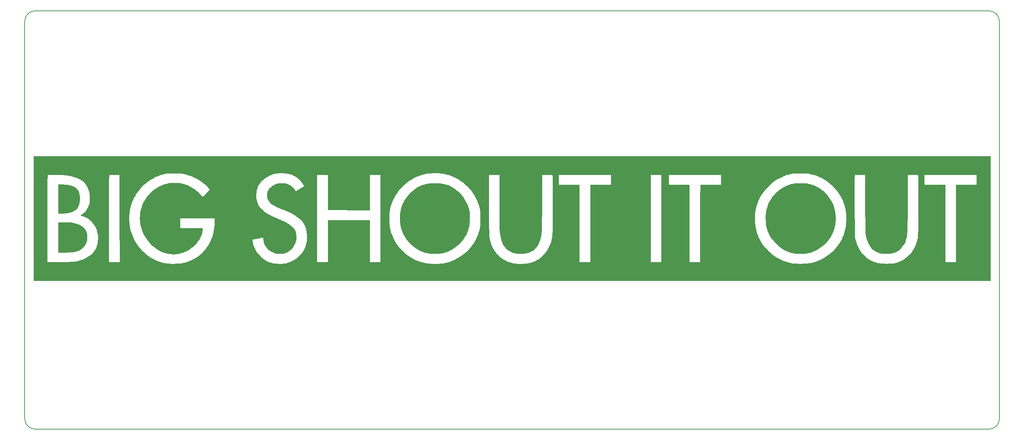
<source format=gbr>
%TF.GenerationSoftware,KiCad,Pcbnew,(5.1.2-1)-1*%
%TF.CreationDate,2019-08-21T16:13:26-07:00*%
%TF.ProjectId,plaid_bottom,706c6169-645f-4626-9f74-746f6d2e6b69,rev?*%
%TF.SameCoordinates,PX2faf080PY2faf080*%
%TF.FileFunction,Legend,Top*%
%TF.FilePolarity,Positive*%
%FSLAX46Y46*%
G04 Gerber Fmt 4.6, Leading zero omitted, Abs format (unit mm)*
G04 Created by KiCad (PCBNEW (5.1.2-1)-1) date 2019-08-21 16:13:26*
%MOMM*%
%LPD*%
G04 APERTURE LIST*
%ADD10C,0.150000*%
%ADD11C,0.010000*%
G04 APERTURE END LIST*
D10*
X2500000Y-98000000D02*
G75*
G02X0Y-95500000I0J2500000D01*
G01*
X228000000Y-95500000D02*
G75*
G02X225500000Y-98000000I-2500000J0D01*
G01*
X225500000Y0D02*
G75*
G02X228000000Y-2500000I0J-2500000D01*
G01*
X0Y-2500000D02*
G75*
G02X2500000Y0I2500000J0D01*
G01*
X0Y-95500000D02*
X0Y-2500000D01*
X225500000Y-98000000D02*
X2500000Y-98000000D01*
X228000000Y-2500000D02*
X228000000Y-95500000D01*
X194500000Y0D02*
X225500000Y0D01*
X194500000Y0D02*
X2500000Y0D01*
D11*
G36*
X191004333Y-43813333D02*
G01*
X190962000Y-43771000D01*
X191004333Y-43728667D01*
X191046666Y-43771000D01*
X191004333Y-43813333D01*
X191004333Y-43813333D01*
G37*
X191004333Y-43813333D02*
X190962000Y-43771000D01*
X191004333Y-43728667D01*
X191046666Y-43771000D01*
X191004333Y-43813333D01*
G36*
X189618850Y-48969745D02*
G01*
X189591890Y-49403833D01*
X189551996Y-49828952D01*
X189504954Y-50174786D01*
X189491256Y-50248000D01*
X189458613Y-50409980D01*
X189410471Y-50651804D01*
X189398223Y-50713667D01*
X189335471Y-50956050D01*
X189263672Y-51133235D01*
X189247260Y-51158167D01*
X189205950Y-51248888D01*
X189226333Y-51264000D01*
X189238041Y-51314671D01*
X189201567Y-51369833D01*
X189123295Y-51485911D01*
X189112485Y-51518000D01*
X189079137Y-51649122D01*
X189001527Y-51862192D01*
X188907433Y-52085915D01*
X188833297Y-52234565D01*
X188741464Y-52400526D01*
X188607115Y-52652204D01*
X188505921Y-52845541D01*
X188375882Y-53072342D01*
X188271097Y-53212371D01*
X188221587Y-53236698D01*
X188175002Y-53253663D01*
X188168000Y-53308382D01*
X188110703Y-53442306D01*
X187967862Y-53622543D01*
X187914000Y-53677000D01*
X187755100Y-53846495D01*
X187666570Y-53974441D01*
X187660000Y-53998342D01*
X187602124Y-54093136D01*
X187450694Y-54266854D01*
X187239005Y-54486245D01*
X187000352Y-54718060D01*
X186768029Y-54929049D01*
X186575334Y-55085962D01*
X186559261Y-55097587D01*
X186359963Y-55241221D01*
X186107602Y-55425346D01*
X186009000Y-55497836D01*
X185474682Y-55842186D01*
X184846168Y-56168139D01*
X184197490Y-56437993D01*
X184086038Y-56477109D01*
X183806258Y-56567787D01*
X183601780Y-56625516D01*
X183512428Y-56639189D01*
X183511333Y-56637385D01*
X183443337Y-56638803D01*
X183279712Y-56691485D01*
X183278500Y-56691952D01*
X182959055Y-56773413D01*
X182513998Y-56830788D01*
X181985313Y-56864196D01*
X181414983Y-56873755D01*
X180844990Y-56859584D01*
X180317318Y-56821801D01*
X179873950Y-56760527D01*
X179571172Y-56681465D01*
X179417985Y-56635020D01*
X179362666Y-56638673D01*
X179292249Y-56635055D01*
X179114714Y-56586275D01*
X178880638Y-56508868D01*
X178640597Y-56419370D01*
X178473666Y-56348031D01*
X178296117Y-56265098D01*
X178042901Y-56147232D01*
X177923333Y-56091679D01*
X177645469Y-55953622D01*
X177395449Y-55814778D01*
X177323005Y-55769556D01*
X177112841Y-55630119D01*
X176852820Y-55457245D01*
X176770064Y-55402154D01*
X176396371Y-55113529D01*
X175967022Y-54717706D01*
X175515826Y-54251260D01*
X175076591Y-53750764D01*
X174683122Y-53252792D01*
X174389995Y-52827338D01*
X174293371Y-52657576D01*
X174168027Y-52418127D01*
X174041488Y-52164178D01*
X173941277Y-51950918D01*
X173895345Y-51835500D01*
X173859333Y-51729667D01*
X173828377Y-51615268D01*
X173827583Y-51609722D01*
X173763447Y-51479364D01*
X173753500Y-51468611D01*
X173701861Y-51339964D01*
X173690000Y-51221666D01*
X173665399Y-51048162D01*
X173631105Y-50979327D01*
X173561330Y-50846649D01*
X173554498Y-50817049D01*
X173525454Y-50663378D01*
X173484529Y-50459667D01*
X173412294Y-50065473D01*
X173363970Y-49679795D01*
X173332958Y-49238273D01*
X173316873Y-48824637D01*
X173308424Y-48482508D01*
X173305475Y-48212221D01*
X173308265Y-48052600D01*
X173311959Y-48026329D01*
X173329134Y-47937306D01*
X173354805Y-47728293D01*
X173378400Y-47496333D01*
X173414198Y-47171797D01*
X173455570Y-46876954D01*
X173481449Y-46734333D01*
X173526901Y-46518864D01*
X173554498Y-46376950D01*
X173614814Y-46234055D01*
X173631105Y-46214673D01*
X173678075Y-46090969D01*
X173690000Y-45963219D01*
X173719548Y-45792273D01*
X173765287Y-45724130D01*
X173839645Y-45614653D01*
X173898476Y-45446904D01*
X173979105Y-45196038D01*
X174094299Y-44916925D01*
X174218789Y-44663290D01*
X174327306Y-44488857D01*
X174368491Y-44447617D01*
X174422103Y-44353284D01*
X174413044Y-44326798D01*
X174437005Y-44227410D01*
X174538663Y-44107860D01*
X174664212Y-43965647D01*
X174706000Y-43872491D01*
X174759348Y-43770304D01*
X174898268Y-43587993D01*
X175065833Y-43395007D01*
X175301612Y-43136230D01*
X175528534Y-42885718D01*
X175649508Y-42751227D01*
X175844285Y-42550014D01*
X176027498Y-42385685D01*
X176047937Y-42369839D01*
X176218283Y-42231807D01*
X176439146Y-42040612D01*
X176522595Y-41965619D01*
X176695324Y-41819492D01*
X176803792Y-41748991D01*
X176822666Y-41752787D01*
X176875780Y-41738649D01*
X177009388Y-41631965D01*
X177076666Y-41569667D01*
X177231337Y-41436324D01*
X177321349Y-41387439D01*
X177330666Y-41397615D01*
X177382626Y-41401862D01*
X177500000Y-41315667D01*
X177621853Y-41226469D01*
X177669333Y-41231000D01*
X177720525Y-41236414D01*
X177817500Y-41165489D01*
X177967921Y-41052993D01*
X178050333Y-41015223D01*
X178189094Y-40975843D01*
X178346666Y-40922011D01*
X178610994Y-40826431D01*
X178752357Y-40777529D01*
X178806620Y-40763276D01*
X178812333Y-40765820D01*
X178880996Y-40747759D01*
X179046218Y-40688314D01*
X179047378Y-40687873D01*
X179246592Y-40620484D01*
X179480691Y-40561595D01*
X179799629Y-40499804D01*
X180082333Y-40451653D01*
X180321942Y-40427787D01*
X180678770Y-40411280D01*
X181110360Y-40402067D01*
X181574256Y-40400084D01*
X182028002Y-40405267D01*
X182429142Y-40417554D01*
X182735219Y-40436880D01*
X182876333Y-40455844D01*
X183149505Y-40512705D01*
X183360955Y-40554543D01*
X183626297Y-40620889D01*
X183805455Y-40679826D01*
X183960988Y-40725585D01*
X184019333Y-40718730D01*
X184084465Y-40724128D01*
X184244171Y-40792866D01*
X184273333Y-40807667D01*
X184442404Y-40881086D01*
X184525554Y-40889710D01*
X184527333Y-40884140D01*
X184580218Y-40884617D01*
X184662874Y-40941755D01*
X184833514Y-41044687D01*
X184921292Y-41072279D01*
X185080048Y-41130084D01*
X185250522Y-41225522D01*
X185408382Y-41315343D01*
X185491216Y-41338199D01*
X185570865Y-41371664D01*
X185703778Y-41476955D01*
X185829885Y-41573144D01*
X185882000Y-41577457D01*
X185936315Y-41595039D01*
X186075887Y-41705261D01*
X186199500Y-41817600D01*
X186391723Y-41988853D01*
X186536623Y-42098201D01*
X186582392Y-42119265D01*
X186714803Y-42185101D01*
X186922445Y-42363348D01*
X187182921Y-42628064D01*
X187473836Y-42953304D01*
X187772793Y-43313123D01*
X188057395Y-43681577D01*
X188305247Y-44032721D01*
X188483315Y-44321333D01*
X188672093Y-44661245D01*
X188792635Y-44881204D01*
X188859748Y-45008831D01*
X188888236Y-45071747D01*
X188891761Y-45083333D01*
X188929587Y-45182658D01*
X189007639Y-45366080D01*
X189013604Y-45379667D01*
X189098967Y-45591382D01*
X189148021Y-45745454D01*
X189148155Y-45746112D01*
X189201318Y-45921446D01*
X189232532Y-46000112D01*
X189303987Y-46207427D01*
X189330371Y-46311000D01*
X189388750Y-46575449D01*
X189422690Y-46705558D01*
X189438000Y-46734333D01*
X189467688Y-46812491D01*
X189502953Y-47021457D01*
X189539911Y-47322972D01*
X189574677Y-47678774D01*
X189603368Y-48050604D01*
X189622100Y-48400202D01*
X189627091Y-48597000D01*
X189618850Y-48969745D01*
X189618850Y-48969745D01*
G37*
X189618850Y-48969745D02*
X189591890Y-49403833D01*
X189551996Y-49828952D01*
X189504954Y-50174786D01*
X189491256Y-50248000D01*
X189458613Y-50409980D01*
X189410471Y-50651804D01*
X189398223Y-50713667D01*
X189335471Y-50956050D01*
X189263672Y-51133235D01*
X189247260Y-51158167D01*
X189205950Y-51248888D01*
X189226333Y-51264000D01*
X189238041Y-51314671D01*
X189201567Y-51369833D01*
X189123295Y-51485911D01*
X189112485Y-51518000D01*
X189079137Y-51649122D01*
X189001527Y-51862192D01*
X188907433Y-52085915D01*
X188833297Y-52234565D01*
X188741464Y-52400526D01*
X188607115Y-52652204D01*
X188505921Y-52845541D01*
X188375882Y-53072342D01*
X188271097Y-53212371D01*
X188221587Y-53236698D01*
X188175002Y-53253663D01*
X188168000Y-53308382D01*
X188110703Y-53442306D01*
X187967862Y-53622543D01*
X187914000Y-53677000D01*
X187755100Y-53846495D01*
X187666570Y-53974441D01*
X187660000Y-53998342D01*
X187602124Y-54093136D01*
X187450694Y-54266854D01*
X187239005Y-54486245D01*
X187000352Y-54718060D01*
X186768029Y-54929049D01*
X186575334Y-55085962D01*
X186559261Y-55097587D01*
X186359963Y-55241221D01*
X186107602Y-55425346D01*
X186009000Y-55497836D01*
X185474682Y-55842186D01*
X184846168Y-56168139D01*
X184197490Y-56437993D01*
X184086038Y-56477109D01*
X183806258Y-56567787D01*
X183601780Y-56625516D01*
X183512428Y-56639189D01*
X183511333Y-56637385D01*
X183443337Y-56638803D01*
X183279712Y-56691485D01*
X183278500Y-56691952D01*
X182959055Y-56773413D01*
X182513998Y-56830788D01*
X181985313Y-56864196D01*
X181414983Y-56873755D01*
X180844990Y-56859584D01*
X180317318Y-56821801D01*
X179873950Y-56760527D01*
X179571172Y-56681465D01*
X179417985Y-56635020D01*
X179362666Y-56638673D01*
X179292249Y-56635055D01*
X179114714Y-56586275D01*
X178880638Y-56508868D01*
X178640597Y-56419370D01*
X178473666Y-56348031D01*
X178296117Y-56265098D01*
X178042901Y-56147232D01*
X177923333Y-56091679D01*
X177645469Y-55953622D01*
X177395449Y-55814778D01*
X177323005Y-55769556D01*
X177112841Y-55630119D01*
X176852820Y-55457245D01*
X176770064Y-55402154D01*
X176396371Y-55113529D01*
X175967022Y-54717706D01*
X175515826Y-54251260D01*
X175076591Y-53750764D01*
X174683122Y-53252792D01*
X174389995Y-52827338D01*
X174293371Y-52657576D01*
X174168027Y-52418127D01*
X174041488Y-52164178D01*
X173941277Y-51950918D01*
X173895345Y-51835500D01*
X173859333Y-51729667D01*
X173828377Y-51615268D01*
X173827583Y-51609722D01*
X173763447Y-51479364D01*
X173753500Y-51468611D01*
X173701861Y-51339964D01*
X173690000Y-51221666D01*
X173665399Y-51048162D01*
X173631105Y-50979327D01*
X173561330Y-50846649D01*
X173554498Y-50817049D01*
X173525454Y-50663378D01*
X173484529Y-50459667D01*
X173412294Y-50065473D01*
X173363970Y-49679795D01*
X173332958Y-49238273D01*
X173316873Y-48824637D01*
X173308424Y-48482508D01*
X173305475Y-48212221D01*
X173308265Y-48052600D01*
X173311959Y-48026329D01*
X173329134Y-47937306D01*
X173354805Y-47728293D01*
X173378400Y-47496333D01*
X173414198Y-47171797D01*
X173455570Y-46876954D01*
X173481449Y-46734333D01*
X173526901Y-46518864D01*
X173554498Y-46376950D01*
X173614814Y-46234055D01*
X173631105Y-46214673D01*
X173678075Y-46090969D01*
X173690000Y-45963219D01*
X173719548Y-45792273D01*
X173765287Y-45724130D01*
X173839645Y-45614653D01*
X173898476Y-45446904D01*
X173979105Y-45196038D01*
X174094299Y-44916925D01*
X174218789Y-44663290D01*
X174327306Y-44488857D01*
X174368491Y-44447617D01*
X174422103Y-44353284D01*
X174413044Y-44326798D01*
X174437005Y-44227410D01*
X174538663Y-44107860D01*
X174664212Y-43965647D01*
X174706000Y-43872491D01*
X174759348Y-43770304D01*
X174898268Y-43587993D01*
X175065833Y-43395007D01*
X175301612Y-43136230D01*
X175528534Y-42885718D01*
X175649508Y-42751227D01*
X175844285Y-42550014D01*
X176027498Y-42385685D01*
X176047937Y-42369839D01*
X176218283Y-42231807D01*
X176439146Y-42040612D01*
X176522595Y-41965619D01*
X176695324Y-41819492D01*
X176803792Y-41748991D01*
X176822666Y-41752787D01*
X176875780Y-41738649D01*
X177009388Y-41631965D01*
X177076666Y-41569667D01*
X177231337Y-41436324D01*
X177321349Y-41387439D01*
X177330666Y-41397615D01*
X177382626Y-41401862D01*
X177500000Y-41315667D01*
X177621853Y-41226469D01*
X177669333Y-41231000D01*
X177720525Y-41236414D01*
X177817500Y-41165489D01*
X177967921Y-41052993D01*
X178050333Y-41015223D01*
X178189094Y-40975843D01*
X178346666Y-40922011D01*
X178610994Y-40826431D01*
X178752357Y-40777529D01*
X178806620Y-40763276D01*
X178812333Y-40765820D01*
X178880996Y-40747759D01*
X179046218Y-40688314D01*
X179047378Y-40687873D01*
X179246592Y-40620484D01*
X179480691Y-40561595D01*
X179799629Y-40499804D01*
X180082333Y-40451653D01*
X180321942Y-40427787D01*
X180678770Y-40411280D01*
X181110360Y-40402067D01*
X181574256Y-40400084D01*
X182028002Y-40405267D01*
X182429142Y-40417554D01*
X182735219Y-40436880D01*
X182876333Y-40455844D01*
X183149505Y-40512705D01*
X183360955Y-40554543D01*
X183626297Y-40620889D01*
X183805455Y-40679826D01*
X183960988Y-40725585D01*
X184019333Y-40718730D01*
X184084465Y-40724128D01*
X184244171Y-40792866D01*
X184273333Y-40807667D01*
X184442404Y-40881086D01*
X184525554Y-40889710D01*
X184527333Y-40884140D01*
X184580218Y-40884617D01*
X184662874Y-40941755D01*
X184833514Y-41044687D01*
X184921292Y-41072279D01*
X185080048Y-41130084D01*
X185250522Y-41225522D01*
X185408382Y-41315343D01*
X185491216Y-41338199D01*
X185570865Y-41371664D01*
X185703778Y-41476955D01*
X185829885Y-41573144D01*
X185882000Y-41577457D01*
X185936315Y-41595039D01*
X186075887Y-41705261D01*
X186199500Y-41817600D01*
X186391723Y-41988853D01*
X186536623Y-42098201D01*
X186582392Y-42119265D01*
X186714803Y-42185101D01*
X186922445Y-42363348D01*
X187182921Y-42628064D01*
X187473836Y-42953304D01*
X187772793Y-43313123D01*
X188057395Y-43681577D01*
X188305247Y-44032721D01*
X188483315Y-44321333D01*
X188672093Y-44661245D01*
X188792635Y-44881204D01*
X188859748Y-45008831D01*
X188888236Y-45071747D01*
X188891761Y-45083333D01*
X188929587Y-45182658D01*
X189007639Y-45366080D01*
X189013604Y-45379667D01*
X189098967Y-45591382D01*
X189148021Y-45745454D01*
X189148155Y-45746112D01*
X189201318Y-45921446D01*
X189232532Y-46000112D01*
X189303987Y-46207427D01*
X189330371Y-46311000D01*
X189388750Y-46575449D01*
X189422690Y-46705558D01*
X189438000Y-46734333D01*
X189467688Y-46812491D01*
X189502953Y-47021457D01*
X189539911Y-47322972D01*
X189574677Y-47678774D01*
X189603368Y-48050604D01*
X189622100Y-48400202D01*
X189627091Y-48597000D01*
X189618850Y-48969745D01*
G36*
X104039034Y-49232574D02*
G01*
X104019703Y-49666011D01*
X103980914Y-50033669D01*
X103916761Y-50387238D01*
X103821338Y-50778410D01*
X103793299Y-50883000D01*
X103717979Y-51164011D01*
X103661350Y-51381486D01*
X103638526Y-51475667D01*
X103584370Y-51625761D01*
X103471257Y-51874152D01*
X103320907Y-52179018D01*
X103155040Y-52498534D01*
X102995377Y-52790877D01*
X102863638Y-53014225D01*
X102781544Y-53126754D01*
X102780670Y-53127493D01*
X102673898Y-53260465D01*
X102654063Y-53327533D01*
X102598228Y-53436372D01*
X102454985Y-53616108D01*
X102319550Y-53761667D01*
X102135724Y-53958525D01*
X102012674Y-54110184D01*
X101981487Y-54167682D01*
X101932602Y-54253484D01*
X101821262Y-54386142D01*
X101691743Y-54519573D01*
X101588320Y-54607693D01*
X101554000Y-54612627D01*
X101497840Y-54643819D01*
X101348945Y-54767579D01*
X101136688Y-54959158D01*
X101081215Y-55010945D01*
X100854532Y-55215832D01*
X100679683Y-55358801D01*
X100588015Y-55414621D01*
X100582104Y-55412667D01*
X100509276Y-55431304D01*
X100376972Y-55532150D01*
X100167430Y-55698021D01*
X100008250Y-55801965D01*
X99828748Y-55899420D01*
X99588612Y-56024269D01*
X99339214Y-56150536D01*
X99131924Y-56252245D01*
X99018114Y-56303419D01*
X99014000Y-56304717D01*
X98909302Y-56344956D01*
X98830112Y-56379000D01*
X98645346Y-56443416D01*
X98576112Y-56458735D01*
X98401803Y-56516577D01*
X98371875Y-56533199D01*
X98229385Y-56586864D01*
X98009989Y-56638184D01*
X97998000Y-56640333D01*
X97789946Y-56683723D01*
X97664234Y-56722253D01*
X97659815Y-56724702D01*
X97552313Y-56751563D01*
X97327055Y-56787480D01*
X97060023Y-56821424D01*
X96525669Y-56864208D01*
X95953087Y-56879241D01*
X95383082Y-56868298D01*
X94856461Y-56833154D01*
X94414028Y-56775582D01*
X94096588Y-56697357D01*
X94082166Y-56691952D01*
X93918156Y-56639373D01*
X93849337Y-56638471D01*
X93849333Y-56638673D01*
X93778594Y-56633593D01*
X93600311Y-56584868D01*
X93365389Y-56508587D01*
X93124733Y-56420839D01*
X93002666Y-56371067D01*
X92867285Y-56316841D01*
X92833333Y-56305766D01*
X92667114Y-56240693D01*
X92425626Y-56122156D01*
X92177293Y-55986274D01*
X91990541Y-55869165D01*
X91956611Y-55842972D01*
X91822238Y-55751380D01*
X91758551Y-55738861D01*
X91673995Y-55710372D01*
X91524388Y-55600671D01*
X91512796Y-55590695D01*
X91352538Y-55466580D01*
X91247280Y-55411871D01*
X91245189Y-55411754D01*
X91154784Y-55357083D01*
X90985231Y-55216422D01*
X90822500Y-55066721D01*
X90632158Y-54891526D01*
X90501726Y-54784544D01*
X90462666Y-54767452D01*
X90411049Y-54745105D01*
X90283628Y-54632729D01*
X90251000Y-54600636D01*
X90110237Y-54448528D01*
X90040859Y-54351306D01*
X90039333Y-54344437D01*
X89985028Y-54243810D01*
X89870575Y-54146765D01*
X89768662Y-54110682D01*
X89753079Y-54118476D01*
X89707487Y-54100402D01*
X89700666Y-54045618D01*
X89643369Y-53911694D01*
X89500528Y-53731456D01*
X89446666Y-53677000D01*
X89287119Y-53501632D01*
X89198853Y-53360876D01*
X89192666Y-53332860D01*
X89133620Y-53198576D01*
X89066663Y-53127493D01*
X88931605Y-52957999D01*
X88763582Y-52661604D01*
X88577724Y-52273767D01*
X88389157Y-51829947D01*
X88213012Y-51365603D01*
X88064415Y-50916195D01*
X87964570Y-50544333D01*
X87908722Y-50300683D01*
X87867000Y-50121000D01*
X87850906Y-49982392D01*
X87834475Y-49723969D01*
X87818784Y-49383039D01*
X87804910Y-48996906D01*
X87793930Y-48602879D01*
X87786921Y-48238264D01*
X87784961Y-47940367D01*
X87789127Y-47746495D01*
X87796860Y-47691860D01*
X87818123Y-47598989D01*
X87840042Y-47399559D01*
X87845588Y-47327000D01*
X87871313Y-47090024D01*
X87905949Y-46925161D01*
X87914834Y-46903667D01*
X87960170Y-46758884D01*
X87986619Y-46607333D01*
X88027634Y-46390224D01*
X88065051Y-46268667D01*
X88127299Y-46083697D01*
X88140600Y-46029221D01*
X88193993Y-45853893D01*
X88225267Y-45775221D01*
X88292254Y-45589136D01*
X88310060Y-45520358D01*
X88367958Y-45356481D01*
X88483574Y-45101692D01*
X88633009Y-44801815D01*
X88792369Y-44502673D01*
X88937756Y-44250088D01*
X89045275Y-44089886D01*
X89069422Y-44064216D01*
X89173767Y-43942600D01*
X89192666Y-43887345D01*
X89244120Y-43793659D01*
X89380416Y-43608058D01*
X89574455Y-43362860D01*
X89799139Y-43090382D01*
X90027368Y-42822944D01*
X90232046Y-42592862D01*
X90386072Y-42432456D01*
X90461605Y-42374000D01*
X90555926Y-42322419D01*
X90730283Y-42189846D01*
X90869919Y-42071902D01*
X91064866Y-41909660D01*
X91202184Y-41811543D01*
X91242767Y-41796735D01*
X91316218Y-41764106D01*
X91458499Y-41648705D01*
X91479032Y-41629831D01*
X91688506Y-41472052D01*
X92010510Y-41288883D01*
X92462414Y-41071186D01*
X92939166Y-40861749D01*
X93164837Y-40771633D01*
X93310754Y-40725177D01*
X93341333Y-40725665D01*
X93408997Y-40725668D01*
X93557352Y-40679012D01*
X93819058Y-40597245D01*
X94001852Y-40554980D01*
X94265354Y-40501529D01*
X94442000Y-40461133D01*
X94639317Y-40434642D01*
X94963129Y-40414237D01*
X95370693Y-40400299D01*
X95819267Y-40393211D01*
X96266109Y-40393356D01*
X96668476Y-40401115D01*
X96983626Y-40416871D01*
X97151333Y-40436905D01*
X97456205Y-40495000D01*
X97753613Y-40544886D01*
X98031342Y-40601700D01*
X98277707Y-40674362D01*
X98282780Y-40676274D01*
X98442357Y-40721638D01*
X98506000Y-40710537D01*
X98557730Y-40710935D01*
X98618478Y-40753281D01*
X98798717Y-40847600D01*
X98893645Y-40872637D01*
X99169299Y-40956533D01*
X99533418Y-41122386D01*
X99942906Y-41345545D01*
X100354670Y-41601354D01*
X100725614Y-41865160D01*
X100940166Y-42043427D01*
X101104658Y-42182932D01*
X101203003Y-42247128D01*
X101215333Y-42243611D01*
X101270203Y-42274217D01*
X101415766Y-42399973D01*
X101623454Y-42595820D01*
X101681000Y-42652073D01*
X101902200Y-42876988D01*
X102066485Y-43057782D01*
X102144143Y-43161405D01*
X102146666Y-43170107D01*
X102199681Y-43263116D01*
X102333043Y-43426551D01*
X102400275Y-43500425D01*
X102556098Y-43686840D01*
X102645765Y-43833149D01*
X102654275Y-43866466D01*
X102713449Y-43995977D01*
X102780670Y-44066506D01*
X102883693Y-44201331D01*
X103029287Y-44454230D01*
X103198417Y-44785550D01*
X103372048Y-45155636D01*
X103531145Y-45524836D01*
X103656672Y-45853494D01*
X103695543Y-45972333D01*
X103832136Y-46449958D01*
X103928888Y-46870593D01*
X103992109Y-47283179D01*
X104028107Y-47736658D01*
X104043193Y-48279968D01*
X104044813Y-48681667D01*
X104039034Y-49232574D01*
X104039034Y-49232574D01*
G37*
X104039034Y-49232574D02*
X104019703Y-49666011D01*
X103980914Y-50033669D01*
X103916761Y-50387238D01*
X103821338Y-50778410D01*
X103793299Y-50883000D01*
X103717979Y-51164011D01*
X103661350Y-51381486D01*
X103638526Y-51475667D01*
X103584370Y-51625761D01*
X103471257Y-51874152D01*
X103320907Y-52179018D01*
X103155040Y-52498534D01*
X102995377Y-52790877D01*
X102863638Y-53014225D01*
X102781544Y-53126754D01*
X102780670Y-53127493D01*
X102673898Y-53260465D01*
X102654063Y-53327533D01*
X102598228Y-53436372D01*
X102454985Y-53616108D01*
X102319550Y-53761667D01*
X102135724Y-53958525D01*
X102012674Y-54110184D01*
X101981487Y-54167682D01*
X101932602Y-54253484D01*
X101821262Y-54386142D01*
X101691743Y-54519573D01*
X101588320Y-54607693D01*
X101554000Y-54612627D01*
X101497840Y-54643819D01*
X101348945Y-54767579D01*
X101136688Y-54959158D01*
X101081215Y-55010945D01*
X100854532Y-55215832D01*
X100679683Y-55358801D01*
X100588015Y-55414621D01*
X100582104Y-55412667D01*
X100509276Y-55431304D01*
X100376972Y-55532150D01*
X100167430Y-55698021D01*
X100008250Y-55801965D01*
X99828748Y-55899420D01*
X99588612Y-56024269D01*
X99339214Y-56150536D01*
X99131924Y-56252245D01*
X99018114Y-56303419D01*
X99014000Y-56304717D01*
X98909302Y-56344956D01*
X98830112Y-56379000D01*
X98645346Y-56443416D01*
X98576112Y-56458735D01*
X98401803Y-56516577D01*
X98371875Y-56533199D01*
X98229385Y-56586864D01*
X98009989Y-56638184D01*
X97998000Y-56640333D01*
X97789946Y-56683723D01*
X97664234Y-56722253D01*
X97659815Y-56724702D01*
X97552313Y-56751563D01*
X97327055Y-56787480D01*
X97060023Y-56821424D01*
X96525669Y-56864208D01*
X95953087Y-56879241D01*
X95383082Y-56868298D01*
X94856461Y-56833154D01*
X94414028Y-56775582D01*
X94096588Y-56697357D01*
X94082166Y-56691952D01*
X93918156Y-56639373D01*
X93849337Y-56638471D01*
X93849333Y-56638673D01*
X93778594Y-56633593D01*
X93600311Y-56584868D01*
X93365389Y-56508587D01*
X93124733Y-56420839D01*
X93002666Y-56371067D01*
X92867285Y-56316841D01*
X92833333Y-56305766D01*
X92667114Y-56240693D01*
X92425626Y-56122156D01*
X92177293Y-55986274D01*
X91990541Y-55869165D01*
X91956611Y-55842972D01*
X91822238Y-55751380D01*
X91758551Y-55738861D01*
X91673995Y-55710372D01*
X91524388Y-55600671D01*
X91512796Y-55590695D01*
X91352538Y-55466580D01*
X91247280Y-55411871D01*
X91245189Y-55411754D01*
X91154784Y-55357083D01*
X90985231Y-55216422D01*
X90822500Y-55066721D01*
X90632158Y-54891526D01*
X90501726Y-54784544D01*
X90462666Y-54767452D01*
X90411049Y-54745105D01*
X90283628Y-54632729D01*
X90251000Y-54600636D01*
X90110237Y-54448528D01*
X90040859Y-54351306D01*
X90039333Y-54344437D01*
X89985028Y-54243810D01*
X89870575Y-54146765D01*
X89768662Y-54110682D01*
X89753079Y-54118476D01*
X89707487Y-54100402D01*
X89700666Y-54045618D01*
X89643369Y-53911694D01*
X89500528Y-53731456D01*
X89446666Y-53677000D01*
X89287119Y-53501632D01*
X89198853Y-53360876D01*
X89192666Y-53332860D01*
X89133620Y-53198576D01*
X89066663Y-53127493D01*
X88931605Y-52957999D01*
X88763582Y-52661604D01*
X88577724Y-52273767D01*
X88389157Y-51829947D01*
X88213012Y-51365603D01*
X88064415Y-50916195D01*
X87964570Y-50544333D01*
X87908722Y-50300683D01*
X87867000Y-50121000D01*
X87850906Y-49982392D01*
X87834475Y-49723969D01*
X87818784Y-49383039D01*
X87804910Y-48996906D01*
X87793930Y-48602879D01*
X87786921Y-48238264D01*
X87784961Y-47940367D01*
X87789127Y-47746495D01*
X87796860Y-47691860D01*
X87818123Y-47598989D01*
X87840042Y-47399559D01*
X87845588Y-47327000D01*
X87871313Y-47090024D01*
X87905949Y-46925161D01*
X87914834Y-46903667D01*
X87960170Y-46758884D01*
X87986619Y-46607333D01*
X88027634Y-46390224D01*
X88065051Y-46268667D01*
X88127299Y-46083697D01*
X88140600Y-46029221D01*
X88193993Y-45853893D01*
X88225267Y-45775221D01*
X88292254Y-45589136D01*
X88310060Y-45520358D01*
X88367958Y-45356481D01*
X88483574Y-45101692D01*
X88633009Y-44801815D01*
X88792369Y-44502673D01*
X88937756Y-44250088D01*
X89045275Y-44089886D01*
X89069422Y-44064216D01*
X89173767Y-43942600D01*
X89192666Y-43887345D01*
X89244120Y-43793659D01*
X89380416Y-43608058D01*
X89574455Y-43362860D01*
X89799139Y-43090382D01*
X90027368Y-42822944D01*
X90232046Y-42592862D01*
X90386072Y-42432456D01*
X90461605Y-42374000D01*
X90555926Y-42322419D01*
X90730283Y-42189846D01*
X90869919Y-42071902D01*
X91064866Y-41909660D01*
X91202184Y-41811543D01*
X91242767Y-41796735D01*
X91316218Y-41764106D01*
X91458499Y-41648705D01*
X91479032Y-41629831D01*
X91688506Y-41472052D01*
X92010510Y-41288883D01*
X92462414Y-41071186D01*
X92939166Y-40861749D01*
X93164837Y-40771633D01*
X93310754Y-40725177D01*
X93341333Y-40725665D01*
X93408997Y-40725668D01*
X93557352Y-40679012D01*
X93819058Y-40597245D01*
X94001852Y-40554980D01*
X94265354Y-40501529D01*
X94442000Y-40461133D01*
X94639317Y-40434642D01*
X94963129Y-40414237D01*
X95370693Y-40400299D01*
X95819267Y-40393211D01*
X96266109Y-40393356D01*
X96668476Y-40401115D01*
X96983626Y-40416871D01*
X97151333Y-40436905D01*
X97456205Y-40495000D01*
X97753613Y-40544886D01*
X98031342Y-40601700D01*
X98277707Y-40674362D01*
X98282780Y-40676274D01*
X98442357Y-40721638D01*
X98506000Y-40710537D01*
X98557730Y-40710935D01*
X98618478Y-40753281D01*
X98798717Y-40847600D01*
X98893645Y-40872637D01*
X99169299Y-40956533D01*
X99533418Y-41122386D01*
X99942906Y-41345545D01*
X100354670Y-41601354D01*
X100725614Y-41865160D01*
X100940166Y-42043427D01*
X101104658Y-42182932D01*
X101203003Y-42247128D01*
X101215333Y-42243611D01*
X101270203Y-42274217D01*
X101415766Y-42399973D01*
X101623454Y-42595820D01*
X101681000Y-42652073D01*
X101902200Y-42876988D01*
X102066485Y-43057782D01*
X102144143Y-43161405D01*
X102146666Y-43170107D01*
X102199681Y-43263116D01*
X102333043Y-43426551D01*
X102400275Y-43500425D01*
X102556098Y-43686840D01*
X102645765Y-43833149D01*
X102654275Y-43866466D01*
X102713449Y-43995977D01*
X102780670Y-44066506D01*
X102883693Y-44201331D01*
X103029287Y-44454230D01*
X103198417Y-44785550D01*
X103372048Y-45155636D01*
X103531145Y-45524836D01*
X103656672Y-45853494D01*
X103695543Y-45972333D01*
X103832136Y-46449958D01*
X103928888Y-46870593D01*
X103992109Y-47283179D01*
X104028107Y-47736658D01*
X104043193Y-48279968D01*
X104044813Y-48681667D01*
X104039034Y-49232574D01*
G36*
X65359000Y-50078667D02*
G01*
X65316666Y-50036333D01*
X65359000Y-49994000D01*
X65401333Y-50036333D01*
X65359000Y-50078667D01*
X65359000Y-50078667D01*
G37*
X65359000Y-50078667D02*
X65316666Y-50036333D01*
X65359000Y-49994000D01*
X65401333Y-50036333D01*
X65359000Y-50078667D01*
G36*
X14536369Y-53633583D02*
G01*
X14482419Y-53999910D01*
X14478945Y-54015667D01*
X14288642Y-54531560D01*
X13968262Y-55041027D01*
X13552967Y-55500621D01*
X13077916Y-55866894D01*
X12899616Y-55967248D01*
X12673358Y-56073088D01*
X12522643Y-56126704D01*
X12484666Y-56123392D01*
X12431752Y-56124476D01*
X12349125Y-56181755D01*
X12192345Y-56283246D01*
X12116292Y-56311342D01*
X11971905Y-56338473D01*
X11749026Y-56381930D01*
X11722666Y-56387144D01*
X11475779Y-56433524D01*
X11244104Y-56469257D01*
X10995469Y-56496850D01*
X10697700Y-56518812D01*
X10318625Y-56537651D01*
X9826069Y-56555877D01*
X9373166Y-56570334D01*
X7828000Y-56617952D01*
X7828000Y-53099306D01*
X7829478Y-52344427D01*
X7833700Y-51643474D01*
X7840348Y-51014250D01*
X7849102Y-50474557D01*
X7859646Y-50042198D01*
X7871661Y-49734975D01*
X7884828Y-49570691D01*
X7891500Y-49547815D01*
X8002327Y-49534505D01*
X8247470Y-49527301D01*
X8592044Y-49525571D01*
X9001166Y-49528683D01*
X9439953Y-49536006D01*
X9873519Y-49546908D01*
X10266982Y-49560758D01*
X10585458Y-49576923D01*
X10794062Y-49594772D01*
X10833666Y-49601093D01*
X11389999Y-49718739D01*
X11800811Y-49812463D01*
X12087321Y-49887875D01*
X12270746Y-49950584D01*
X12372306Y-50006201D01*
X12375371Y-50008693D01*
X12467919Y-50059940D01*
X12484666Y-50044979D01*
X12549143Y-50044714D01*
X12711328Y-50108967D01*
X12924353Y-50214101D01*
X13141349Y-50336480D01*
X13315448Y-50452467D01*
X13352500Y-50482653D01*
X13465038Y-50559981D01*
X13500666Y-50551408D01*
X13535196Y-50541505D01*
X13644414Y-50648432D01*
X13836764Y-50881200D01*
X13972028Y-51054424D01*
X14180373Y-51345421D01*
X14297810Y-51569991D01*
X14339893Y-51707321D01*
X14374771Y-51820077D01*
X14444931Y-52026725D01*
X14472839Y-52106430D01*
X14530251Y-52381969D01*
X14560101Y-52766849D01*
X14562201Y-53203308D01*
X14536369Y-53633583D01*
X14536369Y-53633583D01*
G37*
X14536369Y-53633583D02*
X14482419Y-53999910D01*
X14478945Y-54015667D01*
X14288642Y-54531560D01*
X13968262Y-55041027D01*
X13552967Y-55500621D01*
X13077916Y-55866894D01*
X12899616Y-55967248D01*
X12673358Y-56073088D01*
X12522643Y-56126704D01*
X12484666Y-56123392D01*
X12431752Y-56124476D01*
X12349125Y-56181755D01*
X12192345Y-56283246D01*
X12116292Y-56311342D01*
X11971905Y-56338473D01*
X11749026Y-56381930D01*
X11722666Y-56387144D01*
X11475779Y-56433524D01*
X11244104Y-56469257D01*
X10995469Y-56496850D01*
X10697700Y-56518812D01*
X10318625Y-56537651D01*
X9826069Y-56555877D01*
X9373166Y-56570334D01*
X7828000Y-56617952D01*
X7828000Y-53099306D01*
X7829478Y-52344427D01*
X7833700Y-51643474D01*
X7840348Y-51014250D01*
X7849102Y-50474557D01*
X7859646Y-50042198D01*
X7871661Y-49734975D01*
X7884828Y-49570691D01*
X7891500Y-49547815D01*
X8002327Y-49534505D01*
X8247470Y-49527301D01*
X8592044Y-49525571D01*
X9001166Y-49528683D01*
X9439953Y-49536006D01*
X9873519Y-49546908D01*
X10266982Y-49560758D01*
X10585458Y-49576923D01*
X10794062Y-49594772D01*
X10833666Y-49601093D01*
X11389999Y-49718739D01*
X11800811Y-49812463D01*
X12087321Y-49887875D01*
X12270746Y-49950584D01*
X12372306Y-50006201D01*
X12375371Y-50008693D01*
X12467919Y-50059940D01*
X12484666Y-50044979D01*
X12549143Y-50044714D01*
X12711328Y-50108967D01*
X12924353Y-50214101D01*
X13141349Y-50336480D01*
X13315448Y-50452467D01*
X13352500Y-50482653D01*
X13465038Y-50559981D01*
X13500666Y-50551408D01*
X13535196Y-50541505D01*
X13644414Y-50648432D01*
X13836764Y-50881200D01*
X13972028Y-51054424D01*
X14180373Y-51345421D01*
X14297810Y-51569991D01*
X14339893Y-51707321D01*
X14374771Y-51820077D01*
X14444931Y-52026725D01*
X14472839Y-52106430D01*
X14530251Y-52381969D01*
X14560101Y-52766849D01*
X14562201Y-53203308D01*
X14536369Y-53633583D01*
G36*
X12796271Y-44792113D02*
G01*
X12656019Y-45419905D01*
X12438355Y-45962049D01*
X12154024Y-46387555D01*
X12008815Y-46531336D01*
X11780855Y-46692701D01*
X11485771Y-46859684D01*
X11184765Y-47001605D01*
X10939042Y-47087780D01*
X10876000Y-47099238D01*
X10775144Y-47129398D01*
X10589222Y-47196626D01*
X10579666Y-47200260D01*
X10398388Y-47260263D01*
X10189579Y-47307193D01*
X9921832Y-47344986D01*
X9563736Y-47377579D01*
X9083882Y-47408910D01*
X8780500Y-47425758D01*
X7828000Y-47476699D01*
X7828000Y-40662791D01*
X8925076Y-40706846D01*
X9341919Y-40726683D01*
X9697702Y-40749438D01*
X9958104Y-40772495D01*
X10088807Y-40793239D01*
X10095176Y-40796032D01*
X10226948Y-40843614D01*
X10401551Y-40883478D01*
X10687996Y-40949820D01*
X10985880Y-41040652D01*
X11231994Y-41134937D01*
X11349457Y-41198966D01*
X11457313Y-41241585D01*
X11482348Y-41231429D01*
X11561695Y-41259845D01*
X11720088Y-41376885D01*
X11834392Y-41476416D01*
X12011163Y-41630444D01*
X12124082Y-41713677D01*
X12146000Y-41717437D01*
X12181625Y-41731967D01*
X12269940Y-41850376D01*
X12383100Y-42027588D01*
X12493264Y-42218524D01*
X12572588Y-42378107D01*
X12594375Y-42443361D01*
X12643669Y-42618033D01*
X12669354Y-42670333D01*
X12718524Y-42822323D01*
X12767306Y-43092928D01*
X12809403Y-43431534D01*
X12838521Y-43787527D01*
X12848368Y-44109667D01*
X12796271Y-44792113D01*
X12796271Y-44792113D01*
G37*
X12796271Y-44792113D02*
X12656019Y-45419905D01*
X12438355Y-45962049D01*
X12154024Y-46387555D01*
X12008815Y-46531336D01*
X11780855Y-46692701D01*
X11485771Y-46859684D01*
X11184765Y-47001605D01*
X10939042Y-47087780D01*
X10876000Y-47099238D01*
X10775144Y-47129398D01*
X10589222Y-47196626D01*
X10579666Y-47200260D01*
X10398388Y-47260263D01*
X10189579Y-47307193D01*
X9921832Y-47344986D01*
X9563736Y-47377579D01*
X9083882Y-47408910D01*
X8780500Y-47425758D01*
X7828000Y-47476699D01*
X7828000Y-40662791D01*
X8925076Y-40706846D01*
X9341919Y-40726683D01*
X9697702Y-40749438D01*
X9958104Y-40772495D01*
X10088807Y-40793239D01*
X10095176Y-40796032D01*
X10226948Y-40843614D01*
X10401551Y-40883478D01*
X10687996Y-40949820D01*
X10985880Y-41040652D01*
X11231994Y-41134937D01*
X11349457Y-41198966D01*
X11457313Y-41241585D01*
X11482348Y-41231429D01*
X11561695Y-41259845D01*
X11720088Y-41376885D01*
X11834392Y-41476416D01*
X12011163Y-41630444D01*
X12124082Y-41713677D01*
X12146000Y-41717437D01*
X12181625Y-41731967D01*
X12269940Y-41850376D01*
X12383100Y-42027588D01*
X12493264Y-42218524D01*
X12572588Y-42378107D01*
X12594375Y-42443361D01*
X12643669Y-42618033D01*
X12669354Y-42670333D01*
X12718524Y-42822323D01*
X12767306Y-43092928D01*
X12809403Y-43431534D01*
X12838521Y-43787527D01*
X12848368Y-44109667D01*
X12796271Y-44792113D01*
G36*
X2070666Y-63202000D02*
G01*
X2070666Y-34076667D01*
X5910003Y-34076667D01*
X5910003Y-38341796D01*
X5575529Y-38343325D01*
X5357645Y-38349638D01*
X5287824Y-38358190D01*
X5282420Y-38443785D01*
X5277222Y-38688375D01*
X5272272Y-39081619D01*
X5267613Y-39613181D01*
X5263286Y-40272719D01*
X5259335Y-41049896D01*
X5255802Y-41934372D01*
X5252730Y-42915808D01*
X5250160Y-43983865D01*
X5248135Y-45128205D01*
X5246699Y-46338487D01*
X5245892Y-47604374D01*
X5245728Y-48610190D01*
X5246140Y-58841667D01*
X8251506Y-58849092D01*
X8963805Y-58848626D01*
X9635095Y-58843960D01*
X10243385Y-58835564D01*
X10766686Y-58823912D01*
X11183008Y-58809474D01*
X11470361Y-58792724D01*
X11595603Y-58777302D01*
X11886057Y-58717051D01*
X12156115Y-58672723D01*
X12188333Y-58668720D01*
X12406150Y-58624770D01*
X12707445Y-58541371D01*
X12950333Y-58462622D01*
X13215819Y-58372062D01*
X13407635Y-58310032D01*
X13480439Y-58290663D01*
X13581023Y-58261020D01*
X13781636Y-58173144D01*
X14034270Y-58051009D01*
X14290913Y-57918590D01*
X14503558Y-57799862D01*
X14622500Y-57720342D01*
X14734684Y-57641763D01*
X14770666Y-57650325D01*
X14828687Y-57642586D01*
X14983204Y-57544061D01*
X15204904Y-57377300D01*
X15464473Y-57164855D01*
X15732597Y-56929275D01*
X15850166Y-56819890D01*
X16044478Y-56619526D01*
X16175132Y-56454585D01*
X16210000Y-56379072D01*
X16269037Y-56247501D01*
X16341191Y-56171188D01*
X16449250Y-56033814D01*
X16583706Y-55803796D01*
X16710267Y-55546569D01*
X16794635Y-55327573D01*
X16805283Y-55285667D01*
X16847346Y-55144988D01*
X16896221Y-55008289D01*
X16978533Y-54742061D01*
X17048295Y-54395387D01*
X17113615Y-53931000D01*
X17164003Y-53255120D01*
X17134726Y-52614122D01*
X17020560Y-51933837D01*
X16952684Y-51645000D01*
X16870710Y-51380122D01*
X16753514Y-51077716D01*
X16618656Y-50774102D01*
X16483695Y-50505598D01*
X16366191Y-50308524D01*
X16283704Y-50219199D01*
X16264532Y-50221689D01*
X16217424Y-50205083D01*
X16210000Y-50148233D01*
X16151493Y-49998715D01*
X16040666Y-49867000D01*
X15914319Y-49725774D01*
X15871333Y-49633744D01*
X15815923Y-49531889D01*
X15674816Y-49361915D01*
X15575000Y-49257400D01*
X15406549Y-49098132D01*
X15299196Y-49014280D01*
X15278666Y-49012520D01*
X15223687Y-48995500D01*
X15086045Y-48890880D01*
X15026287Y-48839102D01*
X14560678Y-48498181D01*
X14021374Y-48218257D01*
X13648833Y-48085511D01*
X13543000Y-48046667D01*
X13432470Y-48023968D01*
X13338389Y-48014917D01*
X13154707Y-47973571D01*
X13133804Y-47891191D01*
X13277228Y-47778500D01*
X13302298Y-47765131D01*
X13522033Y-47623226D01*
X13761854Y-47429505D01*
X13810574Y-47384407D01*
X13982338Y-47240004D01*
X14103273Y-47174612D01*
X14128074Y-47178297D01*
X14171051Y-47156860D01*
X14178000Y-47097478D01*
X14238306Y-46935142D01*
X14301244Y-46864450D01*
X14396157Y-46740442D01*
X14534933Y-46507284D01*
X14693980Y-46211146D01*
X14849707Y-45898197D01*
X14978524Y-45614605D01*
X15056839Y-45406539D01*
X15066916Y-45365975D01*
X15097492Y-45236302D01*
X15109817Y-45210333D01*
X15147380Y-45131524D01*
X15178061Y-44918315D01*
X15200909Y-44605537D01*
X15214976Y-44228021D01*
X15219311Y-43820597D01*
X15212965Y-43418095D01*
X15194986Y-43055346D01*
X15174472Y-42839667D01*
X15102215Y-42469568D01*
X14978690Y-42047313D01*
X14821117Y-41615597D01*
X14646715Y-41217118D01*
X14472706Y-40894570D01*
X14316309Y-40690652D01*
X14303055Y-40679053D01*
X14197470Y-40552921D01*
X14178000Y-40492602D01*
X14115671Y-40385521D01*
X13955376Y-40214793D01*
X13737155Y-40014894D01*
X13501047Y-39820303D01*
X13287092Y-39665497D01*
X13135329Y-39584953D01*
X13119666Y-39581288D01*
X12988730Y-39519470D01*
X12908000Y-39459836D01*
X12675883Y-39318969D01*
X12422989Y-39237986D01*
X12420278Y-39237616D01*
X12314523Y-39179827D01*
X12209500Y-39095178D01*
X12097371Y-39013765D01*
X12061333Y-39018718D01*
X11996545Y-39023560D01*
X11837568Y-38960226D01*
X11807333Y-38945000D01*
X11637907Y-38867842D01*
X11554996Y-38850603D01*
X11553333Y-38854403D01*
X11482699Y-38854281D01*
X11304895Y-38805994D01*
X11213488Y-38775251D01*
X10994710Y-38701940D01*
X10852269Y-38661415D01*
X10831079Y-38658424D01*
X10725688Y-38644347D01*
X10554958Y-38610204D01*
X10299026Y-38564206D01*
X10027201Y-38528061D01*
X9776031Y-38499958D01*
X9445662Y-38460773D01*
X9225000Y-38433623D01*
X9025213Y-38417330D01*
X8704815Y-38401276D01*
X8293457Y-38386030D01*
X7820788Y-38372160D01*
X7316458Y-38360233D01*
X6810117Y-38350818D01*
X6331415Y-38344483D01*
X5910003Y-38341796D01*
X5910003Y-34076667D01*
X20512927Y-34076667D01*
X20512927Y-38346114D01*
X20137689Y-38347830D01*
X19856775Y-38351666D01*
X19701340Y-38357297D01*
X19681158Y-38360031D01*
X19675752Y-38445389D01*
X19670548Y-38689744D01*
X19665589Y-39082758D01*
X19660917Y-39614097D01*
X19656576Y-40273422D01*
X19652607Y-41050399D01*
X19649054Y-41934689D01*
X19645958Y-42915957D01*
X19643364Y-43983866D01*
X19641313Y-45128079D01*
X19639848Y-46338261D01*
X19639012Y-47604074D01*
X19638824Y-48610190D01*
X19639000Y-58841667D01*
X20930505Y-58865040D01*
X22222011Y-58888414D01*
X22200505Y-48620374D01*
X22179000Y-38352333D01*
X20951333Y-38346841D01*
X20512927Y-38346114D01*
X20512927Y-34076667D01*
X35405524Y-34076667D01*
X35405524Y-38008256D01*
X34917940Y-38010281D01*
X34425653Y-38017019D01*
X33961565Y-38028163D01*
X33558580Y-38043403D01*
X33249600Y-38062432D01*
X33067528Y-38084942D01*
X33058666Y-38087082D01*
X32808425Y-38145559D01*
X32600125Y-38187554D01*
X32404516Y-38230938D01*
X32296666Y-38267666D01*
X32181306Y-38305082D01*
X31977042Y-38348922D01*
X31958000Y-38352333D01*
X31737054Y-38403114D01*
X31588240Y-38458043D01*
X31584125Y-38460551D01*
X31468907Y-38521637D01*
X31450000Y-38527682D01*
X31343919Y-38564283D01*
X31280666Y-38589967D01*
X31005556Y-38697789D01*
X30785803Y-38768641D01*
X30675722Y-38786690D01*
X30579012Y-38828887D01*
X30457185Y-38924018D01*
X30320968Y-39019242D01*
X30248694Y-39027805D01*
X30167385Y-39045814D01*
X30097031Y-39112287D01*
X29972144Y-39219974D01*
X29911127Y-39241333D01*
X29789088Y-39289399D01*
X29570502Y-39416810D01*
X29292047Y-39598389D01*
X28990399Y-39808957D01*
X28702236Y-40023336D01*
X28464234Y-40216348D01*
X28380833Y-40291852D01*
X28204126Y-40450553D01*
X28088856Y-40534186D01*
X28063333Y-40534760D01*
X28011273Y-40555197D01*
X27875052Y-40670482D01*
X27684609Y-40850344D01*
X27469882Y-41064509D01*
X27260810Y-41282706D01*
X27087331Y-41474662D01*
X26979384Y-41610107D01*
X26958513Y-41651887D01*
X26900806Y-41756014D01*
X26756462Y-41932524D01*
X26620449Y-42077667D01*
X26436637Y-42279393D01*
X26315099Y-42442080D01*
X26285936Y-42509044D01*
X26228276Y-42632984D01*
X26132520Y-42740049D01*
X25997467Y-42913318D01*
X25873439Y-43149903D01*
X25864223Y-43172666D01*
X25773677Y-43351236D01*
X25693340Y-43426465D01*
X25678370Y-43423497D01*
X25613266Y-43444613D01*
X25608000Y-43478732D01*
X25574195Y-43601428D01*
X25485702Y-43826895D01*
X25365672Y-44097562D01*
X25164643Y-44536769D01*
X25034596Y-44839880D01*
X24969729Y-45019833D01*
X24930666Y-45125667D01*
X24891945Y-45238751D01*
X24888333Y-45252667D01*
X24853949Y-45352547D01*
X24850105Y-45358500D01*
X24819520Y-45445638D01*
X24768859Y-45666257D01*
X24731943Y-45845333D01*
X24695691Y-46003662D01*
X24676480Y-46057000D01*
X24650276Y-46125084D01*
X24635915Y-46184000D01*
X24598123Y-46357043D01*
X24552783Y-46565000D01*
X24514045Y-46791616D01*
X24473218Y-47104600D01*
X24449734Y-47327000D01*
X24421835Y-47598781D01*
X24397604Y-47791142D01*
X24384485Y-47855804D01*
X24376060Y-47948848D01*
X24375007Y-48172911D01*
X24380135Y-48489895D01*
X24390254Y-48861701D01*
X24404176Y-49250233D01*
X24420710Y-49617390D01*
X24438667Y-49925076D01*
X24455212Y-50121000D01*
X24493289Y-50410335D01*
X24542674Y-50718705D01*
X24594906Y-51000816D01*
X24641522Y-51211375D01*
X24674061Y-51305090D01*
X24676666Y-51306333D01*
X24701060Y-51375617D01*
X24717442Y-51450793D01*
X24793321Y-51735685D01*
X24922479Y-52108811D01*
X25089730Y-52536039D01*
X25279889Y-52983240D01*
X25477769Y-53416281D01*
X25668185Y-53801033D01*
X25835951Y-54103366D01*
X25965880Y-54289148D01*
X25989000Y-54311658D01*
X25989000Y-54396667D01*
X25946666Y-54439000D01*
X25989000Y-54481333D01*
X26031333Y-54439000D01*
X25989000Y-54396667D01*
X25989000Y-54311658D01*
X25991375Y-54313971D01*
X26097286Y-54450995D01*
X26116000Y-54520911D01*
X26173684Y-54650775D01*
X26285333Y-54777667D01*
X26411815Y-54920609D01*
X26454666Y-55015441D01*
X26509173Y-55114437D01*
X26652791Y-55296417D01*
X26855671Y-55523858D01*
X26878000Y-55547584D01*
X27085618Y-55780546D01*
X27236589Y-55975562D01*
X27300833Y-56093452D01*
X27301333Y-56099043D01*
X27329069Y-56166292D01*
X27347797Y-56156425D01*
X27424306Y-56190905D01*
X27591396Y-56321791D01*
X27820227Y-56525442D01*
X27961631Y-56659589D01*
X28252768Y-56930688D01*
X28538355Y-57178186D01*
X28770501Y-57361162D01*
X28832979Y-57404136D01*
X29061489Y-57562535D01*
X29247125Y-57711012D01*
X29277479Y-57739574D01*
X29383827Y-57824509D01*
X29418000Y-57818592D01*
X29470269Y-57821559D01*
X29587333Y-57910333D01*
X29709378Y-57996969D01*
X29757963Y-57986955D01*
X29792849Y-57970258D01*
X29821463Y-58005063D01*
X29918496Y-58087189D01*
X30101689Y-58200375D01*
X30324872Y-58321020D01*
X30541874Y-58425524D01*
X30706527Y-58490284D01*
X30772659Y-58491698D01*
X30772666Y-58491304D01*
X30825082Y-58497688D01*
X30942000Y-58587667D01*
X31064161Y-58680150D01*
X31111333Y-58682477D01*
X31173334Y-58671304D01*
X31288093Y-58718641D01*
X31515656Y-58809672D01*
X31684327Y-58853038D01*
X31885229Y-58903963D01*
X31994400Y-58949537D01*
X32144693Y-59015789D01*
X32169666Y-59021725D01*
X32308093Y-59048979D01*
X32508333Y-59089998D01*
X32929197Y-59165087D01*
X33372694Y-59216336D01*
X33881686Y-59246959D01*
X34499034Y-59260166D01*
X34794333Y-59261292D01*
X35510535Y-59253585D01*
X36079604Y-59229199D01*
X36523094Y-59186233D01*
X36862560Y-59122786D01*
X37059166Y-59061649D01*
X37223271Y-59009732D01*
X37291998Y-59009182D01*
X37292000Y-59009340D01*
X37362679Y-59006643D01*
X37540512Y-58956821D01*
X37630666Y-58926333D01*
X37836896Y-58863760D01*
X37956911Y-58847059D01*
X37969333Y-58855789D01*
X38021140Y-58853955D01*
X38081812Y-58811385D01*
X38259063Y-58719916D01*
X38369887Y-58691238D01*
X38571971Y-58624169D01*
X38659576Y-58569753D01*
X38792117Y-58485269D01*
X38838705Y-58471109D01*
X38984092Y-58427142D01*
X39209373Y-58326778D01*
X39450002Y-58201999D01*
X39641433Y-58084787D01*
X39683833Y-58052350D01*
X39796701Y-57981274D01*
X39832000Y-57996636D01*
X39884582Y-57997110D01*
X40012184Y-57902817D01*
X40022500Y-57893535D01*
X40189027Y-57758658D01*
X40307248Y-57688276D01*
X40475022Y-57591353D01*
X40720788Y-57398629D01*
X41020529Y-57134373D01*
X41350230Y-56822853D01*
X41685873Y-56488340D01*
X42003441Y-56155101D01*
X42278918Y-55847407D01*
X42488288Y-55589526D01*
X42607532Y-55405728D01*
X42626000Y-55345157D01*
X42684369Y-55230199D01*
X42761820Y-55151346D01*
X42911563Y-54978549D01*
X42977122Y-54865813D01*
X43090607Y-54645426D01*
X43161412Y-54523667D01*
X43373177Y-54159604D01*
X43530583Y-53845090D01*
X43613260Y-53621393D01*
X43617830Y-53598978D01*
X43681904Y-53410046D01*
X43726666Y-53338333D01*
X43806355Y-53176664D01*
X43835689Y-53058703D01*
X43882958Y-52886084D01*
X43922040Y-52818404D01*
X43969623Y-52694219D01*
X43980666Y-52576333D01*
X44005267Y-52402829D01*
X44039562Y-52333994D01*
X44109336Y-52201316D01*
X44116168Y-52171716D01*
X44144775Y-52017916D01*
X44184651Y-51814333D01*
X44283826Y-51274946D01*
X44352995Y-50779089D01*
X44398533Y-50264704D01*
X44426820Y-49669732D01*
X44435211Y-49375936D01*
X44434376Y-49003080D01*
X44413632Y-48726413D01*
X44375801Y-48578568D01*
X44365244Y-48566408D01*
X44271468Y-48557606D01*
X44028715Y-48549507D01*
X43657343Y-48542166D01*
X43177707Y-48535641D01*
X42610164Y-48529988D01*
X41975070Y-48525265D01*
X41292782Y-48521528D01*
X40583655Y-48518833D01*
X39868045Y-48517238D01*
X39166310Y-48516800D01*
X38498804Y-48517574D01*
X37885885Y-48519618D01*
X37347908Y-48522989D01*
X36905231Y-48527744D01*
X36578208Y-48533938D01*
X36387196Y-48541630D01*
X36360666Y-48544083D01*
X36325512Y-48630522D01*
X36298812Y-48868016D01*
X36281873Y-49238439D01*
X36276000Y-49719511D01*
X36276000Y-50884355D01*
X38921833Y-50883768D01*
X41567666Y-50883182D01*
X41550639Y-51221758D01*
X41530875Y-51473685D01*
X41500594Y-51721306D01*
X41467750Y-51909628D01*
X41440480Y-51983667D01*
X41416598Y-52053446D01*
X41398376Y-52138445D01*
X41337863Y-52355662D01*
X41307400Y-52434778D01*
X41240523Y-52620249D01*
X41222738Y-52688743D01*
X41137041Y-52923358D01*
X40972795Y-53234243D01*
X40759628Y-53567388D01*
X40680625Y-53677000D01*
X40514848Y-53912452D01*
X40385651Y-54118633D01*
X40350783Y-54185000D01*
X40267563Y-54303775D01*
X40109336Y-54484450D01*
X39906155Y-54697521D01*
X39688070Y-54913483D01*
X39485136Y-55102833D01*
X39327403Y-55236068D01*
X39244925Y-55283682D01*
X39239333Y-55276168D01*
X39185864Y-55291172D01*
X39048254Y-55401141D01*
X38921833Y-55518998D01*
X38736031Y-55691331D01*
X38601950Y-55798918D01*
X38562000Y-55818090D01*
X38473099Y-55853868D01*
X38290012Y-55957505D01*
X38138666Y-56051598D01*
X37918237Y-56190088D01*
X37761235Y-56283282D01*
X37715333Y-56306168D01*
X37609177Y-56344141D01*
X37546000Y-56369967D01*
X37348137Y-56448438D01*
X37137103Y-56525228D01*
X36983505Y-56575089D01*
X36953333Y-56581905D01*
X36851752Y-56612007D01*
X36675955Y-56675460D01*
X36129959Y-56831141D01*
X35492467Y-56931167D01*
X34834115Y-56968733D01*
X34225541Y-56937036D01*
X34117000Y-56921940D01*
X33800535Y-56872236D01*
X33501549Y-56825084D01*
X33408620Y-56810365D01*
X33197675Y-56769327D01*
X33067836Y-56730340D01*
X33062828Y-56727572D01*
X32944300Y-56688314D01*
X32738231Y-56643600D01*
X32720000Y-56640333D01*
X32499054Y-56589552D01*
X32350240Y-56534623D01*
X32346125Y-56532115D01*
X32231026Y-56472532D01*
X32212000Y-56467152D01*
X32051333Y-56413210D01*
X31814449Y-56304605D01*
X31569259Y-56175566D01*
X31383672Y-56060320D01*
X31347265Y-56031315D01*
X31233473Y-55946477D01*
X31196000Y-55947326D01*
X31136460Y-55940699D01*
X30982047Y-55852024D01*
X30769066Y-55706330D01*
X30533825Y-55528644D01*
X30312631Y-55343996D01*
X30285833Y-55319906D01*
X30121552Y-55182074D01*
X30023157Y-55121586D01*
X30010666Y-55127304D01*
X29956722Y-55099232D01*
X29813433Y-54973737D01*
X29608616Y-54775656D01*
X29545000Y-54711554D01*
X29325004Y-54479009D01*
X29161054Y-54288548D01*
X29082322Y-54174535D01*
X29079333Y-54162955D01*
X29022582Y-54060174D01*
X28883383Y-53906691D01*
X28857536Y-53882258D01*
X28554172Y-53537095D01*
X28220359Y-53037884D01*
X27863240Y-52395683D01*
X27740871Y-52153000D01*
X27373627Y-51249549D01*
X27110760Y-50262105D01*
X26965127Y-49249147D01*
X26940486Y-48512333D01*
X26956178Y-48135748D01*
X26987248Y-47718379D01*
X27028454Y-47311197D01*
X27074553Y-46965174D01*
X27120303Y-46731281D01*
X27125522Y-46713167D01*
X27143842Y-46628500D01*
X27176174Y-46518098D01*
X27246172Y-46304102D01*
X27301333Y-46141667D01*
X27387471Y-45886254D01*
X27449068Y-45694294D01*
X27466350Y-45633667D01*
X27511435Y-45512248D01*
X27604353Y-45298524D01*
X27664431Y-45168000D01*
X27768767Y-44936221D01*
X27835296Y-44770581D01*
X27847405Y-44727733D01*
X27904004Y-44623548D01*
X27957500Y-44562633D01*
X28049038Y-44439372D01*
X28063333Y-44393311D01*
X28108387Y-44294308D01*
X28224652Y-44105321D01*
X28338500Y-43937121D01*
X28509269Y-43688225D01*
X28650296Y-43473664D01*
X28705890Y-43383045D01*
X28798986Y-43278137D01*
X28854057Y-43277613D01*
X28900556Y-43258988D01*
X28910000Y-43187448D01*
X28947775Y-43089307D01*
X28994666Y-43093667D01*
X29072690Y-43087051D01*
X29079333Y-43056501D01*
X29138722Y-42937848D01*
X29293976Y-42746840D01*
X29510733Y-42519349D01*
X29754626Y-42291249D01*
X29991289Y-42098414D01*
X30010666Y-42084297D01*
X30446958Y-41776175D01*
X30754283Y-41573150D01*
X30935149Y-41473604D01*
X30974867Y-41462198D01*
X31087131Y-41395992D01*
X31101867Y-41376335D01*
X31195166Y-41299611D01*
X31376397Y-41190355D01*
X31598661Y-41072248D01*
X31815059Y-40968972D01*
X31978691Y-40904210D01*
X32042666Y-40901274D01*
X32094600Y-40906585D01*
X32148500Y-40871401D01*
X32319543Y-40780753D01*
X32593570Y-40679440D01*
X32907311Y-40588956D01*
X33109782Y-40544812D01*
X33308778Y-40497619D01*
X33419435Y-40455340D01*
X33583510Y-40408147D01*
X33880389Y-40372387D01*
X34273933Y-40348035D01*
X34728001Y-40335064D01*
X35206453Y-40333446D01*
X35673147Y-40343155D01*
X36091945Y-40364164D01*
X36426705Y-40396446D01*
X36641287Y-40439974D01*
X36681153Y-40457764D01*
X36810426Y-40503266D01*
X37022541Y-40550894D01*
X37038000Y-40553667D01*
X37258945Y-40604447D01*
X37407760Y-40659376D01*
X37411875Y-40661885D01*
X37527092Y-40722970D01*
X37546000Y-40729016D01*
X37652081Y-40765616D01*
X37715333Y-40791300D01*
X37925310Y-40874751D01*
X38151063Y-40957168D01*
X38329166Y-41016076D01*
X38392666Y-41031318D01*
X38481022Y-41081524D01*
X38583166Y-41165489D01*
X38695343Y-41247469D01*
X38731333Y-41243512D01*
X38793511Y-41258029D01*
X38955531Y-41351631D01*
X39153798Y-41484390D01*
X39388113Y-41641606D01*
X39568902Y-41749253D01*
X39645958Y-41781333D01*
X39743220Y-41837345D01*
X39901605Y-41977308D01*
X39958154Y-42034450D01*
X40116290Y-42182314D01*
X40222654Y-42250215D01*
X40239828Y-42248394D01*
X40312999Y-42280018D01*
X40449318Y-42402434D01*
X40608887Y-42572063D01*
X40751807Y-42745327D01*
X40838180Y-42878648D01*
X40848000Y-42912656D01*
X40884305Y-42954983D01*
X40899287Y-42943602D01*
X40974100Y-42975274D01*
X41110989Y-43111737D01*
X41217088Y-43241738D01*
X41382829Y-43436224D01*
X41517630Y-43554525D01*
X41567968Y-43572691D01*
X41670955Y-43504416D01*
X41858671Y-43340387D01*
X42104393Y-43107835D01*
X42381399Y-42833987D01*
X42662964Y-42546071D01*
X42922366Y-42271316D01*
X43132881Y-42036950D01*
X43267786Y-41870203D01*
X43303333Y-41804514D01*
X43258376Y-41728313D01*
X43218666Y-41739000D01*
X43146937Y-41718894D01*
X43134000Y-41654333D01*
X43094176Y-41562886D01*
X43049333Y-41569666D01*
X42974502Y-41553423D01*
X42964666Y-41504882D01*
X42913059Y-41410509D01*
X42777952Y-41244988D01*
X42588920Y-41038053D01*
X42375536Y-40819436D01*
X42167375Y-40618869D01*
X41994011Y-40466085D01*
X41885018Y-40390817D01*
X41862703Y-40397015D01*
X41826715Y-40410891D01*
X41799203Y-40378414D01*
X41703326Y-40288722D01*
X41507069Y-40133614D01*
X41250324Y-39942533D01*
X40972980Y-39744921D01*
X40714929Y-39570220D01*
X40633338Y-39517917D01*
X40404617Y-39387223D01*
X40096010Y-39227867D01*
X39746650Y-39057994D01*
X39395667Y-38895748D01*
X39082196Y-38759275D01*
X38845368Y-38666718D01*
X38731333Y-38636002D01*
X38637475Y-38587621D01*
X38583166Y-38546433D01*
X38492711Y-38497838D01*
X38477333Y-38513474D01*
X38412483Y-38516465D01*
X38253373Y-38452150D01*
X38223333Y-38437000D01*
X38053948Y-38360283D01*
X37971009Y-38344061D01*
X37969333Y-38348063D01*
X37901426Y-38352222D01*
X37738587Y-38302746D01*
X37497541Y-38232112D01*
X37208134Y-38173612D01*
X37167087Y-38167516D01*
X36900627Y-38120014D01*
X36680311Y-38063761D01*
X36650767Y-38053448D01*
X36511025Y-38033540D01*
X36234969Y-38019577D01*
X35855501Y-38011252D01*
X35405524Y-38008256D01*
X35405524Y-34076667D01*
X60002253Y-34076667D01*
X60002253Y-37991946D01*
X59559297Y-37998303D01*
X59163751Y-38013374D01*
X58853423Y-38035054D01*
X58666117Y-38061239D01*
X58644814Y-38067527D01*
X58415274Y-38135828D01*
X58182609Y-38186886D01*
X57959066Y-38247758D01*
X57805962Y-38324694D01*
X57713148Y-38380207D01*
X57696666Y-38369968D01*
X57629435Y-38375905D01*
X57452984Y-38446886D01*
X57205183Y-38564055D01*
X56923900Y-38708554D01*
X56647002Y-38861526D01*
X56412358Y-39004115D01*
X56379669Y-39025782D01*
X55985224Y-39325905D01*
X55590036Y-39686993D01*
X55216728Y-40081554D01*
X54887921Y-40482093D01*
X54626237Y-40861116D01*
X54454300Y-41191131D01*
X54394666Y-41438233D01*
X54363870Y-41596825D01*
X54335771Y-41642673D01*
X54265997Y-41775350D01*
X54259165Y-41804950D01*
X54227939Y-41957918D01*
X54181682Y-42162333D01*
X54143653Y-42411614D01*
X54116823Y-42757612D01*
X54102020Y-43150250D01*
X54100073Y-43539450D01*
X54111810Y-43875137D01*
X54138059Y-44107232D01*
X54148828Y-44148996D01*
X54218425Y-44404849D01*
X54251854Y-44575333D01*
X54310150Y-44809617D01*
X54395100Y-45041000D01*
X54468954Y-45231381D01*
X54496127Y-45347224D01*
X54495712Y-45350379D01*
X54542932Y-45443505D01*
X54609040Y-45508913D01*
X54714699Y-45644610D01*
X54733333Y-45713140D01*
X54790585Y-45812113D01*
X54944697Y-45996775D01*
X55169206Y-46236779D01*
X55333385Y-46401273D01*
X55660586Y-46721035D01*
X55886855Y-46939972D01*
X56032287Y-47075695D01*
X56116975Y-47145813D01*
X56161016Y-47167935D01*
X56184502Y-47159671D01*
X56191328Y-47153116D01*
X56268588Y-47178837D01*
X56383863Y-47284147D01*
X56520635Y-47410366D01*
X56605362Y-47454000D01*
X56710776Y-47497903D01*
X56898346Y-47608785D01*
X56993628Y-47671484D01*
X57195586Y-47794166D01*
X57483220Y-47951440D01*
X57813209Y-48121702D01*
X58142235Y-48283348D01*
X58426977Y-48414772D01*
X58624117Y-48494369D01*
X58668535Y-48506819D01*
X58791590Y-48549119D01*
X59006954Y-48638445D01*
X59136000Y-48695674D01*
X59498459Y-48853489D01*
X59762354Y-48954863D01*
X59898000Y-48989498D01*
X59986380Y-49040100D01*
X60088500Y-49124155D01*
X60200658Y-49205915D01*
X60236666Y-49201570D01*
X60303489Y-49207314D01*
X60475901Y-49275181D01*
X60711819Y-49384429D01*
X60969161Y-49514316D01*
X61205843Y-49644098D01*
X61379782Y-49753035D01*
X61422000Y-49785807D01*
X61557750Y-49879678D01*
X61615663Y-49899480D01*
X61744715Y-49958271D01*
X61964129Y-50114635D01*
X62244989Y-50345948D01*
X62558379Y-50629591D01*
X62602307Y-50671333D01*
X62887955Y-50990172D01*
X63131565Y-51345619D01*
X63296351Y-51680379D01*
X63336122Y-51814333D01*
X63364339Y-51949013D01*
X63409958Y-52166191D01*
X63416085Y-52195333D01*
X63464087Y-52580814D01*
X63471669Y-53035854D01*
X63442272Y-53497864D01*
X63379335Y-53904256D01*
X63309053Y-54142667D01*
X63252194Y-54292451D01*
X63239062Y-54333167D01*
X63200000Y-54439000D01*
X63161155Y-54544833D01*
X63053085Y-54823018D01*
X62909121Y-55062755D01*
X62827820Y-55151346D01*
X62715908Y-55287301D01*
X62692000Y-55363072D01*
X62631157Y-55476753D01*
X62472723Y-55659293D01*
X62252839Y-55875677D01*
X62007645Y-56090892D01*
X61773282Y-56269923D01*
X61718333Y-56306382D01*
X61403887Y-56497649D01*
X61188118Y-56609852D01*
X61088213Y-56634370D01*
X61083333Y-56624945D01*
X61031270Y-56628374D01*
X60967749Y-56673193D01*
X60768737Y-56763457D01*
X60443510Y-56829768D01*
X60033892Y-56869057D01*
X59581708Y-56878258D01*
X59128783Y-56854305D01*
X58891476Y-56825428D01*
X58577723Y-56748920D01*
X58208896Y-56617373D01*
X57845669Y-56456646D01*
X57548719Y-56292599D01*
X57423796Y-56199923D01*
X57310763Y-56119816D01*
X57273333Y-56128677D01*
X57220099Y-56107675D01*
X57080765Y-55989714D01*
X56892333Y-55807131D01*
X56695107Y-55595691D01*
X56557437Y-55426351D01*
X56511333Y-55342365D01*
X56453159Y-55229124D01*
X56380142Y-55155188D01*
X56203667Y-54931880D01*
X56039959Y-54590184D01*
X55905692Y-54181000D01*
X55817537Y-53755227D01*
X55792168Y-53363767D01*
X55792277Y-53360482D01*
X55803208Y-53043964D01*
X55435031Y-53081909D01*
X55192891Y-53114803D01*
X55024541Y-53152078D01*
X54994640Y-53164484D01*
X54869837Y-53204881D01*
X54651992Y-53248578D01*
X54595046Y-53257491D01*
X54341722Y-53300217D01*
X54142514Y-53342669D01*
X54120226Y-53348742D01*
X53918726Y-53398158D01*
X53762604Y-53429730D01*
X53508366Y-53492668D01*
X53346402Y-53546172D01*
X53221531Y-53607636D01*
X53177538Y-53699198D01*
X53199282Y-53875917D01*
X53224523Y-53989417D01*
X53286965Y-54268188D01*
X53338410Y-54511105D01*
X53348083Y-54560067D01*
X53400809Y-54756581D01*
X53444135Y-54856400D01*
X53507396Y-55017695D01*
X53523115Y-55090332D01*
X53577888Y-55255457D01*
X53684558Y-55480090D01*
X53710063Y-55526722D01*
X53805252Y-55720273D01*
X53840674Y-55843353D01*
X53836286Y-55858158D01*
X53859404Y-55934532D01*
X53926954Y-56003635D01*
X54034395Y-56124174D01*
X54056000Y-56180789D01*
X54113579Y-56329152D01*
X54272179Y-56568028D01*
X54510596Y-56870736D01*
X54807626Y-57210594D01*
X55142065Y-57560920D01*
X55193295Y-57611881D01*
X55453504Y-57863640D01*
X55662885Y-58056185D01*
X55797099Y-58167786D01*
X55834000Y-58183941D01*
X55887846Y-58188490D01*
X56018062Y-58283194D01*
X56024500Y-58288757D01*
X56188158Y-58411115D01*
X56299666Y-58463564D01*
X56424181Y-58522951D01*
X56532500Y-58606822D01*
X56644293Y-58684300D01*
X56680666Y-58672333D01*
X56732712Y-58670085D01*
X56850000Y-58757000D01*
X56971936Y-58847086D01*
X57019333Y-58844422D01*
X57070368Y-58831716D01*
X57131812Y-58871948D01*
X57312069Y-58965915D01*
X57406978Y-58990598D01*
X57599036Y-59044558D01*
X57672656Y-59080188D01*
X57893608Y-59155634D01*
X58281413Y-59210719D01*
X58834803Y-59245320D01*
X59517000Y-59259132D01*
X60129712Y-59254557D01*
X60608404Y-59230407D01*
X60987637Y-59183019D01*
X61301975Y-59108729D01*
X61466420Y-59052540D01*
X61653800Y-58984676D01*
X61759266Y-58952743D01*
X61760666Y-58952571D01*
X61947287Y-58901138D01*
X62226003Y-58788223D01*
X62543678Y-58639410D01*
X62847175Y-58480286D01*
X63083354Y-58336436D01*
X63157666Y-58279925D01*
X63314562Y-58168232D01*
X63411666Y-58131269D01*
X63507340Y-58072904D01*
X63688355Y-57918002D01*
X63926206Y-57695332D01*
X64192393Y-57433668D01*
X64458412Y-57161780D01*
X64695761Y-56908440D01*
X64875938Y-56702420D01*
X64970439Y-56572491D01*
X64978000Y-56550157D01*
X65037004Y-56415217D01*
X65100895Y-56347406D01*
X65215743Y-56204175D01*
X65357748Y-55965153D01*
X65497732Y-55688425D01*
X65606520Y-55432077D01*
X65654934Y-55254192D01*
X65655333Y-55243643D01*
X65711836Y-55065562D01*
X65756933Y-55006266D01*
X65816053Y-54920751D01*
X65801362Y-54904667D01*
X65787290Y-54837169D01*
X65833115Y-54674560D01*
X65834165Y-54671833D01*
X65944701Y-54253158D01*
X66011042Y-53715927D01*
X66034743Y-53104620D01*
X66017359Y-52463717D01*
X65960444Y-51837698D01*
X65865555Y-51271041D01*
X65734245Y-50808229D01*
X65695779Y-50713667D01*
X65595312Y-50454130D01*
X65527248Y-50233064D01*
X65423621Y-50003245D01*
X65309052Y-49860109D01*
X65185788Y-49714942D01*
X65147333Y-49618925D01*
X65081363Y-49480252D01*
X64899850Y-49267253D01*
X64627390Y-49000655D01*
X64288579Y-48701184D01*
X63908014Y-48389567D01*
X63510291Y-48086529D01*
X63120006Y-47812797D01*
X62761755Y-47589096D01*
X62692000Y-47549924D01*
X62241798Y-47311349D01*
X61805026Y-47094640D01*
X61426988Y-46921534D01*
X61168000Y-46818782D01*
X61061632Y-46776921D01*
X60998666Y-46750700D01*
X60743896Y-46646560D01*
X60494324Y-46549997D01*
X60314100Y-46485575D01*
X60279000Y-46475096D01*
X60154028Y-46429645D01*
X59941919Y-46341446D01*
X59855666Y-46303803D01*
X59624945Y-46207079D01*
X59453229Y-46144410D01*
X59419417Y-46135400D01*
X59242791Y-46073188D01*
X58969759Y-45946554D01*
X58647495Y-45780840D01*
X58323175Y-45601390D01*
X58043972Y-45433550D01*
X57857062Y-45302661D01*
X57837405Y-45285487D01*
X57692038Y-45163394D01*
X57615478Y-45123862D01*
X57612000Y-45130001D01*
X57570801Y-45126382D01*
X57463296Y-45013086D01*
X57313618Y-44823596D01*
X57145903Y-44591391D01*
X56984286Y-44349954D01*
X56852903Y-44132765D01*
X56775888Y-43973305D01*
X56773840Y-43967275D01*
X56726707Y-43740817D01*
X56699362Y-43441320D01*
X56691596Y-43117636D01*
X56703199Y-42818619D01*
X56733963Y-42593118D01*
X56780165Y-42491833D01*
X56816559Y-42393445D01*
X56807666Y-42374000D01*
X56822077Y-42270770D01*
X56850000Y-42247000D01*
X56904766Y-42152642D01*
X56895711Y-42125465D01*
X56919672Y-42026077D01*
X57021330Y-41906526D01*
X57148180Y-41746983D01*
X57188666Y-41627100D01*
X57213507Y-41541090D01*
X57238183Y-41548628D01*
X57320772Y-41522659D01*
X57483428Y-41404358D01*
X57639890Y-41266405D01*
X57844595Y-41085609D01*
X58005467Y-40965119D01*
X58070540Y-40934667D01*
X58193122Y-40884570D01*
X58282666Y-40819212D01*
X58561240Y-40656778D01*
X58965797Y-40524012D01*
X59454180Y-40430505D01*
X59984236Y-40385844D01*
X60196915Y-40383784D01*
X60551986Y-40396459D01*
X60850258Y-40421896D01*
X61045386Y-40455531D01*
X61085915Y-40471303D01*
X61266595Y-40551510D01*
X61332000Y-40567284D01*
X61498712Y-40620187D01*
X61719823Y-40722693D01*
X61942779Y-40845789D01*
X62115023Y-40960461D01*
X62184000Y-41037641D01*
X62235187Y-41078539D01*
X62258363Y-41068034D01*
X62346433Y-41104152D01*
X62509103Y-41241915D01*
X62716115Y-41450011D01*
X62937210Y-41697124D01*
X63142129Y-41951942D01*
X63229398Y-42072936D01*
X63346550Y-42220624D01*
X63435437Y-42240086D01*
X63525731Y-42174039D01*
X63653250Y-42076949D01*
X63708000Y-42055790D01*
X63796952Y-42018565D01*
X63980138Y-41913938D01*
X64131333Y-41819735D01*
X64351641Y-41682093D01*
X64508629Y-41590890D01*
X64554666Y-41569667D01*
X64658942Y-41519526D01*
X64844489Y-41405628D01*
X65056290Y-41264712D01*
X65239328Y-41133515D01*
X65338586Y-41048774D01*
X65341989Y-41043931D01*
X65324340Y-40937516D01*
X65230666Y-40758830D01*
X65200940Y-40713734D01*
X65026543Y-40457563D01*
X64858679Y-40208158D01*
X64857062Y-40205734D01*
X64385384Y-39635343D01*
X63756589Y-39098819D01*
X63496333Y-38917563D01*
X63220713Y-38737244D01*
X63002285Y-38598275D01*
X62876675Y-38523177D01*
X62861333Y-38516171D01*
X62755226Y-38479099D01*
X62692000Y-38453366D01*
X62436105Y-38348774D01*
X62186363Y-38252202D01*
X62006677Y-38188109D01*
X61972333Y-38177918D01*
X61605574Y-38094745D01*
X61252796Y-38039393D01*
X60864060Y-38007148D01*
X60389425Y-37993296D01*
X60002253Y-37991946D01*
X60002253Y-34076667D01*
X83223841Y-34076667D01*
X83223841Y-38350968D01*
X80641333Y-38350968D01*
X80641333Y-46650413D01*
X75836500Y-46639363D01*
X74949709Y-46637146D01*
X74113728Y-46634713D01*
X73343868Y-46632132D01*
X72655445Y-46629470D01*
X72063769Y-46626794D01*
X71584156Y-46624174D01*
X71231917Y-46621676D01*
X71022367Y-46619369D01*
X70968166Y-46617823D01*
X70955580Y-46533738D01*
X70943822Y-46296608D01*
X70933144Y-45922723D01*
X70923794Y-45428370D01*
X70916023Y-44829837D01*
X70910081Y-44143414D01*
X70906218Y-43385387D01*
X70904682Y-42572046D01*
X70904666Y-42479150D01*
X70904666Y-38350968D01*
X68322159Y-38350968D01*
X68322159Y-58884000D01*
X70904666Y-58884000D01*
X70904666Y-53973333D01*
X70905730Y-53078569D01*
X70908791Y-52236016D01*
X70913658Y-51460601D01*
X70920138Y-50767250D01*
X70928038Y-50170889D01*
X70937165Y-49686445D01*
X70947328Y-49328845D01*
X70958333Y-49113013D01*
X70968166Y-49052176D01*
X71062269Y-49050053D01*
X71310391Y-49047690D01*
X71697220Y-49045153D01*
X72207442Y-49042512D01*
X72825745Y-49039834D01*
X73536815Y-49037186D01*
X74325339Y-49034637D01*
X75176004Y-49032254D01*
X75836500Y-49030637D01*
X80641333Y-49019587D01*
X80641333Y-58884000D01*
X83223841Y-58884000D01*
X83223841Y-38350968D01*
X83223841Y-34076667D01*
X96319990Y-34076667D01*
X96319990Y-37994208D01*
X95826807Y-37994686D01*
X95333799Y-38001198D01*
X94874839Y-38013573D01*
X94483802Y-38031641D01*
X94194561Y-38055230D01*
X94075119Y-38073915D01*
X93798764Y-38135779D01*
X93558003Y-38186604D01*
X93516599Y-38194750D01*
X93336950Y-38237878D01*
X93255474Y-38268403D01*
X93141195Y-38305173D01*
X92936894Y-38348929D01*
X92914336Y-38352979D01*
X92685535Y-38413364D01*
X92523767Y-38490457D01*
X92519295Y-38494027D01*
X92426760Y-38545060D01*
X92410000Y-38529859D01*
X92345169Y-38526808D01*
X92186177Y-38591096D01*
X92156887Y-38605874D01*
X91972572Y-38693044D01*
X91862437Y-38730152D01*
X91858095Y-38730024D01*
X91753944Y-38761123D01*
X91549970Y-38849663D01*
X91294833Y-38971682D01*
X91037193Y-39103214D01*
X90825709Y-39220298D01*
X90716666Y-39292147D01*
X90577551Y-39380264D01*
X90518606Y-39395938D01*
X90410898Y-39444668D01*
X90248853Y-39566063D01*
X90243162Y-39570986D01*
X90097072Y-39688761D01*
X90019448Y-39733796D01*
X90017889Y-39733194D01*
X89930444Y-39762275D01*
X89751602Y-39875745D01*
X89518040Y-40047214D01*
X89266433Y-40250295D01*
X89114568Y-40383131D01*
X88828256Y-40650972D01*
X88511719Y-40960048D01*
X88187723Y-41286518D01*
X87879036Y-41606543D01*
X87608423Y-41896282D01*
X87398652Y-42131896D01*
X87272489Y-42289545D01*
X87246069Y-42339711D01*
X87188165Y-42461013D01*
X87076000Y-42585667D01*
X86948954Y-42735902D01*
X86906666Y-42842422D01*
X86847521Y-42979476D01*
X86782042Y-43049362D01*
X86679451Y-43183583D01*
X86531414Y-43439114D01*
X86355042Y-43779911D01*
X86167447Y-44169929D01*
X85985738Y-44573124D01*
X85827027Y-44953452D01*
X85708424Y-45274867D01*
X85675815Y-45379667D01*
X85591602Y-45669427D01*
X85521112Y-45904490D01*
X85486033Y-46014667D01*
X85442594Y-46153938D01*
X85407675Y-46315308D01*
X85369237Y-46559105D01*
X85349165Y-46700469D01*
X85310101Y-46929202D01*
X85271915Y-47075434D01*
X85260909Y-47095980D01*
X85248720Y-47190257D01*
X85241572Y-47422473D01*
X85238971Y-47761324D01*
X85240423Y-48175506D01*
X85245437Y-48633715D01*
X85253518Y-49104648D01*
X85264174Y-49556999D01*
X85276911Y-49959466D01*
X85291237Y-50280744D01*
X85306658Y-50489530D01*
X85315228Y-50544333D01*
X85361032Y-50737460D01*
X85416559Y-50998165D01*
X85427428Y-51052333D01*
X85475190Y-51292886D01*
X85510173Y-51468178D01*
X85515307Y-51493668D01*
X85609619Y-51836214D01*
X85765869Y-52269831D01*
X85967033Y-52758239D01*
X86196088Y-53265158D01*
X86436011Y-53754311D01*
X86669779Y-54189418D01*
X86880368Y-54534200D01*
X87038555Y-54739966D01*
X87177316Y-54907260D01*
X87244236Y-55031451D01*
X87245333Y-55041366D01*
X87303880Y-55133699D01*
X87464015Y-55317617D01*
X87702484Y-55570306D01*
X87996031Y-55868948D01*
X88321399Y-56190730D01*
X88655333Y-56512836D01*
X88974577Y-56812451D01*
X89255876Y-57066758D01*
X89475974Y-57252943D01*
X89573666Y-57325607D01*
X89784514Y-57474964D01*
X89931657Y-57595992D01*
X89964133Y-57631972D01*
X90071221Y-57714504D01*
X90091133Y-57718198D01*
X90205600Y-57762270D01*
X90398574Y-57865893D01*
X90462666Y-57904085D01*
X90855499Y-58126366D01*
X91280899Y-58338797D01*
X91690070Y-58519286D01*
X92034215Y-58645737D01*
X92191688Y-58686959D01*
X92389919Y-58761191D01*
X92466855Y-58811385D01*
X92561446Y-58867345D01*
X92579333Y-58855789D01*
X92649832Y-58850858D01*
X92827263Y-58896115D01*
X92918000Y-58926333D01*
X93124463Y-58991564D01*
X93244406Y-59014726D01*
X93256666Y-59009340D01*
X93324090Y-59008171D01*
X93465172Y-59052131D01*
X93775045Y-59131116D01*
X94218675Y-59192056D01*
X94761493Y-59234946D01*
X95368929Y-59259782D01*
X96006415Y-59266557D01*
X96639380Y-59255268D01*
X97233255Y-59225907D01*
X97753471Y-59178472D01*
X98165458Y-59112955D01*
X98380222Y-59052868D01*
X98534307Y-59005984D01*
X98590666Y-59009340D01*
X98661345Y-59006643D01*
X98839179Y-58956821D01*
X98929333Y-58926333D01*
X99135716Y-58862014D01*
X99255685Y-58841069D01*
X99268000Y-58847596D01*
X99333150Y-58841126D01*
X99492819Y-58771835D01*
X99521113Y-58757459D01*
X99712062Y-58665506D01*
X99834035Y-58618935D01*
X99838613Y-58618141D01*
X100112528Y-58540713D01*
X100487353Y-58376838D01*
X100931504Y-58145520D01*
X101413398Y-57865760D01*
X101901451Y-57556561D01*
X102364079Y-57236926D01*
X102769700Y-56925856D01*
X103029342Y-56698401D01*
X103248364Y-56501964D01*
X103423040Y-56367091D01*
X103515834Y-56322736D01*
X103516175Y-56322833D01*
X103583377Y-56281141D01*
X103586000Y-56258855D01*
X103640758Y-56161971D01*
X103786521Y-55978547D01*
X103995518Y-55742739D01*
X104072833Y-55660089D01*
X104301092Y-55412736D01*
X104480742Y-55205815D01*
X104581744Y-55074351D01*
X104592418Y-55054311D01*
X104657918Y-54942359D01*
X104795811Y-54742774D01*
X104951888Y-54531244D01*
X105121980Y-54292935D01*
X105240283Y-54100496D01*
X105278969Y-54004867D01*
X105338158Y-53875979D01*
X105408379Y-53802302D01*
X105494651Y-53696405D01*
X105492861Y-53650639D01*
X105507944Y-53563010D01*
X105588604Y-53451037D01*
X105675097Y-53335452D01*
X105674902Y-53296000D01*
X105677861Y-53231393D01*
X105749875Y-53069357D01*
X105790049Y-52994832D01*
X105904470Y-52766532D01*
X105975053Y-52579976D01*
X105981552Y-52550332D01*
X106033127Y-52371373D01*
X106060388Y-52316632D01*
X106110410Y-52189049D01*
X106186896Y-51940698D01*
X106277895Y-51615729D01*
X106371455Y-51258294D01*
X106455626Y-50912541D01*
X106517210Y-50629000D01*
X106542000Y-50409145D01*
X106560976Y-50055471D01*
X106574138Y-49603392D01*
X106581486Y-49088321D01*
X106583019Y-48545673D01*
X106578737Y-48010862D01*
X106568641Y-47519302D01*
X106552729Y-47106407D01*
X106531002Y-46807590D01*
X106517232Y-46708124D01*
X106455294Y-46381908D01*
X106417432Y-46187918D01*
X106396440Y-46091962D01*
X106385113Y-46059848D01*
X106380000Y-46057000D01*
X106355558Y-45987784D01*
X106339421Y-45913884D01*
X106289530Y-45716419D01*
X106211055Y-45460199D01*
X106127091Y-45215794D01*
X106060733Y-45053773D01*
X106053763Y-45041000D01*
X105993910Y-44880208D01*
X105986576Y-44842802D01*
X105934401Y-44690782D01*
X105817111Y-44430980D01*
X105654827Y-44101931D01*
X105467669Y-43742169D01*
X105275757Y-43390230D01*
X105099213Y-43084648D01*
X104958158Y-42863958D01*
X104940646Y-42839667D01*
X104775478Y-42603784D01*
X104646202Y-42397412D01*
X104611351Y-42331667D01*
X104514295Y-42192336D01*
X104330444Y-41979864D01*
X104096817Y-41736628D01*
X104059205Y-41699559D01*
X103834263Y-41464713D01*
X103667275Y-41262054D01*
X103588505Y-41129037D01*
X103586000Y-41113948D01*
X103558644Y-41033923D01*
X103532973Y-41044138D01*
X103462687Y-41026056D01*
X103304434Y-40909380D01*
X103050266Y-40687320D01*
X102692238Y-40353086D01*
X102431754Y-40103119D01*
X102337860Y-40039142D01*
X102316000Y-40055459D01*
X102261772Y-40048089D01*
X102127118Y-39949749D01*
X102083166Y-39911632D01*
X101840792Y-39711246D01*
X101596333Y-39530470D01*
X101406051Y-39413171D01*
X101141655Y-39265845D01*
X100838651Y-39106255D01*
X100532543Y-38952163D01*
X100258836Y-38821331D01*
X100053034Y-38731522D01*
X99950643Y-38700497D01*
X99945333Y-38704512D01*
X99893177Y-38705778D01*
X99839500Y-38670067D01*
X99668456Y-38579420D01*
X99394430Y-38478107D01*
X99080689Y-38387623D01*
X98878218Y-38343478D01*
X98684365Y-38299094D01*
X98580676Y-38261492D01*
X98463225Y-38226200D01*
X98245061Y-38184961D01*
X98151409Y-38170918D01*
X97881473Y-38124085D01*
X97659399Y-38070224D01*
X97617000Y-38056053D01*
X97461853Y-38030686D01*
X97171387Y-38012037D01*
X96779474Y-37999935D01*
X96319990Y-37994208D01*
X96319990Y-34076667D01*
X112010333Y-34076667D01*
X112010333Y-54735333D01*
X111968000Y-54777667D01*
X112010333Y-54820000D01*
X112052666Y-54777667D01*
X112010333Y-54735333D01*
X112010333Y-34076667D01*
X120942666Y-34076667D01*
X120942666Y-38349458D01*
X120934268Y-44870229D01*
X120932575Y-45910796D01*
X120930272Y-46905515D01*
X120927432Y-47840906D01*
X120924129Y-48703487D01*
X120920433Y-49479776D01*
X120916420Y-50156294D01*
X120912160Y-50719557D01*
X120907728Y-51156086D01*
X120903195Y-51452400D01*
X120898635Y-51595016D01*
X120897909Y-51602667D01*
X120870955Y-51813848D01*
X120835091Y-52103393D01*
X120818744Y-52237667D01*
X120771722Y-52593884D01*
X120729430Y-52854297D01*
X120697097Y-52988274D01*
X120688666Y-52999667D01*
X120667837Y-53046349D01*
X120628441Y-53206414D01*
X120581260Y-53423000D01*
X120522109Y-53627810D01*
X120447608Y-53830678D01*
X120378480Y-54011742D01*
X120350000Y-54110490D01*
X120309499Y-54247120D01*
X120209465Y-54464993D01*
X120082103Y-54703022D01*
X119959616Y-54900118D01*
X119888524Y-54985855D01*
X119779122Y-55120893D01*
X119757333Y-55193092D01*
X119700670Y-55295930D01*
X119550713Y-55478768D01*
X119337507Y-55705585D01*
X119291666Y-55751333D01*
X119073762Y-55957904D01*
X118910418Y-56096323D01*
X118829887Y-56143160D01*
X118826000Y-56137485D01*
X118773684Y-56125838D01*
X118677833Y-56189683D01*
X118539864Y-56282706D01*
X118334163Y-56397706D01*
X118116821Y-56506345D01*
X117943932Y-56580280D01*
X117875038Y-56595290D01*
X117789195Y-56615728D01*
X117611806Y-56677823D01*
X117598333Y-56682935D01*
X117158159Y-56798010D01*
X116605500Y-56863399D01*
X115989563Y-56879716D01*
X115359553Y-56847575D01*
X114764676Y-56767591D01*
X114256641Y-56641211D01*
X113837561Y-56475329D01*
X113422685Y-56264564D01*
X113041490Y-56029339D01*
X112723452Y-55790078D01*
X112498047Y-55567206D01*
X112394752Y-55381147D01*
X112391333Y-55348728D01*
X112345621Y-55274613D01*
X112306666Y-55285667D01*
X112232121Y-55269053D01*
X112222000Y-55219119D01*
X112163799Y-55076942D01*
X112052666Y-54947000D01*
X111926433Y-54807218D01*
X111883333Y-54717566D01*
X111850641Y-54600900D01*
X111767687Y-54391434D01*
X111714313Y-54270353D01*
X111473296Y-53616503D01*
X111281308Y-52833518D01*
X111145515Y-51956339D01*
X111080487Y-51179333D01*
X111076327Y-51019060D01*
X111072126Y-50704083D01*
X111067959Y-50249035D01*
X111063901Y-49668544D01*
X111060027Y-48977241D01*
X111056413Y-48189757D01*
X111053134Y-47320721D01*
X111050266Y-46384765D01*
X111047882Y-45396519D01*
X111046303Y-44531562D01*
X111036666Y-38349458D01*
X109787833Y-38361839D01*
X109347244Y-38366847D01*
X108971311Y-38372334D01*
X108690353Y-38377764D01*
X108534689Y-38382597D01*
X108513574Y-38384443D01*
X108507157Y-38469546D01*
X108502378Y-38709081D01*
X108499143Y-39088156D01*
X108497355Y-39591879D01*
X108496919Y-40205358D01*
X108497738Y-40913699D01*
X108499717Y-41702012D01*
X108502759Y-42555404D01*
X108506770Y-43458982D01*
X108511653Y-44397855D01*
X108517312Y-45357130D01*
X108523651Y-46321916D01*
X108530575Y-47277319D01*
X108537987Y-48208447D01*
X108545793Y-49100409D01*
X108553895Y-49938312D01*
X108562198Y-50707264D01*
X108570607Y-51392373D01*
X108579025Y-51978746D01*
X108587356Y-52451492D01*
X108595505Y-52795717D01*
X108603375Y-52996530D01*
X108607928Y-53042000D01*
X108688021Y-53371478D01*
X108771155Y-53791290D01*
X108784219Y-53865049D01*
X108844797Y-54007936D01*
X108861105Y-54027327D01*
X108908911Y-54151758D01*
X108920000Y-54269667D01*
X108946657Y-54445503D01*
X108983500Y-54516611D01*
X109055183Y-54644956D01*
X109057583Y-54657722D01*
X109087823Y-54774508D01*
X109089333Y-54777667D01*
X109124296Y-54883500D01*
X109194494Y-55073469D01*
X109323796Y-55335705D01*
X109475854Y-55602611D01*
X109614317Y-55806589D01*
X109632449Y-55828486D01*
X109719470Y-55947729D01*
X109698716Y-55971155D01*
X109682000Y-55963000D01*
X109645345Y-55967980D01*
X109714787Y-56068144D01*
X109745500Y-56102971D01*
X109876944Y-56276880D01*
X109935777Y-56412597D01*
X109936000Y-56417953D01*
X109985082Y-56483174D01*
X110020666Y-56471000D01*
X110096220Y-56486295D01*
X110105333Y-56531372D01*
X110162440Y-56632060D01*
X110317880Y-56822588D01*
X110547831Y-57075528D01*
X110825000Y-57360000D01*
X111101736Y-57630577D01*
X111329163Y-57843950D01*
X111484399Y-57979299D01*
X111544561Y-58015802D01*
X111544666Y-58014857D01*
X111599254Y-58022043D01*
X111733574Y-58118600D01*
X111763117Y-58143726D01*
X111925353Y-58267827D01*
X112032008Y-58319118D01*
X112038283Y-58318533D01*
X112143096Y-58352668D01*
X112222000Y-58406851D01*
X112383973Y-58508806D01*
X112629679Y-58630151D01*
X112920019Y-58755770D01*
X113215893Y-58870547D01*
X113478203Y-58959364D01*
X113667850Y-59007104D01*
X113745735Y-58998651D01*
X113746000Y-58996073D01*
X113798242Y-58999614D01*
X113864828Y-59046551D01*
X114049757Y-59125727D01*
X114372169Y-59187522D01*
X114801106Y-59231926D01*
X115305612Y-59258930D01*
X115854730Y-59268524D01*
X116417501Y-59260698D01*
X116962970Y-59235442D01*
X117460179Y-59192747D01*
X117878171Y-59132603D01*
X118185988Y-59055001D01*
X118205252Y-59047914D01*
X118352903Y-59008882D01*
X118402666Y-59023462D01*
X118454397Y-59023065D01*
X118515145Y-58980718D01*
X118695403Y-58886751D01*
X118790312Y-58862069D01*
X118998385Y-58798619D01*
X119080000Y-58756931D01*
X119252674Y-58676927D01*
X119317250Y-58660391D01*
X119461575Y-58604024D01*
X119654611Y-58491750D01*
X119655917Y-58490877D01*
X119825277Y-58384052D01*
X119924340Y-58333479D01*
X119926666Y-58333056D01*
X120095931Y-58258588D01*
X120349423Y-58079216D01*
X120661477Y-57818866D01*
X121006428Y-57501464D01*
X121358612Y-57150936D01*
X121692361Y-56791208D01*
X121982011Y-56446207D01*
X122060317Y-56344000D01*
X122423043Y-55775072D01*
X122760310Y-55092606D01*
X123049332Y-54352377D01*
X123267320Y-53610159D01*
X123357536Y-53169000D01*
X123385642Y-52976358D01*
X123410244Y-52755271D01*
X123431583Y-52493879D01*
X123449897Y-52180318D01*
X123465427Y-51802729D01*
X123478411Y-51349248D01*
X123489090Y-50808015D01*
X123497702Y-50167168D01*
X123504488Y-49414845D01*
X123509687Y-48539184D01*
X123513537Y-47528325D01*
X123516280Y-46370405D01*
X123517963Y-45223661D01*
X123518514Y-43824505D01*
X123516753Y-42582265D01*
X123512700Y-41498485D01*
X123506372Y-40574711D01*
X123497785Y-39812489D01*
X123486959Y-39213364D01*
X123473909Y-38778882D01*
X123458654Y-38510588D01*
X123441211Y-38410028D01*
X123440731Y-38409666D01*
X123329299Y-38390071D01*
X123081452Y-38373199D01*
X122730104Y-38360504D01*
X122308171Y-38353442D01*
X122149166Y-38352568D01*
X120942666Y-38349458D01*
X120942666Y-34076667D01*
X137114000Y-34076667D01*
X137114000Y-38352041D01*
X124837333Y-38352041D01*
X124837333Y-40725268D01*
X127215379Y-40722993D01*
X127981112Y-40725325D01*
X128612153Y-40733733D01*
X129100781Y-40747954D01*
X129439277Y-40767721D01*
X129619919Y-40792769D01*
X129648250Y-40806525D01*
X129655705Y-40901182D01*
X129662886Y-41154021D01*
X129669722Y-41553892D01*
X129676146Y-42089645D01*
X129682088Y-42750129D01*
X129687478Y-43524193D01*
X129692248Y-44400687D01*
X129696329Y-45368461D01*
X129699651Y-46416364D01*
X129702146Y-47533245D01*
X129703745Y-48707953D01*
X129704370Y-49867000D01*
X129705666Y-58841667D01*
X130996452Y-58865036D01*
X132287237Y-58888406D01*
X132330333Y-40723000D01*
X134722166Y-40723749D01*
X137114000Y-40724499D01*
X137114000Y-38352041D01*
X137114000Y-34076667D01*
X148925174Y-34076667D01*
X148925174Y-38350968D01*
X146342666Y-38350968D01*
X146342666Y-58884000D01*
X148925174Y-58884000D01*
X148925174Y-38350968D01*
X148925174Y-34076667D01*
X162852666Y-34076667D01*
X162852666Y-38352041D01*
X150576000Y-38352041D01*
X150576000Y-40725268D01*
X152954046Y-40722993D01*
X153719779Y-40725325D01*
X154350820Y-40733733D01*
X154839448Y-40747954D01*
X155177943Y-40767721D01*
X155358586Y-40792769D01*
X155386916Y-40806525D01*
X155394372Y-40901182D01*
X155401552Y-41154021D01*
X155408389Y-41553892D01*
X155414813Y-42089645D01*
X155420754Y-42750129D01*
X155426145Y-43524193D01*
X155430915Y-44400687D01*
X155434996Y-45368461D01*
X155438318Y-46416364D01*
X155440813Y-47533245D01*
X155442411Y-48707953D01*
X155443037Y-49867000D01*
X155444333Y-58841667D01*
X157984333Y-58841667D01*
X157985630Y-49867000D01*
X157986313Y-48647694D01*
X157987958Y-47475626D01*
X157990496Y-46361946D01*
X157993858Y-45317806D01*
X157997975Y-44354354D01*
X158002778Y-43482743D01*
X158008198Y-42714122D01*
X158014166Y-42059642D01*
X158020612Y-41530454D01*
X158027467Y-41137708D01*
X158034663Y-40892554D01*
X158041750Y-40806525D01*
X158144241Y-40779047D01*
X158408275Y-40756723D01*
X158826130Y-40739819D01*
X159390087Y-40728601D01*
X160092424Y-40723332D01*
X160474620Y-40722993D01*
X162852666Y-40725268D01*
X162852666Y-38352041D01*
X162852666Y-34076667D01*
X181376820Y-34076667D01*
X181376820Y-38019309D01*
X180870695Y-38022485D01*
X180405979Y-38030924D01*
X180017783Y-38044679D01*
X179741219Y-38063806D01*
X179659000Y-38074807D01*
X179258995Y-38149887D01*
X178981780Y-38209614D01*
X178782675Y-38263682D01*
X178770000Y-38267666D01*
X178554158Y-38325499D01*
X178425694Y-38353419D01*
X178139716Y-38423810D01*
X177846163Y-38519399D01*
X177610714Y-38617192D01*
X177521166Y-38670067D01*
X177430527Y-38710061D01*
X177415333Y-38688245D01*
X177363201Y-38688025D01*
X177246000Y-38775667D01*
X177124147Y-38864864D01*
X177076666Y-38860333D01*
X177024621Y-38858085D01*
X176907333Y-38945000D01*
X176785480Y-39034197D01*
X176738000Y-39029667D01*
X176685954Y-39027418D01*
X176568666Y-39114333D01*
X176446814Y-39203531D01*
X176399333Y-39199000D01*
X176348141Y-39193585D01*
X176251166Y-39264511D01*
X176120388Y-39365508D01*
X176060666Y-39390209D01*
X175968203Y-39430043D01*
X175777383Y-39545061D01*
X175526450Y-39710380D01*
X175253651Y-39901114D01*
X175087000Y-40023711D01*
X174905584Y-40174128D01*
X174654282Y-40400999D01*
X174356803Y-40680828D01*
X174036853Y-40990119D01*
X173718139Y-41305377D01*
X173424368Y-41603107D01*
X173179246Y-41859812D01*
X173006481Y-42051998D01*
X172929780Y-42156169D01*
X172928000Y-42163452D01*
X172871420Y-42276761D01*
X172730150Y-42444869D01*
X172674000Y-42501000D01*
X172514949Y-42671860D01*
X172426479Y-42802784D01*
X172420000Y-42827674D01*
X172369025Y-42953688D01*
X172301703Y-43044666D01*
X172178115Y-43221632D01*
X172014277Y-43504794D01*
X171835788Y-43844341D01*
X171668248Y-44190465D01*
X171537256Y-44493356D01*
X171489673Y-44624689D01*
X171405033Y-44854184D01*
X171325953Y-45014258D01*
X171309105Y-45036767D01*
X171247802Y-45181484D01*
X171234666Y-45297822D01*
X171209693Y-45470226D01*
X171175771Y-45537339D01*
X171104983Y-45669948D01*
X171097757Y-45699617D01*
X171042727Y-45981497D01*
X171000232Y-46169612D01*
X170980480Y-46226333D01*
X170953032Y-46308766D01*
X170909982Y-46548957D01*
X170862498Y-46869802D01*
X170823387Y-47098593D01*
X170785089Y-47244934D01*
X170774037Y-47265519D01*
X170760811Y-47361324D01*
X170753942Y-47593763D01*
X170752733Y-47930284D01*
X170756482Y-48338334D01*
X170764492Y-48785361D01*
X170776063Y-49238812D01*
X170790497Y-49666135D01*
X170807093Y-50034778D01*
X170825154Y-50312189D01*
X170842630Y-50459667D01*
X170894637Y-50723608D01*
X170931564Y-50925333D01*
X170963267Y-51083949D01*
X170980853Y-51137000D01*
X171006701Y-51202085D01*
X171054544Y-51408203D01*
X171094723Y-51602667D01*
X171130912Y-51760993D01*
X171150000Y-51814333D01*
X171173437Y-51884916D01*
X171195780Y-51989671D01*
X171258824Y-52190534D01*
X171358300Y-52413005D01*
X171447866Y-52605449D01*
X171487996Y-52732526D01*
X171488145Y-52736089D01*
X171526951Y-52864163D01*
X171627879Y-53096284D01*
X171768981Y-53389507D01*
X171928309Y-53700888D01*
X172083916Y-53987485D01*
X172213852Y-54206354D01*
X172293996Y-54312827D01*
X172399851Y-54434365D01*
X172420000Y-54490755D01*
X172477529Y-54624506D01*
X172636407Y-54851696D01*
X172876072Y-55148240D01*
X173175960Y-55490056D01*
X173515508Y-55853061D01*
X173874154Y-56213171D01*
X173966219Y-56301667D01*
X174306657Y-56625319D01*
X174556133Y-56859377D01*
X174746467Y-57030857D01*
X174909479Y-57166777D01*
X175076990Y-57294152D01*
X175280819Y-57440002D01*
X175433076Y-57547119D01*
X175632758Y-57674010D01*
X175919444Y-57839268D01*
X176259541Y-58025488D01*
X176619453Y-58215261D01*
X176965586Y-58391183D01*
X177264344Y-58535847D01*
X177482133Y-58631845D01*
X177584666Y-58661927D01*
X177681320Y-58682882D01*
X177887731Y-58745617D01*
X178091471Y-58813487D01*
X178387928Y-58909612D01*
X178650640Y-58984924D01*
X178768805Y-59012438D01*
X179031876Y-59063850D01*
X179193333Y-59097678D01*
X179600631Y-59170164D01*
X180067925Y-59219981D01*
X180629726Y-59249660D01*
X181320551Y-59261730D01*
X181437000Y-59262178D01*
X182258158Y-59253382D01*
X182918910Y-59222280D01*
X183426789Y-59168253D01*
X183789328Y-59090685D01*
X183871166Y-59062619D01*
X184035177Y-59010040D01*
X184103996Y-59009138D01*
X184104000Y-59009340D01*
X184174679Y-59006643D01*
X184352512Y-58956821D01*
X184442666Y-58926333D01*
X184649050Y-58862014D01*
X184769018Y-58841069D01*
X184781333Y-58847596D01*
X184846483Y-58841126D01*
X185006152Y-58771835D01*
X185034446Y-58757459D01*
X185225416Y-58665322D01*
X185347383Y-58618336D01*
X185351946Y-58617505D01*
X185420242Y-58603586D01*
X185529266Y-58569134D01*
X185728448Y-58497905D01*
X185839666Y-58457227D01*
X186028094Y-58392499D01*
X186134392Y-58364072D01*
X186136000Y-58364015D01*
X186224355Y-58313809D01*
X186326500Y-58229844D01*
X186438676Y-58147864D01*
X186474666Y-58151821D01*
X186536853Y-58137273D01*
X186698920Y-58043633D01*
X186898000Y-57910333D01*
X187118291Y-57763099D01*
X187271393Y-57675302D01*
X187321333Y-57664494D01*
X187377393Y-57645316D01*
X187520127Y-57538648D01*
X187620613Y-57453437D01*
X187809668Y-57297475D01*
X187947014Y-57202307D01*
X187980446Y-57188813D01*
X188066628Y-57133847D01*
X188240872Y-56989750D01*
X188469305Y-56784889D01*
X188527833Y-56730391D01*
X188754306Y-56523628D01*
X188924673Y-56378810D01*
X189009971Y-56320201D01*
X189014666Y-56322553D01*
X189062671Y-56292479D01*
X189185791Y-56162706D01*
X189289833Y-56041742D01*
X189507796Y-55787629D01*
X189769006Y-55492546D01*
X189924833Y-55320819D01*
X190113035Y-55103639D01*
X190243275Y-54929493D01*
X190284666Y-54845508D01*
X190341694Y-54731217D01*
X190454000Y-54608333D01*
X190580964Y-54459165D01*
X190623333Y-54354333D01*
X190680929Y-54226755D01*
X190793186Y-54099863D01*
X190903452Y-53973995D01*
X190920001Y-53903112D01*
X190937124Y-53817049D01*
X191025315Y-53696148D01*
X191126429Y-53571074D01*
X191147898Y-53519944D01*
X191163857Y-53443484D01*
X191229845Y-53261552D01*
X191325962Y-53022897D01*
X191432311Y-52776266D01*
X191528992Y-52570409D01*
X191558525Y-52513982D01*
X191628678Y-52307346D01*
X191639333Y-52210593D01*
X191668058Y-52047722D01*
X191698228Y-51995327D01*
X191769016Y-51862719D01*
X191776243Y-51833049D01*
X191860887Y-51444477D01*
X191918941Y-51264000D01*
X192004772Y-50951657D01*
X192073720Y-50505659D01*
X192124993Y-49960915D01*
X192157794Y-49352336D01*
X192171330Y-48714835D01*
X192164806Y-48083322D01*
X192137428Y-47492707D01*
X192088402Y-46977903D01*
X192024902Y-46607333D01*
X191970053Y-46350665D01*
X191934353Y-46167186D01*
X191868678Y-45900495D01*
X191810321Y-45722686D01*
X191766654Y-45566356D01*
X191778796Y-45506667D01*
X191778398Y-45454936D01*
X191736052Y-45394188D01*
X191639135Y-45214175D01*
X191611404Y-45119021D01*
X191576186Y-44973959D01*
X191514779Y-44796609D01*
X191410801Y-44543553D01*
X191288189Y-44262478D01*
X191193687Y-44032442D01*
X191137813Y-43865432D01*
X191131333Y-43828345D01*
X191073132Y-43714535D01*
X191000142Y-43640521D01*
X190885229Y-43498399D01*
X190753013Y-43271296D01*
X190708000Y-43178333D01*
X190581121Y-42937925D01*
X190454311Y-42755231D01*
X190415858Y-42716145D01*
X190306987Y-42590613D01*
X190284666Y-42527993D01*
X190225495Y-42420488D01*
X190055303Y-42208409D01*
X189785073Y-41904607D01*
X189425790Y-41521933D01*
X189416833Y-41512584D01*
X189304282Y-41378156D01*
X189268666Y-41309619D01*
X189214793Y-41206845D01*
X189100923Y-41108373D01*
X188998682Y-41071704D01*
X188982413Y-41079809D01*
X188938322Y-41058851D01*
X188930000Y-40991111D01*
X188891490Y-40869614D01*
X188851881Y-40850000D01*
X188753788Y-40796787D01*
X188572574Y-40657455D01*
X188353365Y-40467418D01*
X188074347Y-40225723D01*
X187786950Y-39995806D01*
X187605984Y-39864011D01*
X187396117Y-39711468D01*
X187247729Y-39583977D01*
X187216796Y-39548093D01*
X187160872Y-39505133D01*
X187153296Y-39529622D01*
X187101081Y-39541702D01*
X187003833Y-39473937D01*
X186878934Y-39391618D01*
X186645041Y-39259324D01*
X186346127Y-39099716D01*
X186026162Y-38935452D01*
X185729119Y-38789194D01*
X185498969Y-38683599D01*
X185392659Y-38643654D01*
X185274474Y-38604451D01*
X185120000Y-38547272D01*
X184910689Y-38478683D01*
X184598669Y-38389220D01*
X184246328Y-38295664D01*
X183916052Y-38214793D01*
X183744702Y-38177369D01*
X183517124Y-38129103D01*
X183299666Y-38080453D01*
X183113173Y-38058135D01*
X182792530Y-38040808D01*
X182372849Y-38028524D01*
X181889242Y-38021340D01*
X181376820Y-38019309D01*
X181376820Y-34076667D01*
X194926037Y-34076667D01*
X194926037Y-38346158D01*
X194550605Y-38347996D01*
X194269427Y-38352014D01*
X194113697Y-38357872D01*
X194093405Y-38360703D01*
X194086389Y-38446220D01*
X194080354Y-38686160D01*
X194075269Y-39065617D01*
X194071103Y-39569683D01*
X194067827Y-40183451D01*
X194065410Y-40892015D01*
X194063822Y-41680467D01*
X194063032Y-42533901D01*
X194063011Y-43437409D01*
X194063729Y-44376084D01*
X194065154Y-45335020D01*
X194067256Y-46299310D01*
X194070006Y-47254045D01*
X194073374Y-48184320D01*
X194077328Y-49075228D01*
X194081839Y-49911861D01*
X194086876Y-50679313D01*
X194092410Y-51362676D01*
X194098410Y-51947044D01*
X194104845Y-52417509D01*
X194111686Y-52759164D01*
X194118902Y-52957104D01*
X194123108Y-52999667D01*
X194163531Y-53136257D01*
X194179817Y-53169000D01*
X194200300Y-53242102D01*
X194231029Y-53418407D01*
X194231727Y-53423000D01*
X194303414Y-53753920D01*
X194421994Y-54155252D01*
X194570027Y-54580254D01*
X194730072Y-54982184D01*
X194884688Y-55314299D01*
X195016434Y-55529858D01*
X195019040Y-55533054D01*
X195101318Y-55643191D01*
X195070591Y-55648529D01*
X195026000Y-55625234D01*
X194989341Y-55629619D01*
X195058733Y-55729427D01*
X195089500Y-55764304D01*
X195220402Y-55932345D01*
X195279693Y-56055871D01*
X195280000Y-56061168D01*
X195337138Y-56178093D01*
X195449333Y-56301667D01*
X195576215Y-56449768D01*
X195618666Y-56552905D01*
X195674106Y-56645042D01*
X195821614Y-56818132D01*
X196032976Y-57044254D01*
X196279976Y-57295490D01*
X196534398Y-57543920D01*
X196768028Y-57761625D01*
X196952649Y-57920686D01*
X197060046Y-57993183D01*
X197074071Y-57993040D01*
X197153200Y-58016855D01*
X197269197Y-58121481D01*
X197419542Y-58248763D01*
X197526422Y-58291333D01*
X197662478Y-58350532D01*
X197737031Y-58420379D01*
X197842928Y-58506651D01*
X197888694Y-58504861D01*
X197975887Y-58520852D01*
X198097185Y-58608648D01*
X198238707Y-58716371D01*
X198315722Y-58746613D01*
X198375869Y-58746173D01*
X198479671Y-58774982D01*
X198673828Y-58847491D01*
X198793666Y-58894497D01*
X199012881Y-58973249D01*
X199174666Y-59019095D01*
X199341681Y-59052076D01*
X199577062Y-59099460D01*
X199598000Y-59103711D01*
X199911416Y-59164009D01*
X200184104Y-59205451D01*
X200462466Y-59231734D01*
X200792906Y-59246554D01*
X201221827Y-59253606D01*
X201503000Y-59255448D01*
X202222350Y-59249434D01*
X202793756Y-59222498D01*
X203237527Y-59172837D01*
X203573970Y-59098646D01*
X203683166Y-59061649D01*
X203847143Y-59011491D01*
X203915996Y-59015017D01*
X203916000Y-59015270D01*
X203981112Y-59009921D01*
X204140702Y-58941216D01*
X204169113Y-58926792D01*
X204353158Y-58839165D01*
X204462645Y-58800937D01*
X204466912Y-58800931D01*
X204595688Y-58767798D01*
X204826813Y-58668351D01*
X205117757Y-58523935D01*
X205425992Y-58355895D01*
X205708987Y-58185575D01*
X205762235Y-58150848D01*
X205990269Y-57980342D01*
X206270379Y-57742670D01*
X206575935Y-57464038D01*
X206880309Y-57170654D01*
X207156872Y-56888726D01*
X207378996Y-56644463D01*
X207520051Y-56464071D01*
X207556666Y-56384786D01*
X207614206Y-56258355D01*
X207726000Y-56132333D01*
X207853045Y-55982097D01*
X207895333Y-55875578D01*
X207954532Y-55739521D01*
X208024379Y-55664968D01*
X208110651Y-55559071D01*
X208108861Y-55513306D01*
X208124852Y-55426112D01*
X208212648Y-55304815D01*
X208320137Y-55163321D01*
X208349976Y-55086278D01*
X208368869Y-54974122D01*
X208419428Y-54820000D01*
X208475656Y-54664764D01*
X208491230Y-54608333D01*
X208511706Y-54535602D01*
X208573684Y-54346331D01*
X208650051Y-54121500D01*
X208731300Y-53866859D01*
X208775367Y-53690651D01*
X208774776Y-53634667D01*
X208772260Y-53578180D01*
X208798122Y-53528833D01*
X208835080Y-53455856D01*
X208867673Y-53355581D01*
X208896197Y-53217569D01*
X208920943Y-53031379D01*
X208942206Y-52786571D01*
X208960278Y-52472705D01*
X208975455Y-52079343D01*
X208988028Y-51596042D01*
X208998292Y-51012364D01*
X209006540Y-50317869D01*
X209013066Y-49502117D01*
X209018162Y-48554667D01*
X209022123Y-47465080D01*
X209025242Y-46222915D01*
X209026844Y-45392988D01*
X209028314Y-43972064D01*
X209027425Y-42709249D01*
X209024192Y-41605925D01*
X209018629Y-40663469D01*
X209010750Y-39883260D01*
X209000569Y-39266679D01*
X208988102Y-38815104D01*
X208973362Y-38529915D01*
X208956364Y-38412491D01*
X208954055Y-38409660D01*
X208842626Y-38390068D01*
X208594782Y-38373197D01*
X208243437Y-38360503D01*
X207821505Y-38353442D01*
X207662500Y-38352568D01*
X206456000Y-38349458D01*
X206447601Y-44954896D01*
X206445989Y-46002248D01*
X206443901Y-47003778D01*
X206441399Y-47946100D01*
X206438545Y-48815825D01*
X206435398Y-49599567D01*
X206432020Y-50283939D01*
X206428471Y-50855553D01*
X206424814Y-51301022D01*
X206421107Y-51606959D01*
X206417413Y-51759976D01*
X206416586Y-51772000D01*
X206348288Y-52341232D01*
X206278067Y-52796674D01*
X206209626Y-53115846D01*
X206179526Y-53211333D01*
X206126874Y-53384815D01*
X206076195Y-53592333D01*
X205934074Y-54027765D01*
X205697660Y-54521818D01*
X205398583Y-55019902D01*
X205068476Y-55467429D01*
X204851239Y-55706349D01*
X204621510Y-55925219D01*
X204445149Y-56078172D01*
X204349175Y-56142439D01*
X204339333Y-56137727D01*
X204288191Y-56128679D01*
X204188068Y-56200649D01*
X204051496Y-56294309D01*
X203844238Y-56408202D01*
X203624606Y-56513758D01*
X203450908Y-56582408D01*
X203387237Y-56593015D01*
X203302304Y-56615304D01*
X203125501Y-56678801D01*
X203111666Y-56684117D01*
X202717033Y-56791369D01*
X202227365Y-56856352D01*
X201680750Y-56881078D01*
X201115277Y-56867559D01*
X200569031Y-56817807D01*
X200080100Y-56733833D01*
X199686571Y-56617651D01*
X199449833Y-56490682D01*
X199359029Y-56451800D01*
X199344000Y-56473755D01*
X199292710Y-56477040D01*
X199195833Y-56405489D01*
X199059335Y-56306800D01*
X198990950Y-56286533D01*
X198894775Y-56246966D01*
X198737341Y-56130326D01*
X198723032Y-56118029D01*
X198570493Y-56003161D01*
X198479916Y-55967744D01*
X198476094Y-55970128D01*
X198402766Y-55939377D01*
X198270113Y-55816046D01*
X198117485Y-55645167D01*
X197984230Y-55471775D01*
X197909697Y-55340901D01*
X197904666Y-55316145D01*
X197871958Y-55256262D01*
X197850237Y-55269541D01*
X197793084Y-55224337D01*
X197686274Y-55061498D01*
X197548765Y-54818198D01*
X197399515Y-54531610D01*
X197257480Y-54238908D01*
X197141619Y-53977265D01*
X197070889Y-53783857D01*
X197058000Y-53716048D01*
X197025531Y-53560501D01*
X196999105Y-53519327D01*
X196928317Y-53386719D01*
X196921090Y-53357049D01*
X196866060Y-53075169D01*
X196823565Y-52887055D01*
X196803813Y-52830333D01*
X196775658Y-52747468D01*
X196738004Y-52505376D01*
X196692258Y-52113811D01*
X196671577Y-51913205D01*
X196661696Y-51731401D01*
X196652069Y-51394893D01*
X196642841Y-50918308D01*
X196634155Y-50316276D01*
X196626158Y-49603425D01*
X196618994Y-48794384D01*
X196612806Y-47903782D01*
X196607742Y-46946247D01*
X196603944Y-45936408D01*
X196601558Y-44888893D01*
X196601469Y-44829333D01*
X196592057Y-38352333D01*
X195364529Y-38346841D01*
X194926037Y-38346158D01*
X194926037Y-34076667D01*
X215617033Y-34076667D01*
X215617033Y-38347178D01*
X214666590Y-38347808D01*
X213778391Y-38349317D01*
X212966155Y-38351640D01*
X212243601Y-38354708D01*
X211624449Y-38358454D01*
X211122419Y-38362811D01*
X210751230Y-38367712D01*
X210524602Y-38373089D01*
X210456500Y-38377721D01*
X210410506Y-38444330D01*
X210378682Y-38620479D01*
X210359450Y-38923929D01*
X210351233Y-39372441D01*
X210350666Y-39568987D01*
X210350666Y-40725190D01*
X212806000Y-40723000D01*
X215261333Y-40720810D01*
X215261333Y-58884000D01*
X217844061Y-58884000D01*
X217843864Y-49803500D01*
X217843666Y-40723000D01*
X222669666Y-40723000D01*
X222669666Y-38352333D01*
X216616000Y-38347496D01*
X215617033Y-38347178D01*
X215617033Y-34076667D01*
X225844666Y-34076667D01*
X225844666Y-63202000D01*
X2070666Y-63202000D01*
X2070666Y-63202000D01*
G37*
X2070666Y-63202000D02*
X2070666Y-34076667D01*
X5910003Y-34076667D01*
X5910003Y-38341796D01*
X5575529Y-38343325D01*
X5357645Y-38349638D01*
X5287824Y-38358190D01*
X5282420Y-38443785D01*
X5277222Y-38688375D01*
X5272272Y-39081619D01*
X5267613Y-39613181D01*
X5263286Y-40272719D01*
X5259335Y-41049896D01*
X5255802Y-41934372D01*
X5252730Y-42915808D01*
X5250160Y-43983865D01*
X5248135Y-45128205D01*
X5246699Y-46338487D01*
X5245892Y-47604374D01*
X5245728Y-48610190D01*
X5246140Y-58841667D01*
X8251506Y-58849092D01*
X8963805Y-58848626D01*
X9635095Y-58843960D01*
X10243385Y-58835564D01*
X10766686Y-58823912D01*
X11183008Y-58809474D01*
X11470361Y-58792724D01*
X11595603Y-58777302D01*
X11886057Y-58717051D01*
X12156115Y-58672723D01*
X12188333Y-58668720D01*
X12406150Y-58624770D01*
X12707445Y-58541371D01*
X12950333Y-58462622D01*
X13215819Y-58372062D01*
X13407635Y-58310032D01*
X13480439Y-58290663D01*
X13581023Y-58261020D01*
X13781636Y-58173144D01*
X14034270Y-58051009D01*
X14290913Y-57918590D01*
X14503558Y-57799862D01*
X14622500Y-57720342D01*
X14734684Y-57641763D01*
X14770666Y-57650325D01*
X14828687Y-57642586D01*
X14983204Y-57544061D01*
X15204904Y-57377300D01*
X15464473Y-57164855D01*
X15732597Y-56929275D01*
X15850166Y-56819890D01*
X16044478Y-56619526D01*
X16175132Y-56454585D01*
X16210000Y-56379072D01*
X16269037Y-56247501D01*
X16341191Y-56171188D01*
X16449250Y-56033814D01*
X16583706Y-55803796D01*
X16710267Y-55546569D01*
X16794635Y-55327573D01*
X16805283Y-55285667D01*
X16847346Y-55144988D01*
X16896221Y-55008289D01*
X16978533Y-54742061D01*
X17048295Y-54395387D01*
X17113615Y-53931000D01*
X17164003Y-53255120D01*
X17134726Y-52614122D01*
X17020560Y-51933837D01*
X16952684Y-51645000D01*
X16870710Y-51380122D01*
X16753514Y-51077716D01*
X16618656Y-50774102D01*
X16483695Y-50505598D01*
X16366191Y-50308524D01*
X16283704Y-50219199D01*
X16264532Y-50221689D01*
X16217424Y-50205083D01*
X16210000Y-50148233D01*
X16151493Y-49998715D01*
X16040666Y-49867000D01*
X15914319Y-49725774D01*
X15871333Y-49633744D01*
X15815923Y-49531889D01*
X15674816Y-49361915D01*
X15575000Y-49257400D01*
X15406549Y-49098132D01*
X15299196Y-49014280D01*
X15278666Y-49012520D01*
X15223687Y-48995500D01*
X15086045Y-48890880D01*
X15026287Y-48839102D01*
X14560678Y-48498181D01*
X14021374Y-48218257D01*
X13648833Y-48085511D01*
X13543000Y-48046667D01*
X13432470Y-48023968D01*
X13338389Y-48014917D01*
X13154707Y-47973571D01*
X13133804Y-47891191D01*
X13277228Y-47778500D01*
X13302298Y-47765131D01*
X13522033Y-47623226D01*
X13761854Y-47429505D01*
X13810574Y-47384407D01*
X13982338Y-47240004D01*
X14103273Y-47174612D01*
X14128074Y-47178297D01*
X14171051Y-47156860D01*
X14178000Y-47097478D01*
X14238306Y-46935142D01*
X14301244Y-46864450D01*
X14396157Y-46740442D01*
X14534933Y-46507284D01*
X14693980Y-46211146D01*
X14849707Y-45898197D01*
X14978524Y-45614605D01*
X15056839Y-45406539D01*
X15066916Y-45365975D01*
X15097492Y-45236302D01*
X15109817Y-45210333D01*
X15147380Y-45131524D01*
X15178061Y-44918315D01*
X15200909Y-44605537D01*
X15214976Y-44228021D01*
X15219311Y-43820597D01*
X15212965Y-43418095D01*
X15194986Y-43055346D01*
X15174472Y-42839667D01*
X15102215Y-42469568D01*
X14978690Y-42047313D01*
X14821117Y-41615597D01*
X14646715Y-41217118D01*
X14472706Y-40894570D01*
X14316309Y-40690652D01*
X14303055Y-40679053D01*
X14197470Y-40552921D01*
X14178000Y-40492602D01*
X14115671Y-40385521D01*
X13955376Y-40214793D01*
X13737155Y-40014894D01*
X13501047Y-39820303D01*
X13287092Y-39665497D01*
X13135329Y-39584953D01*
X13119666Y-39581288D01*
X12988730Y-39519470D01*
X12908000Y-39459836D01*
X12675883Y-39318969D01*
X12422989Y-39237986D01*
X12420278Y-39237616D01*
X12314523Y-39179827D01*
X12209500Y-39095178D01*
X12097371Y-39013765D01*
X12061333Y-39018718D01*
X11996545Y-39023560D01*
X11837568Y-38960226D01*
X11807333Y-38945000D01*
X11637907Y-38867842D01*
X11554996Y-38850603D01*
X11553333Y-38854403D01*
X11482699Y-38854281D01*
X11304895Y-38805994D01*
X11213488Y-38775251D01*
X10994710Y-38701940D01*
X10852269Y-38661415D01*
X10831079Y-38658424D01*
X10725688Y-38644347D01*
X10554958Y-38610204D01*
X10299026Y-38564206D01*
X10027201Y-38528061D01*
X9776031Y-38499958D01*
X9445662Y-38460773D01*
X9225000Y-38433623D01*
X9025213Y-38417330D01*
X8704815Y-38401276D01*
X8293457Y-38386030D01*
X7820788Y-38372160D01*
X7316458Y-38360233D01*
X6810117Y-38350818D01*
X6331415Y-38344483D01*
X5910003Y-38341796D01*
X5910003Y-34076667D01*
X20512927Y-34076667D01*
X20512927Y-38346114D01*
X20137689Y-38347830D01*
X19856775Y-38351666D01*
X19701340Y-38357297D01*
X19681158Y-38360031D01*
X19675752Y-38445389D01*
X19670548Y-38689744D01*
X19665589Y-39082758D01*
X19660917Y-39614097D01*
X19656576Y-40273422D01*
X19652607Y-41050399D01*
X19649054Y-41934689D01*
X19645958Y-42915957D01*
X19643364Y-43983866D01*
X19641313Y-45128079D01*
X19639848Y-46338261D01*
X19639012Y-47604074D01*
X19638824Y-48610190D01*
X19639000Y-58841667D01*
X20930505Y-58865040D01*
X22222011Y-58888414D01*
X22200505Y-48620374D01*
X22179000Y-38352333D01*
X20951333Y-38346841D01*
X20512927Y-38346114D01*
X20512927Y-34076667D01*
X35405524Y-34076667D01*
X35405524Y-38008256D01*
X34917940Y-38010281D01*
X34425653Y-38017019D01*
X33961565Y-38028163D01*
X33558580Y-38043403D01*
X33249600Y-38062432D01*
X33067528Y-38084942D01*
X33058666Y-38087082D01*
X32808425Y-38145559D01*
X32600125Y-38187554D01*
X32404516Y-38230938D01*
X32296666Y-38267666D01*
X32181306Y-38305082D01*
X31977042Y-38348922D01*
X31958000Y-38352333D01*
X31737054Y-38403114D01*
X31588240Y-38458043D01*
X31584125Y-38460551D01*
X31468907Y-38521637D01*
X31450000Y-38527682D01*
X31343919Y-38564283D01*
X31280666Y-38589967D01*
X31005556Y-38697789D01*
X30785803Y-38768641D01*
X30675722Y-38786690D01*
X30579012Y-38828887D01*
X30457185Y-38924018D01*
X30320968Y-39019242D01*
X30248694Y-39027805D01*
X30167385Y-39045814D01*
X30097031Y-39112287D01*
X29972144Y-39219974D01*
X29911127Y-39241333D01*
X29789088Y-39289399D01*
X29570502Y-39416810D01*
X29292047Y-39598389D01*
X28990399Y-39808957D01*
X28702236Y-40023336D01*
X28464234Y-40216348D01*
X28380833Y-40291852D01*
X28204126Y-40450553D01*
X28088856Y-40534186D01*
X28063333Y-40534760D01*
X28011273Y-40555197D01*
X27875052Y-40670482D01*
X27684609Y-40850344D01*
X27469882Y-41064509D01*
X27260810Y-41282706D01*
X27087331Y-41474662D01*
X26979384Y-41610107D01*
X26958513Y-41651887D01*
X26900806Y-41756014D01*
X26756462Y-41932524D01*
X26620449Y-42077667D01*
X26436637Y-42279393D01*
X26315099Y-42442080D01*
X26285936Y-42509044D01*
X26228276Y-42632984D01*
X26132520Y-42740049D01*
X25997467Y-42913318D01*
X25873439Y-43149903D01*
X25864223Y-43172666D01*
X25773677Y-43351236D01*
X25693340Y-43426465D01*
X25678370Y-43423497D01*
X25613266Y-43444613D01*
X25608000Y-43478732D01*
X25574195Y-43601428D01*
X25485702Y-43826895D01*
X25365672Y-44097562D01*
X25164643Y-44536769D01*
X25034596Y-44839880D01*
X24969729Y-45019833D01*
X24930666Y-45125667D01*
X24891945Y-45238751D01*
X24888333Y-45252667D01*
X24853949Y-45352547D01*
X24850105Y-45358500D01*
X24819520Y-45445638D01*
X24768859Y-45666257D01*
X24731943Y-45845333D01*
X24695691Y-46003662D01*
X24676480Y-46057000D01*
X24650276Y-46125084D01*
X24635915Y-46184000D01*
X24598123Y-46357043D01*
X24552783Y-46565000D01*
X24514045Y-46791616D01*
X24473218Y-47104600D01*
X24449734Y-47327000D01*
X24421835Y-47598781D01*
X24397604Y-47791142D01*
X24384485Y-47855804D01*
X24376060Y-47948848D01*
X24375007Y-48172911D01*
X24380135Y-48489895D01*
X24390254Y-48861701D01*
X24404176Y-49250233D01*
X24420710Y-49617390D01*
X24438667Y-49925076D01*
X24455212Y-50121000D01*
X24493289Y-50410335D01*
X24542674Y-50718705D01*
X24594906Y-51000816D01*
X24641522Y-51211375D01*
X24674061Y-51305090D01*
X24676666Y-51306333D01*
X24701060Y-51375617D01*
X24717442Y-51450793D01*
X24793321Y-51735685D01*
X24922479Y-52108811D01*
X25089730Y-52536039D01*
X25279889Y-52983240D01*
X25477769Y-53416281D01*
X25668185Y-53801033D01*
X25835951Y-54103366D01*
X25965880Y-54289148D01*
X25989000Y-54311658D01*
X25989000Y-54396667D01*
X25946666Y-54439000D01*
X25989000Y-54481333D01*
X26031333Y-54439000D01*
X25989000Y-54396667D01*
X25989000Y-54311658D01*
X25991375Y-54313971D01*
X26097286Y-54450995D01*
X26116000Y-54520911D01*
X26173684Y-54650775D01*
X26285333Y-54777667D01*
X26411815Y-54920609D01*
X26454666Y-55015441D01*
X26509173Y-55114437D01*
X26652791Y-55296417D01*
X26855671Y-55523858D01*
X26878000Y-55547584D01*
X27085618Y-55780546D01*
X27236589Y-55975562D01*
X27300833Y-56093452D01*
X27301333Y-56099043D01*
X27329069Y-56166292D01*
X27347797Y-56156425D01*
X27424306Y-56190905D01*
X27591396Y-56321791D01*
X27820227Y-56525442D01*
X27961631Y-56659589D01*
X28252768Y-56930688D01*
X28538355Y-57178186D01*
X28770501Y-57361162D01*
X28832979Y-57404136D01*
X29061489Y-57562535D01*
X29247125Y-57711012D01*
X29277479Y-57739574D01*
X29383827Y-57824509D01*
X29418000Y-57818592D01*
X29470269Y-57821559D01*
X29587333Y-57910333D01*
X29709378Y-57996969D01*
X29757963Y-57986955D01*
X29792849Y-57970258D01*
X29821463Y-58005063D01*
X29918496Y-58087189D01*
X30101689Y-58200375D01*
X30324872Y-58321020D01*
X30541874Y-58425524D01*
X30706527Y-58490284D01*
X30772659Y-58491698D01*
X30772666Y-58491304D01*
X30825082Y-58497688D01*
X30942000Y-58587667D01*
X31064161Y-58680150D01*
X31111333Y-58682477D01*
X31173334Y-58671304D01*
X31288093Y-58718641D01*
X31515656Y-58809672D01*
X31684327Y-58853038D01*
X31885229Y-58903963D01*
X31994400Y-58949537D01*
X32144693Y-59015789D01*
X32169666Y-59021725D01*
X32308093Y-59048979D01*
X32508333Y-59089998D01*
X32929197Y-59165087D01*
X33372694Y-59216336D01*
X33881686Y-59246959D01*
X34499034Y-59260166D01*
X34794333Y-59261292D01*
X35510535Y-59253585D01*
X36079604Y-59229199D01*
X36523094Y-59186233D01*
X36862560Y-59122786D01*
X37059166Y-59061649D01*
X37223271Y-59009732D01*
X37291998Y-59009182D01*
X37292000Y-59009340D01*
X37362679Y-59006643D01*
X37540512Y-58956821D01*
X37630666Y-58926333D01*
X37836896Y-58863760D01*
X37956911Y-58847059D01*
X37969333Y-58855789D01*
X38021140Y-58853955D01*
X38081812Y-58811385D01*
X38259063Y-58719916D01*
X38369887Y-58691238D01*
X38571971Y-58624169D01*
X38659576Y-58569753D01*
X38792117Y-58485269D01*
X38838705Y-58471109D01*
X38984092Y-58427142D01*
X39209373Y-58326778D01*
X39450002Y-58201999D01*
X39641433Y-58084787D01*
X39683833Y-58052350D01*
X39796701Y-57981274D01*
X39832000Y-57996636D01*
X39884582Y-57997110D01*
X40012184Y-57902817D01*
X40022500Y-57893535D01*
X40189027Y-57758658D01*
X40307248Y-57688276D01*
X40475022Y-57591353D01*
X40720788Y-57398629D01*
X41020529Y-57134373D01*
X41350230Y-56822853D01*
X41685873Y-56488340D01*
X42003441Y-56155101D01*
X42278918Y-55847407D01*
X42488288Y-55589526D01*
X42607532Y-55405728D01*
X42626000Y-55345157D01*
X42684369Y-55230199D01*
X42761820Y-55151346D01*
X42911563Y-54978549D01*
X42977122Y-54865813D01*
X43090607Y-54645426D01*
X43161412Y-54523667D01*
X43373177Y-54159604D01*
X43530583Y-53845090D01*
X43613260Y-53621393D01*
X43617830Y-53598978D01*
X43681904Y-53410046D01*
X43726666Y-53338333D01*
X43806355Y-53176664D01*
X43835689Y-53058703D01*
X43882958Y-52886084D01*
X43922040Y-52818404D01*
X43969623Y-52694219D01*
X43980666Y-52576333D01*
X44005267Y-52402829D01*
X44039562Y-52333994D01*
X44109336Y-52201316D01*
X44116168Y-52171716D01*
X44144775Y-52017916D01*
X44184651Y-51814333D01*
X44283826Y-51274946D01*
X44352995Y-50779089D01*
X44398533Y-50264704D01*
X44426820Y-49669732D01*
X44435211Y-49375936D01*
X44434376Y-49003080D01*
X44413632Y-48726413D01*
X44375801Y-48578568D01*
X44365244Y-48566408D01*
X44271468Y-48557606D01*
X44028715Y-48549507D01*
X43657343Y-48542166D01*
X43177707Y-48535641D01*
X42610164Y-48529988D01*
X41975070Y-48525265D01*
X41292782Y-48521528D01*
X40583655Y-48518833D01*
X39868045Y-48517238D01*
X39166310Y-48516800D01*
X38498804Y-48517574D01*
X37885885Y-48519618D01*
X37347908Y-48522989D01*
X36905231Y-48527744D01*
X36578208Y-48533938D01*
X36387196Y-48541630D01*
X36360666Y-48544083D01*
X36325512Y-48630522D01*
X36298812Y-48868016D01*
X36281873Y-49238439D01*
X36276000Y-49719511D01*
X36276000Y-50884355D01*
X38921833Y-50883768D01*
X41567666Y-50883182D01*
X41550639Y-51221758D01*
X41530875Y-51473685D01*
X41500594Y-51721306D01*
X41467750Y-51909628D01*
X41440480Y-51983667D01*
X41416598Y-52053446D01*
X41398376Y-52138445D01*
X41337863Y-52355662D01*
X41307400Y-52434778D01*
X41240523Y-52620249D01*
X41222738Y-52688743D01*
X41137041Y-52923358D01*
X40972795Y-53234243D01*
X40759628Y-53567388D01*
X40680625Y-53677000D01*
X40514848Y-53912452D01*
X40385651Y-54118633D01*
X40350783Y-54185000D01*
X40267563Y-54303775D01*
X40109336Y-54484450D01*
X39906155Y-54697521D01*
X39688070Y-54913483D01*
X39485136Y-55102833D01*
X39327403Y-55236068D01*
X39244925Y-55283682D01*
X39239333Y-55276168D01*
X39185864Y-55291172D01*
X39048254Y-55401141D01*
X38921833Y-55518998D01*
X38736031Y-55691331D01*
X38601950Y-55798918D01*
X38562000Y-55818090D01*
X38473099Y-55853868D01*
X38290012Y-55957505D01*
X38138666Y-56051598D01*
X37918237Y-56190088D01*
X37761235Y-56283282D01*
X37715333Y-56306168D01*
X37609177Y-56344141D01*
X37546000Y-56369967D01*
X37348137Y-56448438D01*
X37137103Y-56525228D01*
X36983505Y-56575089D01*
X36953333Y-56581905D01*
X36851752Y-56612007D01*
X36675955Y-56675460D01*
X36129959Y-56831141D01*
X35492467Y-56931167D01*
X34834115Y-56968733D01*
X34225541Y-56937036D01*
X34117000Y-56921940D01*
X33800535Y-56872236D01*
X33501549Y-56825084D01*
X33408620Y-56810365D01*
X33197675Y-56769327D01*
X33067836Y-56730340D01*
X33062828Y-56727572D01*
X32944300Y-56688314D01*
X32738231Y-56643600D01*
X32720000Y-56640333D01*
X32499054Y-56589552D01*
X32350240Y-56534623D01*
X32346125Y-56532115D01*
X32231026Y-56472532D01*
X32212000Y-56467152D01*
X32051333Y-56413210D01*
X31814449Y-56304605D01*
X31569259Y-56175566D01*
X31383672Y-56060320D01*
X31347265Y-56031315D01*
X31233473Y-55946477D01*
X31196000Y-55947326D01*
X31136460Y-55940699D01*
X30982047Y-55852024D01*
X30769066Y-55706330D01*
X30533825Y-55528644D01*
X30312631Y-55343996D01*
X30285833Y-55319906D01*
X30121552Y-55182074D01*
X30023157Y-55121586D01*
X30010666Y-55127304D01*
X29956722Y-55099232D01*
X29813433Y-54973737D01*
X29608616Y-54775656D01*
X29545000Y-54711554D01*
X29325004Y-54479009D01*
X29161054Y-54288548D01*
X29082322Y-54174535D01*
X29079333Y-54162955D01*
X29022582Y-54060174D01*
X28883383Y-53906691D01*
X28857536Y-53882258D01*
X28554172Y-53537095D01*
X28220359Y-53037884D01*
X27863240Y-52395683D01*
X27740871Y-52153000D01*
X27373627Y-51249549D01*
X27110760Y-50262105D01*
X26965127Y-49249147D01*
X26940486Y-48512333D01*
X26956178Y-48135748D01*
X26987248Y-47718379D01*
X27028454Y-47311197D01*
X27074553Y-46965174D01*
X27120303Y-46731281D01*
X27125522Y-46713167D01*
X27143842Y-46628500D01*
X27176174Y-46518098D01*
X27246172Y-46304102D01*
X27301333Y-46141667D01*
X27387471Y-45886254D01*
X27449068Y-45694294D01*
X27466350Y-45633667D01*
X27511435Y-45512248D01*
X27604353Y-45298524D01*
X27664431Y-45168000D01*
X27768767Y-44936221D01*
X27835296Y-44770581D01*
X27847405Y-44727733D01*
X27904004Y-44623548D01*
X27957500Y-44562633D01*
X28049038Y-44439372D01*
X28063333Y-44393311D01*
X28108387Y-44294308D01*
X28224652Y-44105321D01*
X28338500Y-43937121D01*
X28509269Y-43688225D01*
X28650296Y-43473664D01*
X28705890Y-43383045D01*
X28798986Y-43278137D01*
X28854057Y-43277613D01*
X28900556Y-43258988D01*
X28910000Y-43187448D01*
X28947775Y-43089307D01*
X28994666Y-43093667D01*
X29072690Y-43087051D01*
X29079333Y-43056501D01*
X29138722Y-42937848D01*
X29293976Y-42746840D01*
X29510733Y-42519349D01*
X29754626Y-42291249D01*
X29991289Y-42098414D01*
X30010666Y-42084297D01*
X30446958Y-41776175D01*
X30754283Y-41573150D01*
X30935149Y-41473604D01*
X30974867Y-41462198D01*
X31087131Y-41395992D01*
X31101867Y-41376335D01*
X31195166Y-41299611D01*
X31376397Y-41190355D01*
X31598661Y-41072248D01*
X31815059Y-40968972D01*
X31978691Y-40904210D01*
X32042666Y-40901274D01*
X32094600Y-40906585D01*
X32148500Y-40871401D01*
X32319543Y-40780753D01*
X32593570Y-40679440D01*
X32907311Y-40588956D01*
X33109782Y-40544812D01*
X33308778Y-40497619D01*
X33419435Y-40455340D01*
X33583510Y-40408147D01*
X33880389Y-40372387D01*
X34273933Y-40348035D01*
X34728001Y-40335064D01*
X35206453Y-40333446D01*
X35673147Y-40343155D01*
X36091945Y-40364164D01*
X36426705Y-40396446D01*
X36641287Y-40439974D01*
X36681153Y-40457764D01*
X36810426Y-40503266D01*
X37022541Y-40550894D01*
X37038000Y-40553667D01*
X37258945Y-40604447D01*
X37407760Y-40659376D01*
X37411875Y-40661885D01*
X37527092Y-40722970D01*
X37546000Y-40729016D01*
X37652081Y-40765616D01*
X37715333Y-40791300D01*
X37925310Y-40874751D01*
X38151063Y-40957168D01*
X38329166Y-41016076D01*
X38392666Y-41031318D01*
X38481022Y-41081524D01*
X38583166Y-41165489D01*
X38695343Y-41247469D01*
X38731333Y-41243512D01*
X38793511Y-41258029D01*
X38955531Y-41351631D01*
X39153798Y-41484390D01*
X39388113Y-41641606D01*
X39568902Y-41749253D01*
X39645958Y-41781333D01*
X39743220Y-41837345D01*
X39901605Y-41977308D01*
X39958154Y-42034450D01*
X40116290Y-42182314D01*
X40222654Y-42250215D01*
X40239828Y-42248394D01*
X40312999Y-42280018D01*
X40449318Y-42402434D01*
X40608887Y-42572063D01*
X40751807Y-42745327D01*
X40838180Y-42878648D01*
X40848000Y-42912656D01*
X40884305Y-42954983D01*
X40899287Y-42943602D01*
X40974100Y-42975274D01*
X41110989Y-43111737D01*
X41217088Y-43241738D01*
X41382829Y-43436224D01*
X41517630Y-43554525D01*
X41567968Y-43572691D01*
X41670955Y-43504416D01*
X41858671Y-43340387D01*
X42104393Y-43107835D01*
X42381399Y-42833987D01*
X42662964Y-42546071D01*
X42922366Y-42271316D01*
X43132881Y-42036950D01*
X43267786Y-41870203D01*
X43303333Y-41804514D01*
X43258376Y-41728313D01*
X43218666Y-41739000D01*
X43146937Y-41718894D01*
X43134000Y-41654333D01*
X43094176Y-41562886D01*
X43049333Y-41569666D01*
X42974502Y-41553423D01*
X42964666Y-41504882D01*
X42913059Y-41410509D01*
X42777952Y-41244988D01*
X42588920Y-41038053D01*
X42375536Y-40819436D01*
X42167375Y-40618869D01*
X41994011Y-40466085D01*
X41885018Y-40390817D01*
X41862703Y-40397015D01*
X41826715Y-40410891D01*
X41799203Y-40378414D01*
X41703326Y-40288722D01*
X41507069Y-40133614D01*
X41250324Y-39942533D01*
X40972980Y-39744921D01*
X40714929Y-39570220D01*
X40633338Y-39517917D01*
X40404617Y-39387223D01*
X40096010Y-39227867D01*
X39746650Y-39057994D01*
X39395667Y-38895748D01*
X39082196Y-38759275D01*
X38845368Y-38666718D01*
X38731333Y-38636002D01*
X38637475Y-38587621D01*
X38583166Y-38546433D01*
X38492711Y-38497838D01*
X38477333Y-38513474D01*
X38412483Y-38516465D01*
X38253373Y-38452150D01*
X38223333Y-38437000D01*
X38053948Y-38360283D01*
X37971009Y-38344061D01*
X37969333Y-38348063D01*
X37901426Y-38352222D01*
X37738587Y-38302746D01*
X37497541Y-38232112D01*
X37208134Y-38173612D01*
X37167087Y-38167516D01*
X36900627Y-38120014D01*
X36680311Y-38063761D01*
X36650767Y-38053448D01*
X36511025Y-38033540D01*
X36234969Y-38019577D01*
X35855501Y-38011252D01*
X35405524Y-38008256D01*
X35405524Y-34076667D01*
X60002253Y-34076667D01*
X60002253Y-37991946D01*
X59559297Y-37998303D01*
X59163751Y-38013374D01*
X58853423Y-38035054D01*
X58666117Y-38061239D01*
X58644814Y-38067527D01*
X58415274Y-38135828D01*
X58182609Y-38186886D01*
X57959066Y-38247758D01*
X57805962Y-38324694D01*
X57713148Y-38380207D01*
X57696666Y-38369968D01*
X57629435Y-38375905D01*
X57452984Y-38446886D01*
X57205183Y-38564055D01*
X56923900Y-38708554D01*
X56647002Y-38861526D01*
X56412358Y-39004115D01*
X56379669Y-39025782D01*
X55985224Y-39325905D01*
X55590036Y-39686993D01*
X55216728Y-40081554D01*
X54887921Y-40482093D01*
X54626237Y-40861116D01*
X54454300Y-41191131D01*
X54394666Y-41438233D01*
X54363870Y-41596825D01*
X54335771Y-41642673D01*
X54265997Y-41775350D01*
X54259165Y-41804950D01*
X54227939Y-41957918D01*
X54181682Y-42162333D01*
X54143653Y-42411614D01*
X54116823Y-42757612D01*
X54102020Y-43150250D01*
X54100073Y-43539450D01*
X54111810Y-43875137D01*
X54138059Y-44107232D01*
X54148828Y-44148996D01*
X54218425Y-44404849D01*
X54251854Y-44575333D01*
X54310150Y-44809617D01*
X54395100Y-45041000D01*
X54468954Y-45231381D01*
X54496127Y-45347224D01*
X54495712Y-45350379D01*
X54542932Y-45443505D01*
X54609040Y-45508913D01*
X54714699Y-45644610D01*
X54733333Y-45713140D01*
X54790585Y-45812113D01*
X54944697Y-45996775D01*
X55169206Y-46236779D01*
X55333385Y-46401273D01*
X55660586Y-46721035D01*
X55886855Y-46939972D01*
X56032287Y-47075695D01*
X56116975Y-47145813D01*
X56161016Y-47167935D01*
X56184502Y-47159671D01*
X56191328Y-47153116D01*
X56268588Y-47178837D01*
X56383863Y-47284147D01*
X56520635Y-47410366D01*
X56605362Y-47454000D01*
X56710776Y-47497903D01*
X56898346Y-47608785D01*
X56993628Y-47671484D01*
X57195586Y-47794166D01*
X57483220Y-47951440D01*
X57813209Y-48121702D01*
X58142235Y-48283348D01*
X58426977Y-48414772D01*
X58624117Y-48494369D01*
X58668535Y-48506819D01*
X58791590Y-48549119D01*
X59006954Y-48638445D01*
X59136000Y-48695674D01*
X59498459Y-48853489D01*
X59762354Y-48954863D01*
X59898000Y-48989498D01*
X59986380Y-49040100D01*
X60088500Y-49124155D01*
X60200658Y-49205915D01*
X60236666Y-49201570D01*
X60303489Y-49207314D01*
X60475901Y-49275181D01*
X60711819Y-49384429D01*
X60969161Y-49514316D01*
X61205843Y-49644098D01*
X61379782Y-49753035D01*
X61422000Y-49785807D01*
X61557750Y-49879678D01*
X61615663Y-49899480D01*
X61744715Y-49958271D01*
X61964129Y-50114635D01*
X62244989Y-50345948D01*
X62558379Y-50629591D01*
X62602307Y-50671333D01*
X62887955Y-50990172D01*
X63131565Y-51345619D01*
X63296351Y-51680379D01*
X63336122Y-51814333D01*
X63364339Y-51949013D01*
X63409958Y-52166191D01*
X63416085Y-52195333D01*
X63464087Y-52580814D01*
X63471669Y-53035854D01*
X63442272Y-53497864D01*
X63379335Y-53904256D01*
X63309053Y-54142667D01*
X63252194Y-54292451D01*
X63239062Y-54333167D01*
X63200000Y-54439000D01*
X63161155Y-54544833D01*
X63053085Y-54823018D01*
X62909121Y-55062755D01*
X62827820Y-55151346D01*
X62715908Y-55287301D01*
X62692000Y-55363072D01*
X62631157Y-55476753D01*
X62472723Y-55659293D01*
X62252839Y-55875677D01*
X62007645Y-56090892D01*
X61773282Y-56269923D01*
X61718333Y-56306382D01*
X61403887Y-56497649D01*
X61188118Y-56609852D01*
X61088213Y-56634370D01*
X61083333Y-56624945D01*
X61031270Y-56628374D01*
X60967749Y-56673193D01*
X60768737Y-56763457D01*
X60443510Y-56829768D01*
X60033892Y-56869057D01*
X59581708Y-56878258D01*
X59128783Y-56854305D01*
X58891476Y-56825428D01*
X58577723Y-56748920D01*
X58208896Y-56617373D01*
X57845669Y-56456646D01*
X57548719Y-56292599D01*
X57423796Y-56199923D01*
X57310763Y-56119816D01*
X57273333Y-56128677D01*
X57220099Y-56107675D01*
X57080765Y-55989714D01*
X56892333Y-55807131D01*
X56695107Y-55595691D01*
X56557437Y-55426351D01*
X56511333Y-55342365D01*
X56453159Y-55229124D01*
X56380142Y-55155188D01*
X56203667Y-54931880D01*
X56039959Y-54590184D01*
X55905692Y-54181000D01*
X55817537Y-53755227D01*
X55792168Y-53363767D01*
X55792277Y-53360482D01*
X55803208Y-53043964D01*
X55435031Y-53081909D01*
X55192891Y-53114803D01*
X55024541Y-53152078D01*
X54994640Y-53164484D01*
X54869837Y-53204881D01*
X54651992Y-53248578D01*
X54595046Y-53257491D01*
X54341722Y-53300217D01*
X54142514Y-53342669D01*
X54120226Y-53348742D01*
X53918726Y-53398158D01*
X53762604Y-53429730D01*
X53508366Y-53492668D01*
X53346402Y-53546172D01*
X53221531Y-53607636D01*
X53177538Y-53699198D01*
X53199282Y-53875917D01*
X53224523Y-53989417D01*
X53286965Y-54268188D01*
X53338410Y-54511105D01*
X53348083Y-54560067D01*
X53400809Y-54756581D01*
X53444135Y-54856400D01*
X53507396Y-55017695D01*
X53523115Y-55090332D01*
X53577888Y-55255457D01*
X53684558Y-55480090D01*
X53710063Y-55526722D01*
X53805252Y-55720273D01*
X53840674Y-55843353D01*
X53836286Y-55858158D01*
X53859404Y-55934532D01*
X53926954Y-56003635D01*
X54034395Y-56124174D01*
X54056000Y-56180789D01*
X54113579Y-56329152D01*
X54272179Y-56568028D01*
X54510596Y-56870736D01*
X54807626Y-57210594D01*
X55142065Y-57560920D01*
X55193295Y-57611881D01*
X55453504Y-57863640D01*
X55662885Y-58056185D01*
X55797099Y-58167786D01*
X55834000Y-58183941D01*
X55887846Y-58188490D01*
X56018062Y-58283194D01*
X56024500Y-58288757D01*
X56188158Y-58411115D01*
X56299666Y-58463564D01*
X56424181Y-58522951D01*
X56532500Y-58606822D01*
X56644293Y-58684300D01*
X56680666Y-58672333D01*
X56732712Y-58670085D01*
X56850000Y-58757000D01*
X56971936Y-58847086D01*
X57019333Y-58844422D01*
X57070368Y-58831716D01*
X57131812Y-58871948D01*
X57312069Y-58965915D01*
X57406978Y-58990598D01*
X57599036Y-59044558D01*
X57672656Y-59080188D01*
X57893608Y-59155634D01*
X58281413Y-59210719D01*
X58834803Y-59245320D01*
X59517000Y-59259132D01*
X60129712Y-59254557D01*
X60608404Y-59230407D01*
X60987637Y-59183019D01*
X61301975Y-59108729D01*
X61466420Y-59052540D01*
X61653800Y-58984676D01*
X61759266Y-58952743D01*
X61760666Y-58952571D01*
X61947287Y-58901138D01*
X62226003Y-58788223D01*
X62543678Y-58639410D01*
X62847175Y-58480286D01*
X63083354Y-58336436D01*
X63157666Y-58279925D01*
X63314562Y-58168232D01*
X63411666Y-58131269D01*
X63507340Y-58072904D01*
X63688355Y-57918002D01*
X63926206Y-57695332D01*
X64192393Y-57433668D01*
X64458412Y-57161780D01*
X64695761Y-56908440D01*
X64875938Y-56702420D01*
X64970439Y-56572491D01*
X64978000Y-56550157D01*
X65037004Y-56415217D01*
X65100895Y-56347406D01*
X65215743Y-56204175D01*
X65357748Y-55965153D01*
X65497732Y-55688425D01*
X65606520Y-55432077D01*
X65654934Y-55254192D01*
X65655333Y-55243643D01*
X65711836Y-55065562D01*
X65756933Y-55006266D01*
X65816053Y-54920751D01*
X65801362Y-54904667D01*
X65787290Y-54837169D01*
X65833115Y-54674560D01*
X65834165Y-54671833D01*
X65944701Y-54253158D01*
X66011042Y-53715927D01*
X66034743Y-53104620D01*
X66017359Y-52463717D01*
X65960444Y-51837698D01*
X65865555Y-51271041D01*
X65734245Y-50808229D01*
X65695779Y-50713667D01*
X65595312Y-50454130D01*
X65527248Y-50233064D01*
X65423621Y-50003245D01*
X65309052Y-49860109D01*
X65185788Y-49714942D01*
X65147333Y-49618925D01*
X65081363Y-49480252D01*
X64899850Y-49267253D01*
X64627390Y-49000655D01*
X64288579Y-48701184D01*
X63908014Y-48389567D01*
X63510291Y-48086529D01*
X63120006Y-47812797D01*
X62761755Y-47589096D01*
X62692000Y-47549924D01*
X62241798Y-47311349D01*
X61805026Y-47094640D01*
X61426988Y-46921534D01*
X61168000Y-46818782D01*
X61061632Y-46776921D01*
X60998666Y-46750700D01*
X60743896Y-46646560D01*
X60494324Y-46549997D01*
X60314100Y-46485575D01*
X60279000Y-46475096D01*
X60154028Y-46429645D01*
X59941919Y-46341446D01*
X59855666Y-46303803D01*
X59624945Y-46207079D01*
X59453229Y-46144410D01*
X59419417Y-46135400D01*
X59242791Y-46073188D01*
X58969759Y-45946554D01*
X58647495Y-45780840D01*
X58323175Y-45601390D01*
X58043972Y-45433550D01*
X57857062Y-45302661D01*
X57837405Y-45285487D01*
X57692038Y-45163394D01*
X57615478Y-45123862D01*
X57612000Y-45130001D01*
X57570801Y-45126382D01*
X57463296Y-45013086D01*
X57313618Y-44823596D01*
X57145903Y-44591391D01*
X56984286Y-44349954D01*
X56852903Y-44132765D01*
X56775888Y-43973305D01*
X56773840Y-43967275D01*
X56726707Y-43740817D01*
X56699362Y-43441320D01*
X56691596Y-43117636D01*
X56703199Y-42818619D01*
X56733963Y-42593118D01*
X56780165Y-42491833D01*
X56816559Y-42393445D01*
X56807666Y-42374000D01*
X56822077Y-42270770D01*
X56850000Y-42247000D01*
X56904766Y-42152642D01*
X56895711Y-42125465D01*
X56919672Y-42026077D01*
X57021330Y-41906526D01*
X57148180Y-41746983D01*
X57188666Y-41627100D01*
X57213507Y-41541090D01*
X57238183Y-41548628D01*
X57320772Y-41522659D01*
X57483428Y-41404358D01*
X57639890Y-41266405D01*
X57844595Y-41085609D01*
X58005467Y-40965119D01*
X58070540Y-40934667D01*
X58193122Y-40884570D01*
X58282666Y-40819212D01*
X58561240Y-40656778D01*
X58965797Y-40524012D01*
X59454180Y-40430505D01*
X59984236Y-40385844D01*
X60196915Y-40383784D01*
X60551986Y-40396459D01*
X60850258Y-40421896D01*
X61045386Y-40455531D01*
X61085915Y-40471303D01*
X61266595Y-40551510D01*
X61332000Y-40567284D01*
X61498712Y-40620187D01*
X61719823Y-40722693D01*
X61942779Y-40845789D01*
X62115023Y-40960461D01*
X62184000Y-41037641D01*
X62235187Y-41078539D01*
X62258363Y-41068034D01*
X62346433Y-41104152D01*
X62509103Y-41241915D01*
X62716115Y-41450011D01*
X62937210Y-41697124D01*
X63142129Y-41951942D01*
X63229398Y-42072936D01*
X63346550Y-42220624D01*
X63435437Y-42240086D01*
X63525731Y-42174039D01*
X63653250Y-42076949D01*
X63708000Y-42055790D01*
X63796952Y-42018565D01*
X63980138Y-41913938D01*
X64131333Y-41819735D01*
X64351641Y-41682093D01*
X64508629Y-41590890D01*
X64554666Y-41569667D01*
X64658942Y-41519526D01*
X64844489Y-41405628D01*
X65056290Y-41264712D01*
X65239328Y-41133515D01*
X65338586Y-41048774D01*
X65341989Y-41043931D01*
X65324340Y-40937516D01*
X65230666Y-40758830D01*
X65200940Y-40713734D01*
X65026543Y-40457563D01*
X64858679Y-40208158D01*
X64857062Y-40205734D01*
X64385384Y-39635343D01*
X63756589Y-39098819D01*
X63496333Y-38917563D01*
X63220713Y-38737244D01*
X63002285Y-38598275D01*
X62876675Y-38523177D01*
X62861333Y-38516171D01*
X62755226Y-38479099D01*
X62692000Y-38453366D01*
X62436105Y-38348774D01*
X62186363Y-38252202D01*
X62006677Y-38188109D01*
X61972333Y-38177918D01*
X61605574Y-38094745D01*
X61252796Y-38039393D01*
X60864060Y-38007148D01*
X60389425Y-37993296D01*
X60002253Y-37991946D01*
X60002253Y-34076667D01*
X83223841Y-34076667D01*
X83223841Y-38350968D01*
X80641333Y-38350968D01*
X80641333Y-46650413D01*
X75836500Y-46639363D01*
X74949709Y-46637146D01*
X74113728Y-46634713D01*
X73343868Y-46632132D01*
X72655445Y-46629470D01*
X72063769Y-46626794D01*
X71584156Y-46624174D01*
X71231917Y-46621676D01*
X71022367Y-46619369D01*
X70968166Y-46617823D01*
X70955580Y-46533738D01*
X70943822Y-46296608D01*
X70933144Y-45922723D01*
X70923794Y-45428370D01*
X70916023Y-44829837D01*
X70910081Y-44143414D01*
X70906218Y-43385387D01*
X70904682Y-42572046D01*
X70904666Y-42479150D01*
X70904666Y-38350968D01*
X68322159Y-38350968D01*
X68322159Y-58884000D01*
X70904666Y-58884000D01*
X70904666Y-53973333D01*
X70905730Y-53078569D01*
X70908791Y-52236016D01*
X70913658Y-51460601D01*
X70920138Y-50767250D01*
X70928038Y-50170889D01*
X70937165Y-49686445D01*
X70947328Y-49328845D01*
X70958333Y-49113013D01*
X70968166Y-49052176D01*
X71062269Y-49050053D01*
X71310391Y-49047690D01*
X71697220Y-49045153D01*
X72207442Y-49042512D01*
X72825745Y-49039834D01*
X73536815Y-49037186D01*
X74325339Y-49034637D01*
X75176004Y-49032254D01*
X75836500Y-49030637D01*
X80641333Y-49019587D01*
X80641333Y-58884000D01*
X83223841Y-58884000D01*
X83223841Y-38350968D01*
X83223841Y-34076667D01*
X96319990Y-34076667D01*
X96319990Y-37994208D01*
X95826807Y-37994686D01*
X95333799Y-38001198D01*
X94874839Y-38013573D01*
X94483802Y-38031641D01*
X94194561Y-38055230D01*
X94075119Y-38073915D01*
X93798764Y-38135779D01*
X93558003Y-38186604D01*
X93516599Y-38194750D01*
X93336950Y-38237878D01*
X93255474Y-38268403D01*
X93141195Y-38305173D01*
X92936894Y-38348929D01*
X92914336Y-38352979D01*
X92685535Y-38413364D01*
X92523767Y-38490457D01*
X92519295Y-38494027D01*
X92426760Y-38545060D01*
X92410000Y-38529859D01*
X92345169Y-38526808D01*
X92186177Y-38591096D01*
X92156887Y-38605874D01*
X91972572Y-38693044D01*
X91862437Y-38730152D01*
X91858095Y-38730024D01*
X91753944Y-38761123D01*
X91549970Y-38849663D01*
X91294833Y-38971682D01*
X91037193Y-39103214D01*
X90825709Y-39220298D01*
X90716666Y-39292147D01*
X90577551Y-39380264D01*
X90518606Y-39395938D01*
X90410898Y-39444668D01*
X90248853Y-39566063D01*
X90243162Y-39570986D01*
X90097072Y-39688761D01*
X90019448Y-39733796D01*
X90017889Y-39733194D01*
X89930444Y-39762275D01*
X89751602Y-39875745D01*
X89518040Y-40047214D01*
X89266433Y-40250295D01*
X89114568Y-40383131D01*
X88828256Y-40650972D01*
X88511719Y-40960048D01*
X88187723Y-41286518D01*
X87879036Y-41606543D01*
X87608423Y-41896282D01*
X87398652Y-42131896D01*
X87272489Y-42289545D01*
X87246069Y-42339711D01*
X87188165Y-42461013D01*
X87076000Y-42585667D01*
X86948954Y-42735902D01*
X86906666Y-42842422D01*
X86847521Y-42979476D01*
X86782042Y-43049362D01*
X86679451Y-43183583D01*
X86531414Y-43439114D01*
X86355042Y-43779911D01*
X86167447Y-44169929D01*
X85985738Y-44573124D01*
X85827027Y-44953452D01*
X85708424Y-45274867D01*
X85675815Y-45379667D01*
X85591602Y-45669427D01*
X85521112Y-45904490D01*
X85486033Y-46014667D01*
X85442594Y-46153938D01*
X85407675Y-46315308D01*
X85369237Y-46559105D01*
X85349165Y-46700469D01*
X85310101Y-46929202D01*
X85271915Y-47075434D01*
X85260909Y-47095980D01*
X85248720Y-47190257D01*
X85241572Y-47422473D01*
X85238971Y-47761324D01*
X85240423Y-48175506D01*
X85245437Y-48633715D01*
X85253518Y-49104648D01*
X85264174Y-49556999D01*
X85276911Y-49959466D01*
X85291237Y-50280744D01*
X85306658Y-50489530D01*
X85315228Y-50544333D01*
X85361032Y-50737460D01*
X85416559Y-50998165D01*
X85427428Y-51052333D01*
X85475190Y-51292886D01*
X85510173Y-51468178D01*
X85515307Y-51493668D01*
X85609619Y-51836214D01*
X85765869Y-52269831D01*
X85967033Y-52758239D01*
X86196088Y-53265158D01*
X86436011Y-53754311D01*
X86669779Y-54189418D01*
X86880368Y-54534200D01*
X87038555Y-54739966D01*
X87177316Y-54907260D01*
X87244236Y-55031451D01*
X87245333Y-55041366D01*
X87303880Y-55133699D01*
X87464015Y-55317617D01*
X87702484Y-55570306D01*
X87996031Y-55868948D01*
X88321399Y-56190730D01*
X88655333Y-56512836D01*
X88974577Y-56812451D01*
X89255876Y-57066758D01*
X89475974Y-57252943D01*
X89573666Y-57325607D01*
X89784514Y-57474964D01*
X89931657Y-57595992D01*
X89964133Y-57631972D01*
X90071221Y-57714504D01*
X90091133Y-57718198D01*
X90205600Y-57762270D01*
X90398574Y-57865893D01*
X90462666Y-57904085D01*
X90855499Y-58126366D01*
X91280899Y-58338797D01*
X91690070Y-58519286D01*
X92034215Y-58645737D01*
X92191688Y-58686959D01*
X92389919Y-58761191D01*
X92466855Y-58811385D01*
X92561446Y-58867345D01*
X92579333Y-58855789D01*
X92649832Y-58850858D01*
X92827263Y-58896115D01*
X92918000Y-58926333D01*
X93124463Y-58991564D01*
X93244406Y-59014726D01*
X93256666Y-59009340D01*
X93324090Y-59008171D01*
X93465172Y-59052131D01*
X93775045Y-59131116D01*
X94218675Y-59192056D01*
X94761493Y-59234946D01*
X95368929Y-59259782D01*
X96006415Y-59266557D01*
X96639380Y-59255268D01*
X97233255Y-59225907D01*
X97753471Y-59178472D01*
X98165458Y-59112955D01*
X98380222Y-59052868D01*
X98534307Y-59005984D01*
X98590666Y-59009340D01*
X98661345Y-59006643D01*
X98839179Y-58956821D01*
X98929333Y-58926333D01*
X99135716Y-58862014D01*
X99255685Y-58841069D01*
X99268000Y-58847596D01*
X99333150Y-58841126D01*
X99492819Y-58771835D01*
X99521113Y-58757459D01*
X99712062Y-58665506D01*
X99834035Y-58618935D01*
X99838613Y-58618141D01*
X100112528Y-58540713D01*
X100487353Y-58376838D01*
X100931504Y-58145520D01*
X101413398Y-57865760D01*
X101901451Y-57556561D01*
X102364079Y-57236926D01*
X102769700Y-56925856D01*
X103029342Y-56698401D01*
X103248364Y-56501964D01*
X103423040Y-56367091D01*
X103515834Y-56322736D01*
X103516175Y-56322833D01*
X103583377Y-56281141D01*
X103586000Y-56258855D01*
X103640758Y-56161971D01*
X103786521Y-55978547D01*
X103995518Y-55742739D01*
X104072833Y-55660089D01*
X104301092Y-55412736D01*
X104480742Y-55205815D01*
X104581744Y-55074351D01*
X104592418Y-55054311D01*
X104657918Y-54942359D01*
X104795811Y-54742774D01*
X104951888Y-54531244D01*
X105121980Y-54292935D01*
X105240283Y-54100496D01*
X105278969Y-54004867D01*
X105338158Y-53875979D01*
X105408379Y-53802302D01*
X105494651Y-53696405D01*
X105492861Y-53650639D01*
X105507944Y-53563010D01*
X105588604Y-53451037D01*
X105675097Y-53335452D01*
X105674902Y-53296000D01*
X105677861Y-53231393D01*
X105749875Y-53069357D01*
X105790049Y-52994832D01*
X105904470Y-52766532D01*
X105975053Y-52579976D01*
X105981552Y-52550332D01*
X106033127Y-52371373D01*
X106060388Y-52316632D01*
X106110410Y-52189049D01*
X106186896Y-51940698D01*
X106277895Y-51615729D01*
X106371455Y-51258294D01*
X106455626Y-50912541D01*
X106517210Y-50629000D01*
X106542000Y-50409145D01*
X106560976Y-50055471D01*
X106574138Y-49603392D01*
X106581486Y-49088321D01*
X106583019Y-48545673D01*
X106578737Y-48010862D01*
X106568641Y-47519302D01*
X106552729Y-47106407D01*
X106531002Y-46807590D01*
X106517232Y-46708124D01*
X106455294Y-46381908D01*
X106417432Y-46187918D01*
X106396440Y-46091962D01*
X106385113Y-46059848D01*
X106380000Y-46057000D01*
X106355558Y-45987784D01*
X106339421Y-45913884D01*
X106289530Y-45716419D01*
X106211055Y-45460199D01*
X106127091Y-45215794D01*
X106060733Y-45053773D01*
X106053763Y-45041000D01*
X105993910Y-44880208D01*
X105986576Y-44842802D01*
X105934401Y-44690782D01*
X105817111Y-44430980D01*
X105654827Y-44101931D01*
X105467669Y-43742169D01*
X105275757Y-43390230D01*
X105099213Y-43084648D01*
X104958158Y-42863958D01*
X104940646Y-42839667D01*
X104775478Y-42603784D01*
X104646202Y-42397412D01*
X104611351Y-42331667D01*
X104514295Y-42192336D01*
X104330444Y-41979864D01*
X104096817Y-41736628D01*
X104059205Y-41699559D01*
X103834263Y-41464713D01*
X103667275Y-41262054D01*
X103588505Y-41129037D01*
X103586000Y-41113948D01*
X103558644Y-41033923D01*
X103532973Y-41044138D01*
X103462687Y-41026056D01*
X103304434Y-40909380D01*
X103050266Y-40687320D01*
X102692238Y-40353086D01*
X102431754Y-40103119D01*
X102337860Y-40039142D01*
X102316000Y-40055459D01*
X102261772Y-40048089D01*
X102127118Y-39949749D01*
X102083166Y-39911632D01*
X101840792Y-39711246D01*
X101596333Y-39530470D01*
X101406051Y-39413171D01*
X101141655Y-39265845D01*
X100838651Y-39106255D01*
X100532543Y-38952163D01*
X100258836Y-38821331D01*
X100053034Y-38731522D01*
X99950643Y-38700497D01*
X99945333Y-38704512D01*
X99893177Y-38705778D01*
X99839500Y-38670067D01*
X99668456Y-38579420D01*
X99394430Y-38478107D01*
X99080689Y-38387623D01*
X98878218Y-38343478D01*
X98684365Y-38299094D01*
X98580676Y-38261492D01*
X98463225Y-38226200D01*
X98245061Y-38184961D01*
X98151409Y-38170918D01*
X97881473Y-38124085D01*
X97659399Y-38070224D01*
X97617000Y-38056053D01*
X97461853Y-38030686D01*
X97171387Y-38012037D01*
X96779474Y-37999935D01*
X96319990Y-37994208D01*
X96319990Y-34076667D01*
X112010333Y-34076667D01*
X112010333Y-54735333D01*
X111968000Y-54777667D01*
X112010333Y-54820000D01*
X112052666Y-54777667D01*
X112010333Y-54735333D01*
X112010333Y-34076667D01*
X120942666Y-34076667D01*
X120942666Y-38349458D01*
X120934268Y-44870229D01*
X120932575Y-45910796D01*
X120930272Y-46905515D01*
X120927432Y-47840906D01*
X120924129Y-48703487D01*
X120920433Y-49479776D01*
X120916420Y-50156294D01*
X120912160Y-50719557D01*
X120907728Y-51156086D01*
X120903195Y-51452400D01*
X120898635Y-51595016D01*
X120897909Y-51602667D01*
X120870955Y-51813848D01*
X120835091Y-52103393D01*
X120818744Y-52237667D01*
X120771722Y-52593884D01*
X120729430Y-52854297D01*
X120697097Y-52988274D01*
X120688666Y-52999667D01*
X120667837Y-53046349D01*
X120628441Y-53206414D01*
X120581260Y-53423000D01*
X120522109Y-53627810D01*
X120447608Y-53830678D01*
X120378480Y-54011742D01*
X120350000Y-54110490D01*
X120309499Y-54247120D01*
X120209465Y-54464993D01*
X120082103Y-54703022D01*
X119959616Y-54900118D01*
X119888524Y-54985855D01*
X119779122Y-55120893D01*
X119757333Y-55193092D01*
X119700670Y-55295930D01*
X119550713Y-55478768D01*
X119337507Y-55705585D01*
X119291666Y-55751333D01*
X119073762Y-55957904D01*
X118910418Y-56096323D01*
X118829887Y-56143160D01*
X118826000Y-56137485D01*
X118773684Y-56125838D01*
X118677833Y-56189683D01*
X118539864Y-56282706D01*
X118334163Y-56397706D01*
X118116821Y-56506345D01*
X117943932Y-56580280D01*
X117875038Y-56595290D01*
X117789195Y-56615728D01*
X117611806Y-56677823D01*
X117598333Y-56682935D01*
X117158159Y-56798010D01*
X116605500Y-56863399D01*
X115989563Y-56879716D01*
X115359553Y-56847575D01*
X114764676Y-56767591D01*
X114256641Y-56641211D01*
X113837561Y-56475329D01*
X113422685Y-56264564D01*
X113041490Y-56029339D01*
X112723452Y-55790078D01*
X112498047Y-55567206D01*
X112394752Y-55381147D01*
X112391333Y-55348728D01*
X112345621Y-55274613D01*
X112306666Y-55285667D01*
X112232121Y-55269053D01*
X112222000Y-55219119D01*
X112163799Y-55076942D01*
X112052666Y-54947000D01*
X111926433Y-54807218D01*
X111883333Y-54717566D01*
X111850641Y-54600900D01*
X111767687Y-54391434D01*
X111714313Y-54270353D01*
X111473296Y-53616503D01*
X111281308Y-52833518D01*
X111145515Y-51956339D01*
X111080487Y-51179333D01*
X111076327Y-51019060D01*
X111072126Y-50704083D01*
X111067959Y-50249035D01*
X111063901Y-49668544D01*
X111060027Y-48977241D01*
X111056413Y-48189757D01*
X111053134Y-47320721D01*
X111050266Y-46384765D01*
X111047882Y-45396519D01*
X111046303Y-44531562D01*
X111036666Y-38349458D01*
X109787833Y-38361839D01*
X109347244Y-38366847D01*
X108971311Y-38372334D01*
X108690353Y-38377764D01*
X108534689Y-38382597D01*
X108513574Y-38384443D01*
X108507157Y-38469546D01*
X108502378Y-38709081D01*
X108499143Y-39088156D01*
X108497355Y-39591879D01*
X108496919Y-40205358D01*
X108497738Y-40913699D01*
X108499717Y-41702012D01*
X108502759Y-42555404D01*
X108506770Y-43458982D01*
X108511653Y-44397855D01*
X108517312Y-45357130D01*
X108523651Y-46321916D01*
X108530575Y-47277319D01*
X108537987Y-48208447D01*
X108545793Y-49100409D01*
X108553895Y-49938312D01*
X108562198Y-50707264D01*
X108570607Y-51392373D01*
X108579025Y-51978746D01*
X108587356Y-52451492D01*
X108595505Y-52795717D01*
X108603375Y-52996530D01*
X108607928Y-53042000D01*
X108688021Y-53371478D01*
X108771155Y-53791290D01*
X108784219Y-53865049D01*
X108844797Y-54007936D01*
X108861105Y-54027327D01*
X108908911Y-54151758D01*
X108920000Y-54269667D01*
X108946657Y-54445503D01*
X108983500Y-54516611D01*
X109055183Y-54644956D01*
X109057583Y-54657722D01*
X109087823Y-54774508D01*
X109089333Y-54777667D01*
X109124296Y-54883500D01*
X109194494Y-55073469D01*
X109323796Y-55335705D01*
X109475854Y-55602611D01*
X109614317Y-55806589D01*
X109632449Y-55828486D01*
X109719470Y-55947729D01*
X109698716Y-55971155D01*
X109682000Y-55963000D01*
X109645345Y-55967980D01*
X109714787Y-56068144D01*
X109745500Y-56102971D01*
X109876944Y-56276880D01*
X109935777Y-56412597D01*
X109936000Y-56417953D01*
X109985082Y-56483174D01*
X110020666Y-56471000D01*
X110096220Y-56486295D01*
X110105333Y-56531372D01*
X110162440Y-56632060D01*
X110317880Y-56822588D01*
X110547831Y-57075528D01*
X110825000Y-57360000D01*
X111101736Y-57630577D01*
X111329163Y-57843950D01*
X111484399Y-57979299D01*
X111544561Y-58015802D01*
X111544666Y-58014857D01*
X111599254Y-58022043D01*
X111733574Y-58118600D01*
X111763117Y-58143726D01*
X111925353Y-58267827D01*
X112032008Y-58319118D01*
X112038283Y-58318533D01*
X112143096Y-58352668D01*
X112222000Y-58406851D01*
X112383973Y-58508806D01*
X112629679Y-58630151D01*
X112920019Y-58755770D01*
X113215893Y-58870547D01*
X113478203Y-58959364D01*
X113667850Y-59007104D01*
X113745735Y-58998651D01*
X113746000Y-58996073D01*
X113798242Y-58999614D01*
X113864828Y-59046551D01*
X114049757Y-59125727D01*
X114372169Y-59187522D01*
X114801106Y-59231926D01*
X115305612Y-59258930D01*
X115854730Y-59268524D01*
X116417501Y-59260698D01*
X116962970Y-59235442D01*
X117460179Y-59192747D01*
X117878171Y-59132603D01*
X118185988Y-59055001D01*
X118205252Y-59047914D01*
X118352903Y-59008882D01*
X118402666Y-59023462D01*
X118454397Y-59023065D01*
X118515145Y-58980718D01*
X118695403Y-58886751D01*
X118790312Y-58862069D01*
X118998385Y-58798619D01*
X119080000Y-58756931D01*
X119252674Y-58676927D01*
X119317250Y-58660391D01*
X119461575Y-58604024D01*
X119654611Y-58491750D01*
X119655917Y-58490877D01*
X119825277Y-58384052D01*
X119924340Y-58333479D01*
X119926666Y-58333056D01*
X120095931Y-58258588D01*
X120349423Y-58079216D01*
X120661477Y-57818866D01*
X121006428Y-57501464D01*
X121358612Y-57150936D01*
X121692361Y-56791208D01*
X121982011Y-56446207D01*
X122060317Y-56344000D01*
X122423043Y-55775072D01*
X122760310Y-55092606D01*
X123049332Y-54352377D01*
X123267320Y-53610159D01*
X123357536Y-53169000D01*
X123385642Y-52976358D01*
X123410244Y-52755271D01*
X123431583Y-52493879D01*
X123449897Y-52180318D01*
X123465427Y-51802729D01*
X123478411Y-51349248D01*
X123489090Y-50808015D01*
X123497702Y-50167168D01*
X123504488Y-49414845D01*
X123509687Y-48539184D01*
X123513537Y-47528325D01*
X123516280Y-46370405D01*
X123517963Y-45223661D01*
X123518514Y-43824505D01*
X123516753Y-42582265D01*
X123512700Y-41498485D01*
X123506372Y-40574711D01*
X123497785Y-39812489D01*
X123486959Y-39213364D01*
X123473909Y-38778882D01*
X123458654Y-38510588D01*
X123441211Y-38410028D01*
X123440731Y-38409666D01*
X123329299Y-38390071D01*
X123081452Y-38373199D01*
X122730104Y-38360504D01*
X122308171Y-38353442D01*
X122149166Y-38352568D01*
X120942666Y-38349458D01*
X120942666Y-34076667D01*
X137114000Y-34076667D01*
X137114000Y-38352041D01*
X124837333Y-38352041D01*
X124837333Y-40725268D01*
X127215379Y-40722993D01*
X127981112Y-40725325D01*
X128612153Y-40733733D01*
X129100781Y-40747954D01*
X129439277Y-40767721D01*
X129619919Y-40792769D01*
X129648250Y-40806525D01*
X129655705Y-40901182D01*
X129662886Y-41154021D01*
X129669722Y-41553892D01*
X129676146Y-42089645D01*
X129682088Y-42750129D01*
X129687478Y-43524193D01*
X129692248Y-44400687D01*
X129696329Y-45368461D01*
X129699651Y-46416364D01*
X129702146Y-47533245D01*
X129703745Y-48707953D01*
X129704370Y-49867000D01*
X129705666Y-58841667D01*
X130996452Y-58865036D01*
X132287237Y-58888406D01*
X132330333Y-40723000D01*
X134722166Y-40723749D01*
X137114000Y-40724499D01*
X137114000Y-38352041D01*
X137114000Y-34076667D01*
X148925174Y-34076667D01*
X148925174Y-38350968D01*
X146342666Y-38350968D01*
X146342666Y-58884000D01*
X148925174Y-58884000D01*
X148925174Y-38350968D01*
X148925174Y-34076667D01*
X162852666Y-34076667D01*
X162852666Y-38352041D01*
X150576000Y-38352041D01*
X150576000Y-40725268D01*
X152954046Y-40722993D01*
X153719779Y-40725325D01*
X154350820Y-40733733D01*
X154839448Y-40747954D01*
X155177943Y-40767721D01*
X155358586Y-40792769D01*
X155386916Y-40806525D01*
X155394372Y-40901182D01*
X155401552Y-41154021D01*
X155408389Y-41553892D01*
X155414813Y-42089645D01*
X155420754Y-42750129D01*
X155426145Y-43524193D01*
X155430915Y-44400687D01*
X155434996Y-45368461D01*
X155438318Y-46416364D01*
X155440813Y-47533245D01*
X155442411Y-48707953D01*
X155443037Y-49867000D01*
X155444333Y-58841667D01*
X157984333Y-58841667D01*
X157985630Y-49867000D01*
X157986313Y-48647694D01*
X157987958Y-47475626D01*
X157990496Y-46361946D01*
X157993858Y-45317806D01*
X157997975Y-44354354D01*
X158002778Y-43482743D01*
X158008198Y-42714122D01*
X158014166Y-42059642D01*
X158020612Y-41530454D01*
X158027467Y-41137708D01*
X158034663Y-40892554D01*
X158041750Y-40806525D01*
X158144241Y-40779047D01*
X158408275Y-40756723D01*
X158826130Y-40739819D01*
X159390087Y-40728601D01*
X160092424Y-40723332D01*
X160474620Y-40722993D01*
X162852666Y-40725268D01*
X162852666Y-38352041D01*
X162852666Y-34076667D01*
X181376820Y-34076667D01*
X181376820Y-38019309D01*
X180870695Y-38022485D01*
X180405979Y-38030924D01*
X180017783Y-38044679D01*
X179741219Y-38063806D01*
X179659000Y-38074807D01*
X179258995Y-38149887D01*
X178981780Y-38209614D01*
X178782675Y-38263682D01*
X178770000Y-38267666D01*
X178554158Y-38325499D01*
X178425694Y-38353419D01*
X178139716Y-38423810D01*
X177846163Y-38519399D01*
X177610714Y-38617192D01*
X177521166Y-38670067D01*
X177430527Y-38710061D01*
X177415333Y-38688245D01*
X177363201Y-38688025D01*
X177246000Y-38775667D01*
X177124147Y-38864864D01*
X177076666Y-38860333D01*
X177024621Y-38858085D01*
X176907333Y-38945000D01*
X176785480Y-39034197D01*
X176738000Y-39029667D01*
X176685954Y-39027418D01*
X176568666Y-39114333D01*
X176446814Y-39203531D01*
X176399333Y-39199000D01*
X176348141Y-39193585D01*
X176251166Y-39264511D01*
X176120388Y-39365508D01*
X176060666Y-39390209D01*
X175968203Y-39430043D01*
X175777383Y-39545061D01*
X175526450Y-39710380D01*
X175253651Y-39901114D01*
X175087000Y-40023711D01*
X174905584Y-40174128D01*
X174654282Y-40400999D01*
X174356803Y-40680828D01*
X174036853Y-40990119D01*
X173718139Y-41305377D01*
X173424368Y-41603107D01*
X173179246Y-41859812D01*
X173006481Y-42051998D01*
X172929780Y-42156169D01*
X172928000Y-42163452D01*
X172871420Y-42276761D01*
X172730150Y-42444869D01*
X172674000Y-42501000D01*
X172514949Y-42671860D01*
X172426479Y-42802784D01*
X172420000Y-42827674D01*
X172369025Y-42953688D01*
X172301703Y-43044666D01*
X172178115Y-43221632D01*
X172014277Y-43504794D01*
X171835788Y-43844341D01*
X171668248Y-44190465D01*
X171537256Y-44493356D01*
X171489673Y-44624689D01*
X171405033Y-44854184D01*
X171325953Y-45014258D01*
X171309105Y-45036767D01*
X171247802Y-45181484D01*
X171234666Y-45297822D01*
X171209693Y-45470226D01*
X171175771Y-45537339D01*
X171104983Y-45669948D01*
X171097757Y-45699617D01*
X171042727Y-45981497D01*
X171000232Y-46169612D01*
X170980480Y-46226333D01*
X170953032Y-46308766D01*
X170909982Y-46548957D01*
X170862498Y-46869802D01*
X170823387Y-47098593D01*
X170785089Y-47244934D01*
X170774037Y-47265519D01*
X170760811Y-47361324D01*
X170753942Y-47593763D01*
X170752733Y-47930284D01*
X170756482Y-48338334D01*
X170764492Y-48785361D01*
X170776063Y-49238812D01*
X170790497Y-49666135D01*
X170807093Y-50034778D01*
X170825154Y-50312189D01*
X170842630Y-50459667D01*
X170894637Y-50723608D01*
X170931564Y-50925333D01*
X170963267Y-51083949D01*
X170980853Y-51137000D01*
X171006701Y-51202085D01*
X171054544Y-51408203D01*
X171094723Y-51602667D01*
X171130912Y-51760993D01*
X171150000Y-51814333D01*
X171173437Y-51884916D01*
X171195780Y-51989671D01*
X171258824Y-52190534D01*
X171358300Y-52413005D01*
X171447866Y-52605449D01*
X171487996Y-52732526D01*
X171488145Y-52736089D01*
X171526951Y-52864163D01*
X171627879Y-53096284D01*
X171768981Y-53389507D01*
X171928309Y-53700888D01*
X172083916Y-53987485D01*
X172213852Y-54206354D01*
X172293996Y-54312827D01*
X172399851Y-54434365D01*
X172420000Y-54490755D01*
X172477529Y-54624506D01*
X172636407Y-54851696D01*
X172876072Y-55148240D01*
X173175960Y-55490056D01*
X173515508Y-55853061D01*
X173874154Y-56213171D01*
X173966219Y-56301667D01*
X174306657Y-56625319D01*
X174556133Y-56859377D01*
X174746467Y-57030857D01*
X174909479Y-57166777D01*
X175076990Y-57294152D01*
X175280819Y-57440002D01*
X175433076Y-57547119D01*
X175632758Y-57674010D01*
X175919444Y-57839268D01*
X176259541Y-58025488D01*
X176619453Y-58215261D01*
X176965586Y-58391183D01*
X177264344Y-58535847D01*
X177482133Y-58631845D01*
X177584666Y-58661927D01*
X177681320Y-58682882D01*
X177887731Y-58745617D01*
X178091471Y-58813487D01*
X178387928Y-58909612D01*
X178650640Y-58984924D01*
X178768805Y-59012438D01*
X179031876Y-59063850D01*
X179193333Y-59097678D01*
X179600631Y-59170164D01*
X180067925Y-59219981D01*
X180629726Y-59249660D01*
X181320551Y-59261730D01*
X181437000Y-59262178D01*
X182258158Y-59253382D01*
X182918910Y-59222280D01*
X183426789Y-59168253D01*
X183789328Y-59090685D01*
X183871166Y-59062619D01*
X184035177Y-59010040D01*
X184103996Y-59009138D01*
X184104000Y-59009340D01*
X184174679Y-59006643D01*
X184352512Y-58956821D01*
X184442666Y-58926333D01*
X184649050Y-58862014D01*
X184769018Y-58841069D01*
X184781333Y-58847596D01*
X184846483Y-58841126D01*
X185006152Y-58771835D01*
X185034446Y-58757459D01*
X185225416Y-58665322D01*
X185347383Y-58618336D01*
X185351946Y-58617505D01*
X185420242Y-58603586D01*
X185529266Y-58569134D01*
X185728448Y-58497905D01*
X185839666Y-58457227D01*
X186028094Y-58392499D01*
X186134392Y-58364072D01*
X186136000Y-58364015D01*
X186224355Y-58313809D01*
X186326500Y-58229844D01*
X186438676Y-58147864D01*
X186474666Y-58151821D01*
X186536853Y-58137273D01*
X186698920Y-58043633D01*
X186898000Y-57910333D01*
X187118291Y-57763099D01*
X187271393Y-57675302D01*
X187321333Y-57664494D01*
X187377393Y-57645316D01*
X187520127Y-57538648D01*
X187620613Y-57453437D01*
X187809668Y-57297475D01*
X187947014Y-57202307D01*
X187980446Y-57188813D01*
X188066628Y-57133847D01*
X188240872Y-56989750D01*
X188469305Y-56784889D01*
X188527833Y-56730391D01*
X188754306Y-56523628D01*
X188924673Y-56378810D01*
X189009971Y-56320201D01*
X189014666Y-56322553D01*
X189062671Y-56292479D01*
X189185791Y-56162706D01*
X189289833Y-56041742D01*
X189507796Y-55787629D01*
X189769006Y-55492546D01*
X189924833Y-55320819D01*
X190113035Y-55103639D01*
X190243275Y-54929493D01*
X190284666Y-54845508D01*
X190341694Y-54731217D01*
X190454000Y-54608333D01*
X190580964Y-54459165D01*
X190623333Y-54354333D01*
X190680929Y-54226755D01*
X190793186Y-54099863D01*
X190903452Y-53973995D01*
X190920001Y-53903112D01*
X190937124Y-53817049D01*
X191025315Y-53696148D01*
X191126429Y-53571074D01*
X191147898Y-53519944D01*
X191163857Y-53443484D01*
X191229845Y-53261552D01*
X191325962Y-53022897D01*
X191432311Y-52776266D01*
X191528992Y-52570409D01*
X191558525Y-52513982D01*
X191628678Y-52307346D01*
X191639333Y-52210593D01*
X191668058Y-52047722D01*
X191698228Y-51995327D01*
X191769016Y-51862719D01*
X191776243Y-51833049D01*
X191860887Y-51444477D01*
X191918941Y-51264000D01*
X192004772Y-50951657D01*
X192073720Y-50505659D01*
X192124993Y-49960915D01*
X192157794Y-49352336D01*
X192171330Y-48714835D01*
X192164806Y-48083322D01*
X192137428Y-47492707D01*
X192088402Y-46977903D01*
X192024902Y-46607333D01*
X191970053Y-46350665D01*
X191934353Y-46167186D01*
X191868678Y-45900495D01*
X191810321Y-45722686D01*
X191766654Y-45566356D01*
X191778796Y-45506667D01*
X191778398Y-45454936D01*
X191736052Y-45394188D01*
X191639135Y-45214175D01*
X191611404Y-45119021D01*
X191576186Y-44973959D01*
X191514779Y-44796609D01*
X191410801Y-44543553D01*
X191288189Y-44262478D01*
X191193687Y-44032442D01*
X191137813Y-43865432D01*
X191131333Y-43828345D01*
X191073132Y-43714535D01*
X191000142Y-43640521D01*
X190885229Y-43498399D01*
X190753013Y-43271296D01*
X190708000Y-43178333D01*
X190581121Y-42937925D01*
X190454311Y-42755231D01*
X190415858Y-42716145D01*
X190306987Y-42590613D01*
X190284666Y-42527993D01*
X190225495Y-42420488D01*
X190055303Y-42208409D01*
X189785073Y-41904607D01*
X189425790Y-41521933D01*
X189416833Y-41512584D01*
X189304282Y-41378156D01*
X189268666Y-41309619D01*
X189214793Y-41206845D01*
X189100923Y-41108373D01*
X188998682Y-41071704D01*
X188982413Y-41079809D01*
X188938322Y-41058851D01*
X188930000Y-40991111D01*
X188891490Y-40869614D01*
X188851881Y-40850000D01*
X188753788Y-40796787D01*
X188572574Y-40657455D01*
X188353365Y-40467418D01*
X188074347Y-40225723D01*
X187786950Y-39995806D01*
X187605984Y-39864011D01*
X187396117Y-39711468D01*
X187247729Y-39583977D01*
X187216796Y-39548093D01*
X187160872Y-39505133D01*
X187153296Y-39529622D01*
X187101081Y-39541702D01*
X187003833Y-39473937D01*
X186878934Y-39391618D01*
X186645041Y-39259324D01*
X186346127Y-39099716D01*
X186026162Y-38935452D01*
X185729119Y-38789194D01*
X185498969Y-38683599D01*
X185392659Y-38643654D01*
X185274474Y-38604451D01*
X185120000Y-38547272D01*
X184910689Y-38478683D01*
X184598669Y-38389220D01*
X184246328Y-38295664D01*
X183916052Y-38214793D01*
X183744702Y-38177369D01*
X183517124Y-38129103D01*
X183299666Y-38080453D01*
X183113173Y-38058135D01*
X182792530Y-38040808D01*
X182372849Y-38028524D01*
X181889242Y-38021340D01*
X181376820Y-38019309D01*
X181376820Y-34076667D01*
X194926037Y-34076667D01*
X194926037Y-38346158D01*
X194550605Y-38347996D01*
X194269427Y-38352014D01*
X194113697Y-38357872D01*
X194093405Y-38360703D01*
X194086389Y-38446220D01*
X194080354Y-38686160D01*
X194075269Y-39065617D01*
X194071103Y-39569683D01*
X194067827Y-40183451D01*
X194065410Y-40892015D01*
X194063822Y-41680467D01*
X194063032Y-42533901D01*
X194063011Y-43437409D01*
X194063729Y-44376084D01*
X194065154Y-45335020D01*
X194067256Y-46299310D01*
X194070006Y-47254045D01*
X194073374Y-48184320D01*
X194077328Y-49075228D01*
X194081839Y-49911861D01*
X194086876Y-50679313D01*
X194092410Y-51362676D01*
X194098410Y-51947044D01*
X194104845Y-52417509D01*
X194111686Y-52759164D01*
X194118902Y-52957104D01*
X194123108Y-52999667D01*
X194163531Y-53136257D01*
X194179817Y-53169000D01*
X194200300Y-53242102D01*
X194231029Y-53418407D01*
X194231727Y-53423000D01*
X194303414Y-53753920D01*
X194421994Y-54155252D01*
X194570027Y-54580254D01*
X194730072Y-54982184D01*
X194884688Y-55314299D01*
X195016434Y-55529858D01*
X195019040Y-55533054D01*
X195101318Y-55643191D01*
X195070591Y-55648529D01*
X195026000Y-55625234D01*
X194989341Y-55629619D01*
X195058733Y-55729427D01*
X195089500Y-55764304D01*
X195220402Y-55932345D01*
X195279693Y-56055871D01*
X195280000Y-56061168D01*
X195337138Y-56178093D01*
X195449333Y-56301667D01*
X195576215Y-56449768D01*
X195618666Y-56552905D01*
X195674106Y-56645042D01*
X195821614Y-56818132D01*
X196032976Y-57044254D01*
X196279976Y-57295490D01*
X196534398Y-57543920D01*
X196768028Y-57761625D01*
X196952649Y-57920686D01*
X197060046Y-57993183D01*
X197074071Y-57993040D01*
X197153200Y-58016855D01*
X197269197Y-58121481D01*
X197419542Y-58248763D01*
X197526422Y-58291333D01*
X197662478Y-58350532D01*
X197737031Y-58420379D01*
X197842928Y-58506651D01*
X197888694Y-58504861D01*
X197975887Y-58520852D01*
X198097185Y-58608648D01*
X198238707Y-58716371D01*
X198315722Y-58746613D01*
X198375869Y-58746173D01*
X198479671Y-58774982D01*
X198673828Y-58847491D01*
X198793666Y-58894497D01*
X199012881Y-58973249D01*
X199174666Y-59019095D01*
X199341681Y-59052076D01*
X199577062Y-59099460D01*
X199598000Y-59103711D01*
X199911416Y-59164009D01*
X200184104Y-59205451D01*
X200462466Y-59231734D01*
X200792906Y-59246554D01*
X201221827Y-59253606D01*
X201503000Y-59255448D01*
X202222350Y-59249434D01*
X202793756Y-59222498D01*
X203237527Y-59172837D01*
X203573970Y-59098646D01*
X203683166Y-59061649D01*
X203847143Y-59011491D01*
X203915996Y-59015017D01*
X203916000Y-59015270D01*
X203981112Y-59009921D01*
X204140702Y-58941216D01*
X204169113Y-58926792D01*
X204353158Y-58839165D01*
X204462645Y-58800937D01*
X204466912Y-58800931D01*
X204595688Y-58767798D01*
X204826813Y-58668351D01*
X205117757Y-58523935D01*
X205425992Y-58355895D01*
X205708987Y-58185575D01*
X205762235Y-58150848D01*
X205990269Y-57980342D01*
X206270379Y-57742670D01*
X206575935Y-57464038D01*
X206880309Y-57170654D01*
X207156872Y-56888726D01*
X207378996Y-56644463D01*
X207520051Y-56464071D01*
X207556666Y-56384786D01*
X207614206Y-56258355D01*
X207726000Y-56132333D01*
X207853045Y-55982097D01*
X207895333Y-55875578D01*
X207954532Y-55739521D01*
X208024379Y-55664968D01*
X208110651Y-55559071D01*
X208108861Y-55513306D01*
X208124852Y-55426112D01*
X208212648Y-55304815D01*
X208320137Y-55163321D01*
X208349976Y-55086278D01*
X208368869Y-54974122D01*
X208419428Y-54820000D01*
X208475656Y-54664764D01*
X208491230Y-54608333D01*
X208511706Y-54535602D01*
X208573684Y-54346331D01*
X208650051Y-54121500D01*
X208731300Y-53866859D01*
X208775367Y-53690651D01*
X208774776Y-53634667D01*
X208772260Y-53578180D01*
X208798122Y-53528833D01*
X208835080Y-53455856D01*
X208867673Y-53355581D01*
X208896197Y-53217569D01*
X208920943Y-53031379D01*
X208942206Y-52786571D01*
X208960278Y-52472705D01*
X208975455Y-52079343D01*
X208988028Y-51596042D01*
X208998292Y-51012364D01*
X209006540Y-50317869D01*
X209013066Y-49502117D01*
X209018162Y-48554667D01*
X209022123Y-47465080D01*
X209025242Y-46222915D01*
X209026844Y-45392988D01*
X209028314Y-43972064D01*
X209027425Y-42709249D01*
X209024192Y-41605925D01*
X209018629Y-40663469D01*
X209010750Y-39883260D01*
X209000569Y-39266679D01*
X208988102Y-38815104D01*
X208973362Y-38529915D01*
X208956364Y-38412491D01*
X208954055Y-38409660D01*
X208842626Y-38390068D01*
X208594782Y-38373197D01*
X208243437Y-38360503D01*
X207821505Y-38353442D01*
X207662500Y-38352568D01*
X206456000Y-38349458D01*
X206447601Y-44954896D01*
X206445989Y-46002248D01*
X206443901Y-47003778D01*
X206441399Y-47946100D01*
X206438545Y-48815825D01*
X206435398Y-49599567D01*
X206432020Y-50283939D01*
X206428471Y-50855553D01*
X206424814Y-51301022D01*
X206421107Y-51606959D01*
X206417413Y-51759976D01*
X206416586Y-51772000D01*
X206348288Y-52341232D01*
X206278067Y-52796674D01*
X206209626Y-53115846D01*
X206179526Y-53211333D01*
X206126874Y-53384815D01*
X206076195Y-53592333D01*
X205934074Y-54027765D01*
X205697660Y-54521818D01*
X205398583Y-55019902D01*
X205068476Y-55467429D01*
X204851239Y-55706349D01*
X204621510Y-55925219D01*
X204445149Y-56078172D01*
X204349175Y-56142439D01*
X204339333Y-56137727D01*
X204288191Y-56128679D01*
X204188068Y-56200649D01*
X204051496Y-56294309D01*
X203844238Y-56408202D01*
X203624606Y-56513758D01*
X203450908Y-56582408D01*
X203387237Y-56593015D01*
X203302304Y-56615304D01*
X203125501Y-56678801D01*
X203111666Y-56684117D01*
X202717033Y-56791369D01*
X202227365Y-56856352D01*
X201680750Y-56881078D01*
X201115277Y-56867559D01*
X200569031Y-56817807D01*
X200080100Y-56733833D01*
X199686571Y-56617651D01*
X199449833Y-56490682D01*
X199359029Y-56451800D01*
X199344000Y-56473755D01*
X199292710Y-56477040D01*
X199195833Y-56405489D01*
X199059335Y-56306800D01*
X198990950Y-56286533D01*
X198894775Y-56246966D01*
X198737341Y-56130326D01*
X198723032Y-56118029D01*
X198570493Y-56003161D01*
X198479916Y-55967744D01*
X198476094Y-55970128D01*
X198402766Y-55939377D01*
X198270113Y-55816046D01*
X198117485Y-55645167D01*
X197984230Y-55471775D01*
X197909697Y-55340901D01*
X197904666Y-55316145D01*
X197871958Y-55256262D01*
X197850237Y-55269541D01*
X197793084Y-55224337D01*
X197686274Y-55061498D01*
X197548765Y-54818198D01*
X197399515Y-54531610D01*
X197257480Y-54238908D01*
X197141619Y-53977265D01*
X197070889Y-53783857D01*
X197058000Y-53716048D01*
X197025531Y-53560501D01*
X196999105Y-53519327D01*
X196928317Y-53386719D01*
X196921090Y-53357049D01*
X196866060Y-53075169D01*
X196823565Y-52887055D01*
X196803813Y-52830333D01*
X196775658Y-52747468D01*
X196738004Y-52505376D01*
X196692258Y-52113811D01*
X196671577Y-51913205D01*
X196661696Y-51731401D01*
X196652069Y-51394893D01*
X196642841Y-50918308D01*
X196634155Y-50316276D01*
X196626158Y-49603425D01*
X196618994Y-48794384D01*
X196612806Y-47903782D01*
X196607742Y-46946247D01*
X196603944Y-45936408D01*
X196601558Y-44888893D01*
X196601469Y-44829333D01*
X196592057Y-38352333D01*
X195364529Y-38346841D01*
X194926037Y-38346158D01*
X194926037Y-34076667D01*
X215617033Y-34076667D01*
X215617033Y-38347178D01*
X214666590Y-38347808D01*
X213778391Y-38349317D01*
X212966155Y-38351640D01*
X212243601Y-38354708D01*
X211624449Y-38358454D01*
X211122419Y-38362811D01*
X210751230Y-38367712D01*
X210524602Y-38373089D01*
X210456500Y-38377721D01*
X210410506Y-38444330D01*
X210378682Y-38620479D01*
X210359450Y-38923929D01*
X210351233Y-39372441D01*
X210350666Y-39568987D01*
X210350666Y-40725190D01*
X212806000Y-40723000D01*
X215261333Y-40720810D01*
X215261333Y-58884000D01*
X217844061Y-58884000D01*
X217843864Y-49803500D01*
X217843666Y-40723000D01*
X222669666Y-40723000D01*
X222669666Y-38352333D01*
X216616000Y-38347496D01*
X215617033Y-38347178D01*
X215617033Y-34076667D01*
X225844666Y-34076667D01*
X225844666Y-63202000D01*
X2070666Y-63202000D01*
M02*

</source>
